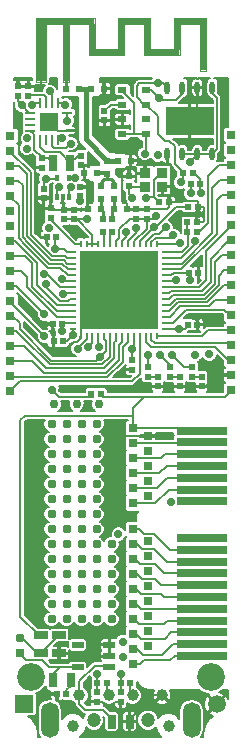
<source format=gtl>
G04 (created by PCBNEW (2013-mar-13)-testing) date Fri 20 Dec 2013 02:45:34 PM CET*
%MOIN*%
G04 Gerber Fmt 3.4, Leading zero omitted, Abs format*
%FSLAX34Y34*%
G01*
G70*
G90*
G04 APERTURE LIST*
%ADD10C,0.003937*%
%ADD11C,0.001000*%
%ADD12R,0.021300X0.021700*%
%ADD13R,0.025000X0.045000*%
%ADD14R,0.021700X0.021300*%
%ADD15R,0.045000X0.025000*%
%ADD16R,0.019700X0.023600*%
%ADD17R,0.023600X0.019700*%
%ADD18C,0.039370*%
%ADD19R,0.031500X0.019700*%
%ADD20R,0.011800X0.019700*%
%ADD21R,0.037402X0.033465*%
%ADD22R,0.027559X0.055118*%
%ADD23R,0.259843X0.259843*%
%ADD24O,0.009449X0.023622*%
%ADD25O,0.023622X0.009449*%
%ADD26R,0.039370X0.021654*%
%ADD27C,0.092000*%
%ADD28R,0.059100X0.059100*%
%ADD29C,0.059100*%
%ADD30R,0.165354X0.027559*%
%ADD31O,0.017717X0.043307*%
%ADD32R,0.161417X0.094488*%
%ADD33R,0.059055X0.059055*%
%ADD34R,0.009449X0.035433*%
%ADD35R,0.035433X0.009449*%
%ADD36R,0.019700X0.051200*%
%ADD37R,0.035500X0.051200*%
%ADD38R,0.196900X0.019700*%
%ADD39R,0.035500X0.160000*%
%ADD40R,0.019700X0.160000*%
%ADD41R,0.019700X0.084200*%
%ADD42R,0.118100X0.019700*%
%ADD43R,0.106300X0.019700*%
%ADD44R,0.019700X0.155100*%
%ADD45C,0.030000*%
%ADD46O,0.059055X0.118110*%
%ADD47C,0.047244*%
%ADD48R,0.031000X0.031000*%
%ADD49C,0.031000*%
%ADD50C,0.028000*%
%ADD51C,0.006000*%
%ADD52C,0.008000*%
%ADD53C,0.017000*%
%ADD54C,0.010000*%
%ADD55C,0.012000*%
G04 APERTURE END LIST*
G54D10*
G54D11*
X26467Y-18375D02*
X26112Y-18375D01*
X27215Y-18375D02*
X27018Y-18375D01*
X31585Y-18001D02*
X31782Y-18001D01*
X31782Y-18001D02*
X31782Y-16253D01*
X31585Y-18001D02*
X31585Y-16253D01*
X30719Y-16253D02*
X31782Y-16253D01*
X30719Y-16450D02*
X31782Y-16450D01*
X29734Y-17292D02*
X30915Y-17292D01*
X30915Y-16253D02*
X30915Y-17489D01*
X30719Y-16253D02*
X30719Y-17489D01*
X28868Y-16450D02*
X29931Y-16450D01*
X29734Y-17489D02*
X30915Y-17489D01*
X28868Y-16253D02*
X29931Y-16253D01*
X29734Y-17489D02*
X29734Y-16253D01*
X29931Y-17489D02*
X29931Y-16253D01*
X29065Y-17489D02*
X29065Y-16253D01*
X28868Y-17489D02*
X28868Y-16253D01*
X27884Y-17292D02*
X29065Y-17292D01*
X27884Y-17489D02*
X29065Y-17489D01*
X27884Y-16253D02*
X27884Y-17489D01*
X28081Y-16253D02*
X28081Y-17489D01*
X26112Y-16450D02*
X28081Y-16450D01*
X26112Y-16253D02*
X28081Y-16253D01*
X26112Y-18375D02*
X26112Y-16253D01*
X26467Y-18375D02*
X26467Y-16253D01*
X27018Y-18375D02*
X27018Y-16253D01*
X27215Y-18375D02*
X27215Y-16253D01*
G54D12*
X25521Y-18843D03*
X25521Y-18528D03*
X27633Y-21160D03*
X27633Y-20845D03*
X26314Y-21237D03*
X26314Y-20922D03*
X28161Y-38725D03*
X28161Y-39040D03*
X28947Y-38728D03*
X28947Y-39043D03*
G54D13*
X28640Y-39700D03*
X29240Y-39700D03*
G54D12*
X29225Y-21836D03*
X29225Y-21521D03*
G54D14*
X31486Y-23064D03*
X31171Y-23064D03*
X30238Y-22397D03*
X30553Y-22397D03*
G54D13*
X26687Y-38331D03*
X27287Y-38331D03*
G54D15*
X26887Y-37421D03*
X26887Y-36821D03*
G54D12*
X29319Y-27652D03*
X29319Y-27967D03*
G54D14*
X31185Y-26478D03*
X31500Y-26478D03*
G54D16*
X28666Y-23398D03*
X28666Y-22965D03*
G54D17*
X29163Y-22621D03*
X28730Y-22621D03*
X27739Y-21431D03*
X28172Y-21431D03*
X29283Y-21011D03*
X28850Y-21011D03*
G54D16*
X28356Y-22964D03*
X28356Y-23397D03*
G54D14*
X31212Y-24746D03*
X31527Y-24746D03*
G54D16*
X28286Y-21849D03*
X28286Y-22282D03*
G54D12*
X29807Y-22945D03*
X29807Y-22630D03*
G54D14*
X26792Y-23560D03*
X26477Y-23560D03*
G54D12*
X29466Y-22945D03*
X29466Y-22630D03*
X27401Y-22952D03*
X27401Y-22637D03*
X27047Y-22952D03*
X27047Y-22637D03*
G54D15*
X26295Y-37422D03*
X26295Y-36822D03*
G54D16*
X28725Y-22278D03*
X28725Y-21845D03*
X28506Y-21437D03*
X28506Y-21004D03*
G54D17*
X27850Y-22621D03*
X28283Y-22621D03*
G54D18*
X27350Y-39850D03*
X30540Y-39850D03*
G54D14*
X28480Y-38427D03*
X28165Y-38427D03*
X29266Y-38427D03*
X28951Y-38427D03*
G54D12*
X25865Y-18843D03*
X25865Y-18528D03*
G54D14*
X31171Y-23373D03*
X31486Y-23373D03*
G54D12*
X26615Y-22903D03*
X26615Y-22588D03*
G54D17*
X27542Y-18611D03*
X27109Y-18611D03*
X27959Y-18611D03*
X28392Y-18611D03*
G54D14*
X27138Y-38783D03*
X26823Y-38783D03*
G54D12*
X26380Y-21937D03*
X26380Y-22252D03*
X31645Y-28207D03*
X31645Y-28522D03*
X30910Y-28207D03*
X30910Y-28522D03*
X30180Y-28207D03*
X30180Y-28522D03*
G54D14*
X31594Y-21783D03*
X31279Y-21783D03*
X31342Y-21414D03*
X31027Y-21414D03*
G54D19*
X29794Y-18645D03*
X29794Y-19137D03*
X29794Y-20121D03*
X29794Y-19629D03*
X29006Y-19629D03*
X29006Y-20121D03*
X29006Y-19137D03*
X29006Y-18645D03*
G54D20*
X26815Y-21580D03*
X27209Y-21580D03*
X27209Y-22210D03*
X27012Y-22210D03*
X26815Y-22210D03*
G54D21*
X29756Y-21875D03*
X30327Y-21875D03*
X30327Y-21422D03*
X29756Y-21422D03*
G54D22*
X27269Y-21090D03*
X26678Y-21090D03*
G54D23*
X28890Y-25321D03*
G54D24*
X28791Y-26856D03*
X28595Y-26856D03*
X28398Y-26856D03*
X28201Y-26856D03*
X28004Y-26856D03*
X27807Y-26856D03*
X27610Y-26856D03*
X28988Y-26856D03*
X29185Y-26856D03*
X29382Y-26856D03*
X29579Y-26856D03*
X29776Y-26856D03*
X29972Y-26856D03*
X30169Y-26856D03*
X30169Y-23785D03*
X29972Y-23785D03*
X29776Y-23785D03*
X29579Y-23785D03*
X29382Y-23785D03*
X29185Y-23785D03*
X28988Y-23785D03*
X28791Y-23785D03*
X28595Y-23785D03*
X28398Y-23785D03*
X28201Y-23785D03*
X28004Y-23785D03*
X27807Y-23785D03*
X27610Y-23785D03*
G54D25*
X30425Y-26600D03*
X30425Y-26403D03*
X30425Y-26206D03*
X30425Y-26009D03*
X30425Y-25813D03*
X30425Y-25616D03*
X30425Y-25419D03*
X30425Y-25222D03*
X30425Y-25025D03*
X30425Y-24828D03*
X30425Y-24632D03*
X30425Y-24435D03*
X30425Y-24238D03*
X30425Y-24041D03*
X27354Y-24041D03*
X27354Y-24238D03*
X27354Y-24435D03*
X27354Y-24632D03*
X27354Y-24828D03*
X27354Y-25025D03*
X27354Y-25222D03*
X27354Y-25419D03*
X27354Y-25616D03*
X27354Y-25813D03*
X27354Y-26009D03*
X27354Y-26206D03*
X27354Y-26403D03*
X27354Y-26600D03*
G54D26*
X28571Y-37894D03*
X28571Y-37145D03*
X27508Y-37894D03*
X28571Y-37520D03*
X27508Y-37145D03*
G54D12*
X28404Y-19348D03*
X28404Y-19663D03*
G54D14*
X31198Y-22536D03*
X31513Y-22536D03*
X26998Y-26448D03*
X26683Y-26448D03*
X27023Y-27024D03*
X26708Y-27024D03*
G54D27*
X31947Y-38216D03*
X25947Y-38216D03*
G54D28*
X25734Y-39108D03*
G54D29*
X32140Y-39124D03*
G54D30*
X31640Y-33583D03*
X31640Y-33976D03*
X31640Y-34370D03*
X31640Y-34764D03*
X31640Y-35158D03*
X31640Y-35551D03*
X31640Y-35945D03*
X31640Y-36339D03*
X31640Y-36732D03*
X31640Y-37126D03*
X31640Y-37520D03*
X31640Y-32362D03*
X31640Y-31969D03*
X31640Y-31575D03*
X31640Y-31181D03*
X31640Y-30787D03*
X31640Y-30394D03*
X31640Y-30000D03*
G54D31*
X30500Y-18577D03*
X31000Y-18577D03*
X31500Y-18577D03*
X32000Y-18577D03*
G54D32*
X31250Y-19680D03*
G54D31*
X32000Y-20782D03*
X31500Y-20782D03*
X31000Y-20782D03*
X30500Y-20782D03*
G54D33*
X26550Y-19705D03*
G54D34*
X26254Y-20315D03*
X26451Y-20315D03*
X26648Y-20315D03*
X26845Y-20315D03*
X26845Y-19094D03*
X26648Y-19094D03*
X26451Y-19094D03*
X26254Y-19094D03*
G54D35*
X27160Y-20000D03*
X27160Y-19409D03*
X25939Y-19409D03*
X25939Y-19606D03*
X25939Y-19803D03*
X25939Y-20000D03*
G54D36*
X27115Y-18119D03*
G54D37*
X26288Y-18119D03*
G54D38*
X27097Y-16351D03*
G54D39*
X26288Y-17111D03*
G54D40*
X27115Y-17111D03*
G54D41*
X27983Y-16873D03*
X28967Y-16871D03*
X29833Y-16871D03*
X30817Y-16871D03*
G54D42*
X28475Y-17389D03*
X30325Y-17389D03*
G54D43*
X29401Y-16351D03*
X31250Y-16350D03*
G54D44*
X31683Y-17222D03*
G54D12*
X27600Y-22197D03*
X27600Y-21882D03*
G54D14*
X27972Y-28773D03*
X28287Y-28773D03*
G54D45*
X27475Y-29125D03*
X28225Y-29125D03*
X26725Y-29125D03*
G54D12*
X29860Y-27892D03*
X29860Y-28207D03*
X30590Y-27892D03*
X30590Y-28207D03*
X31325Y-27892D03*
X31325Y-28207D03*
G54D46*
X31309Y-39659D03*
X26584Y-39659D03*
G54D47*
X28041Y-39659D03*
X29852Y-39659D03*
G54D18*
X27569Y-38832D03*
X28553Y-38832D03*
X29340Y-38832D03*
X30324Y-38832D03*
G54D48*
X29350Y-33290D03*
X29350Y-37790D03*
X29350Y-37290D03*
X29350Y-36790D03*
X29350Y-36290D03*
X29350Y-35790D03*
X29350Y-35290D03*
X29350Y-34790D03*
X29350Y-34290D03*
X29350Y-33790D03*
X29850Y-37198D03*
X29850Y-36698D03*
X29850Y-36198D03*
X29850Y-35698D03*
X29850Y-35198D03*
X29850Y-34698D03*
X29850Y-34198D03*
X29850Y-33698D03*
G54D49*
X26642Y-34787D03*
X27142Y-34787D03*
X27642Y-34787D03*
X28142Y-34787D03*
X28642Y-34787D03*
X27642Y-35287D03*
X28142Y-35287D03*
X28642Y-35287D03*
X27142Y-35287D03*
X26642Y-35287D03*
X26642Y-34287D03*
X27142Y-34287D03*
X27642Y-34287D03*
X28142Y-34287D03*
X28642Y-34287D03*
X26642Y-33787D03*
X27142Y-33787D03*
X27642Y-33787D03*
X28142Y-33787D03*
X28642Y-33787D03*
X26642Y-35787D03*
X26642Y-36287D03*
X27142Y-36287D03*
X27142Y-35787D03*
X27642Y-35787D03*
X27642Y-36287D03*
X28142Y-35787D03*
X28142Y-36287D03*
X28642Y-35787D03*
X28642Y-36287D03*
X26642Y-33287D03*
X27142Y-33287D03*
X27642Y-33287D03*
X28142Y-33287D03*
X28142Y-32787D03*
X27642Y-32787D03*
X27142Y-32787D03*
X26642Y-32787D03*
X26642Y-32287D03*
X27142Y-32287D03*
X27642Y-32287D03*
X28142Y-32287D03*
X28142Y-31787D03*
X27642Y-31787D03*
X27142Y-31787D03*
X26642Y-31787D03*
X26642Y-31287D03*
X27142Y-31287D03*
X27642Y-31287D03*
X28142Y-31287D03*
X28142Y-30787D03*
X27642Y-30787D03*
X27142Y-30787D03*
X26642Y-30787D03*
X26642Y-30287D03*
X27142Y-30287D03*
X27642Y-30287D03*
X27642Y-29787D03*
X27142Y-29787D03*
X26642Y-29787D03*
X28142Y-29787D03*
X28142Y-30287D03*
X25578Y-36925D03*
G54D48*
X25578Y-37425D03*
X25270Y-24180D03*
X25270Y-23680D03*
X25270Y-23180D03*
X25270Y-22680D03*
X25270Y-22180D03*
X25270Y-21680D03*
X25270Y-21180D03*
X25270Y-20680D03*
X25270Y-20180D03*
X25270Y-28680D03*
X25270Y-28180D03*
X25270Y-27680D03*
X25270Y-27180D03*
X25270Y-26680D03*
X25270Y-26180D03*
X25270Y-25680D03*
X25270Y-25180D03*
X25270Y-24680D03*
X32631Y-24152D03*
X32631Y-23652D03*
X32631Y-23152D03*
X32631Y-22652D03*
X32631Y-22152D03*
X32631Y-21652D03*
X32631Y-21152D03*
X32631Y-20652D03*
X32631Y-20152D03*
X32631Y-28652D03*
X32631Y-28152D03*
X32631Y-27652D03*
X32631Y-27152D03*
X32631Y-26652D03*
X32631Y-26152D03*
X32631Y-25652D03*
X32631Y-25152D03*
X32631Y-24652D03*
X29350Y-29930D03*
X29350Y-30430D03*
X29350Y-30930D03*
X29350Y-31430D03*
X29350Y-31930D03*
X29350Y-32430D03*
X29850Y-30180D03*
X29850Y-30680D03*
X29850Y-31180D03*
X29850Y-31680D03*
X29850Y-32180D03*
G54D50*
X31895Y-27465D03*
X30612Y-32398D03*
X30803Y-24990D03*
X27579Y-22341D03*
X26440Y-21600D03*
X29753Y-20768D03*
X30453Y-23220D03*
X26005Y-19160D03*
X31251Y-21060D03*
X30702Y-23492D03*
X32338Y-18434D03*
X26178Y-18585D03*
X26710Y-18363D03*
X28541Y-33212D03*
X27850Y-29125D03*
X26414Y-38722D03*
X27090Y-39370D03*
X27705Y-36773D03*
X27471Y-28617D03*
X31513Y-22799D03*
X27100Y-29125D03*
X26403Y-26478D03*
X26550Y-19705D03*
X30800Y-19500D03*
X31250Y-19680D03*
X31700Y-19900D03*
X27411Y-23373D03*
X32147Y-28574D03*
X31501Y-26208D03*
X28979Y-28105D03*
X25486Y-19576D03*
X28427Y-18912D03*
X31521Y-24413D03*
X28900Y-25800D03*
X28000Y-24800D03*
X29800Y-24800D03*
X28890Y-26300D03*
X29800Y-25800D03*
X28000Y-25800D03*
X27998Y-24334D03*
X29796Y-24332D03*
X28000Y-26300D03*
X29800Y-26300D03*
X29800Y-25300D03*
X28000Y-25300D03*
X28900Y-24800D03*
X28900Y-24332D03*
X28890Y-25321D03*
X29015Y-37540D03*
X29017Y-37040D03*
X30640Y-27475D03*
X30240Y-27475D03*
X29855Y-27475D03*
X26905Y-21880D03*
X26402Y-24784D03*
X26554Y-23252D03*
X25818Y-20610D03*
X27285Y-21895D03*
X26985Y-24960D03*
X25832Y-20264D03*
X27413Y-21575D03*
X27161Y-19682D03*
X30188Y-20820D03*
X27095Y-19143D03*
X27354Y-26813D03*
X30051Y-23213D03*
X26995Y-20255D03*
X27030Y-25455D03*
X27288Y-20444D03*
X26472Y-25128D03*
X26578Y-18694D03*
X31425Y-27475D03*
X31273Y-22094D03*
X30234Y-18914D03*
X31407Y-23685D03*
X28868Y-33451D03*
X30182Y-18432D03*
X30940Y-21730D03*
X30929Y-23758D03*
X28242Y-27564D03*
X28166Y-38112D03*
X27860Y-27230D03*
X26397Y-26121D03*
X27512Y-27272D03*
X26398Y-26865D03*
X28950Y-38114D03*
X26652Y-28635D03*
X26754Y-23940D03*
X31614Y-22093D03*
X30884Y-26601D03*
X26999Y-26697D03*
X31271Y-24991D03*
X25656Y-19161D03*
X29334Y-27288D03*
X30120Y-22857D03*
X27819Y-22953D03*
X28221Y-27205D03*
X29777Y-22254D03*
X29456Y-23261D03*
X29338Y-22244D03*
X29128Y-23390D03*
G54D51*
X30425Y-25222D02*
X31566Y-25222D01*
X32631Y-23189D02*
X32631Y-23152D01*
X31806Y-24014D02*
X32631Y-23189D01*
X31806Y-24983D02*
X31806Y-24014D01*
X31566Y-25222D02*
X31806Y-24983D01*
X32631Y-23152D02*
X32631Y-23154D01*
X32622Y-23152D02*
X32631Y-23152D01*
X30425Y-25025D02*
X30767Y-25025D01*
X30767Y-25025D02*
X30803Y-24990D01*
X29350Y-33290D02*
X29556Y-33290D01*
X29558Y-33292D02*
X29714Y-33448D01*
X29714Y-33448D02*
X30052Y-33448D01*
X30052Y-33448D02*
X30580Y-33976D01*
X30580Y-33976D02*
X31640Y-33976D01*
X29556Y-33290D02*
X29558Y-33292D01*
X29350Y-33290D02*
X29452Y-33290D01*
X32631Y-24652D02*
X32395Y-24652D01*
X30793Y-25601D02*
X30740Y-25654D01*
X31761Y-25601D02*
X30793Y-25601D01*
X32212Y-25150D02*
X31761Y-25601D01*
X32212Y-24835D02*
X32212Y-25150D01*
X32395Y-24652D02*
X32212Y-24835D01*
X30425Y-25813D02*
X30580Y-25813D01*
X30580Y-25813D02*
X30740Y-25654D01*
X27579Y-22341D02*
X27579Y-22218D01*
X27579Y-22218D02*
X27600Y-22197D01*
X29350Y-31930D02*
X30142Y-31930D01*
X30496Y-31575D02*
X31640Y-31575D01*
X30142Y-31930D02*
X30496Y-31575D01*
X26440Y-21600D02*
X26795Y-21600D01*
X26795Y-21600D02*
X26815Y-21580D01*
X26380Y-21660D02*
X26440Y-21600D01*
X26380Y-21660D02*
X26380Y-21937D01*
X29794Y-20121D02*
X29794Y-20727D01*
X29794Y-20727D02*
X29753Y-20768D01*
X29006Y-18645D02*
X29006Y-18697D01*
X29385Y-19076D02*
X29385Y-20121D01*
X29006Y-18697D02*
X29385Y-19076D01*
X29794Y-20121D02*
X29385Y-20121D01*
X29385Y-20121D02*
X29006Y-20121D01*
X29776Y-23785D02*
X29776Y-23713D01*
X29776Y-23713D02*
X30040Y-23450D01*
X30223Y-23450D02*
X30453Y-23220D01*
X30040Y-23450D02*
X30223Y-23450D01*
X26070Y-19094D02*
X26005Y-19160D01*
X26070Y-19094D02*
X26254Y-19094D01*
X32631Y-24152D02*
X32328Y-24152D01*
X30695Y-25475D02*
X30554Y-25616D01*
X31711Y-25475D02*
X30695Y-25475D01*
X32084Y-25102D02*
X31711Y-25475D01*
X32084Y-24396D02*
X32084Y-25102D01*
X32328Y-24152D02*
X32084Y-24396D01*
X30425Y-25616D02*
X30554Y-25616D01*
X32631Y-23652D02*
X32568Y-23652D01*
X30621Y-25349D02*
X30551Y-25419D01*
X31653Y-25349D02*
X30621Y-25349D01*
X31944Y-25058D02*
X31653Y-25349D01*
X31944Y-24276D02*
X31944Y-25058D01*
X32568Y-23652D02*
X31944Y-24276D01*
X30551Y-25419D02*
X30425Y-25419D01*
X29350Y-32430D02*
X30088Y-32430D01*
X30548Y-31969D02*
X31640Y-31969D01*
X30088Y-32430D02*
X30548Y-31969D01*
X29972Y-23785D02*
X29972Y-23714D01*
X31500Y-20811D02*
X31500Y-20782D01*
X31251Y-21060D02*
X31500Y-20811D01*
X30617Y-23577D02*
X30702Y-23492D01*
X30110Y-23577D02*
X30617Y-23577D01*
X29972Y-23714D02*
X30110Y-23577D01*
X32000Y-18577D02*
X32000Y-18763D01*
X32160Y-20622D02*
X32000Y-20782D01*
X32160Y-18923D02*
X32160Y-20622D01*
X32000Y-18763D02*
X32160Y-18923D01*
X31500Y-20782D02*
X32000Y-20782D01*
X31000Y-20782D02*
X31500Y-20782D01*
X25865Y-18528D02*
X26121Y-18528D01*
X26121Y-18528D02*
X26178Y-18585D01*
X29850Y-30180D02*
X28952Y-30180D01*
X28746Y-33007D02*
X28541Y-33212D01*
X28746Y-30386D02*
X28746Y-33007D01*
X28952Y-30180D02*
X28746Y-30386D01*
X26414Y-38722D02*
X26450Y-38722D01*
X26511Y-38783D02*
X26823Y-38783D01*
X26450Y-38722D02*
X26511Y-38783D01*
X26823Y-38783D02*
X26823Y-38963D01*
X27090Y-39230D02*
X27090Y-39370D01*
X26823Y-38963D02*
X27090Y-39230D01*
X28702Y-28614D02*
X28675Y-28614D01*
X28999Y-28522D02*
X28793Y-28522D01*
X30180Y-28522D02*
X28999Y-28522D01*
X28793Y-28522D02*
X28702Y-28614D01*
X28675Y-28614D02*
X28588Y-28527D01*
X28588Y-28527D02*
X27561Y-28527D01*
X27561Y-28527D02*
X27471Y-28617D01*
X29225Y-21521D02*
X29029Y-21521D01*
X29163Y-22446D02*
X29163Y-22621D01*
X29097Y-22380D02*
X29163Y-22446D01*
X29097Y-22355D02*
X29097Y-22380D01*
X28999Y-22257D02*
X29097Y-22355D01*
X28999Y-21552D02*
X28999Y-22257D01*
X29029Y-21521D02*
X28999Y-21552D01*
X28161Y-39040D02*
X28334Y-39040D01*
X28768Y-39043D02*
X28947Y-39043D01*
X28638Y-39174D02*
X28768Y-39043D01*
X28468Y-39174D02*
X28638Y-39174D01*
X28334Y-39040D02*
X28468Y-39174D01*
X30553Y-22397D02*
X30769Y-22397D01*
X31513Y-22353D02*
X31513Y-22536D01*
X31494Y-22334D02*
X31513Y-22353D01*
X30833Y-22334D02*
X31494Y-22334D01*
X30769Y-22397D02*
X30833Y-22334D01*
X26380Y-22252D02*
X26148Y-22252D01*
X26132Y-21260D02*
X26132Y-21237D01*
X26105Y-21287D02*
X26132Y-21260D01*
X26105Y-21356D02*
X26105Y-21287D01*
X26105Y-21435D02*
X26105Y-21356D01*
X26138Y-21468D02*
X26105Y-21435D01*
X26138Y-22242D02*
X26138Y-21468D01*
X26148Y-22252D02*
X26138Y-22242D01*
X26314Y-21237D02*
X26132Y-21237D01*
X26132Y-21237D02*
X26069Y-21237D01*
X25568Y-20736D02*
X25568Y-20718D01*
X26069Y-21237D02*
X25568Y-20736D01*
X31513Y-22536D02*
X31702Y-22536D01*
X31702Y-22536D02*
X31728Y-22562D01*
X31664Y-23064D02*
X31711Y-23017D01*
X31628Y-22799D02*
X31513Y-22799D01*
X31728Y-22699D02*
X31628Y-22799D01*
X31728Y-22562D02*
X31728Y-22699D01*
X31486Y-23064D02*
X31664Y-23064D01*
X31661Y-22799D02*
X31513Y-22799D01*
X31711Y-22849D02*
X31661Y-22799D01*
X31711Y-23017D02*
X31711Y-22849D01*
X30553Y-22397D02*
X30553Y-22560D01*
X29819Y-22618D02*
X29807Y-22630D01*
X30496Y-22618D02*
X29819Y-22618D01*
X30553Y-22560D02*
X30496Y-22618D01*
X27850Y-21874D02*
X27608Y-21874D01*
X27608Y-21874D02*
X27600Y-21882D01*
X27739Y-21431D02*
X27739Y-21612D01*
X27850Y-21866D02*
X27850Y-21874D01*
X27850Y-21874D02*
X27850Y-22621D01*
X27850Y-21723D02*
X27850Y-21866D01*
X27739Y-21612D02*
X27850Y-21723D01*
X26615Y-22588D02*
X26694Y-22588D01*
X26694Y-22588D02*
X26743Y-22637D01*
X26743Y-22637D02*
X27047Y-22637D01*
X30324Y-38832D02*
X30022Y-38832D01*
X30022Y-38832D02*
X29240Y-39615D01*
X29240Y-39615D02*
X29240Y-39700D01*
X27600Y-21882D02*
X27611Y-21882D01*
X26683Y-26448D02*
X26433Y-26448D01*
X26433Y-26448D02*
X26403Y-26478D01*
X30980Y-19680D02*
X31250Y-19680D01*
X30800Y-19500D02*
X30980Y-19680D01*
X31480Y-19680D02*
X31250Y-19680D01*
X31700Y-19900D02*
X31480Y-19680D01*
X27411Y-23373D02*
X27411Y-23367D01*
X30910Y-28522D02*
X30180Y-28522D01*
X31500Y-26478D02*
X31500Y-26208D01*
X31500Y-26208D02*
X31501Y-26208D01*
X26708Y-27024D02*
X26708Y-27222D01*
X27476Y-27044D02*
X27391Y-27044D01*
X27610Y-26909D02*
X27476Y-27044D01*
X27610Y-26909D02*
X27610Y-26856D01*
X27106Y-27329D02*
X27391Y-27044D01*
X26815Y-27329D02*
X27106Y-27329D01*
X26708Y-27222D02*
X26815Y-27329D01*
X26683Y-26448D02*
X26683Y-26572D01*
X26722Y-27010D02*
X26708Y-27024D01*
X26722Y-26611D02*
X26722Y-27010D01*
X26683Y-26572D02*
X26722Y-26611D01*
X29319Y-27967D02*
X29116Y-27967D01*
X29116Y-27967D02*
X28979Y-28105D01*
X30910Y-28522D02*
X31645Y-28522D01*
X31645Y-28522D02*
X31647Y-28520D01*
X32173Y-28152D02*
X32631Y-28152D01*
X31805Y-28520D02*
X32173Y-28152D01*
X31647Y-28520D02*
X31805Y-28520D01*
X25568Y-20718D02*
X25568Y-19658D01*
X25568Y-19658D02*
X25486Y-19576D01*
X28427Y-18912D02*
X28392Y-18877D01*
X28392Y-18877D02*
X28392Y-18611D01*
X31527Y-24746D02*
X31527Y-24419D01*
X31527Y-24419D02*
X31521Y-24413D01*
G54D52*
X25865Y-18528D02*
X26282Y-18528D01*
X26282Y-18528D02*
X26288Y-18522D01*
X26288Y-18522D02*
X26288Y-18119D01*
G54D51*
X27739Y-21431D02*
X27739Y-21245D01*
X27739Y-21245D02*
X27654Y-21160D01*
X31500Y-18577D02*
X31500Y-19430D01*
X31500Y-19430D02*
X31250Y-19680D01*
X26550Y-19705D02*
X26565Y-19705D01*
X26860Y-20000D02*
X27160Y-20000D01*
X26565Y-19705D02*
X26860Y-20000D01*
X28404Y-19663D02*
X28971Y-19663D01*
X28971Y-19663D02*
X29006Y-19629D01*
X28571Y-37520D02*
X28571Y-37145D01*
X28890Y-25790D02*
X28900Y-25800D01*
X28890Y-25321D02*
X28890Y-25790D01*
X28890Y-25321D02*
X28521Y-25321D01*
X28521Y-25321D02*
X28000Y-24800D01*
X28890Y-25321D02*
X29279Y-25321D01*
X29279Y-25321D02*
X29800Y-24800D01*
X28890Y-26300D02*
X28890Y-25321D01*
X29321Y-25321D02*
X29800Y-25800D01*
X28890Y-25321D02*
X29321Y-25321D01*
X28479Y-25321D02*
X28000Y-25800D01*
X28890Y-25321D02*
X28479Y-25321D01*
X28890Y-25321D02*
X28890Y-25190D01*
X28890Y-25190D02*
X27998Y-24334D01*
X28890Y-25321D02*
X28890Y-25209D01*
X28890Y-25209D02*
X29796Y-24332D01*
X28879Y-25321D02*
X28000Y-26300D01*
X28890Y-25321D02*
X28879Y-25321D01*
X28921Y-25321D02*
X28890Y-25321D01*
X29800Y-26300D02*
X28921Y-25321D01*
X29779Y-25321D02*
X28890Y-25321D01*
X29800Y-25300D02*
X29779Y-25321D01*
X28021Y-25321D02*
X28890Y-25321D01*
X28000Y-25300D02*
X28021Y-25321D01*
X28890Y-24809D02*
X28890Y-25321D01*
X28900Y-24800D02*
X28890Y-24809D01*
X28890Y-24341D02*
X28890Y-25321D01*
X28900Y-24332D02*
X28890Y-24341D01*
X27610Y-26856D02*
X27610Y-26600D01*
X27610Y-26600D02*
X28890Y-25321D01*
X28498Y-28215D02*
X25279Y-28215D01*
X29185Y-26856D02*
X29185Y-27055D01*
X29012Y-27700D02*
X28498Y-28215D01*
X29012Y-27228D02*
X29012Y-27700D01*
X29185Y-27055D02*
X29012Y-27228D01*
X28988Y-26856D02*
X28988Y-27051D01*
X28457Y-28071D02*
X28860Y-27668D01*
X26000Y-27680D02*
X26391Y-28071D01*
X26000Y-27680D02*
X25270Y-27680D01*
X26391Y-28071D02*
X28457Y-28071D01*
X28888Y-27640D02*
X28860Y-27668D01*
X28888Y-27152D02*
X28888Y-27640D01*
X28988Y-27051D02*
X28888Y-27152D01*
X29684Y-37498D02*
X30327Y-37498D01*
X29350Y-37290D02*
X29476Y-37290D01*
X30699Y-37126D02*
X31640Y-37126D01*
X30331Y-37495D02*
X30699Y-37126D01*
X29476Y-37290D02*
X29684Y-37498D01*
X25270Y-27180D02*
X25713Y-27180D01*
X28405Y-27927D02*
X28739Y-27592D01*
X26460Y-27927D02*
X28405Y-27927D01*
X25713Y-27180D02*
X26460Y-27927D01*
X28791Y-26856D02*
X28791Y-27013D01*
X28739Y-27065D02*
X28739Y-27592D01*
X28791Y-27013D02*
X28739Y-27065D01*
X32157Y-23441D02*
X32157Y-22311D01*
X30965Y-24632D02*
X32157Y-23441D01*
X30425Y-24632D02*
X30965Y-24632D01*
X32157Y-22311D02*
X32316Y-22152D01*
X32316Y-22152D02*
X32631Y-22152D01*
X32316Y-22152D02*
X32631Y-22152D01*
X30425Y-24435D02*
X30987Y-24435D01*
X32258Y-21652D02*
X32631Y-21652D01*
X31995Y-21915D02*
X32258Y-21652D01*
X31995Y-23428D02*
X31995Y-21915D01*
X30987Y-24435D02*
X31995Y-23428D01*
X29350Y-30930D02*
X30290Y-30930D01*
X30432Y-30787D02*
X31640Y-30787D01*
X30290Y-30930D02*
X30432Y-30787D01*
X30169Y-26856D02*
X31652Y-26856D01*
X31857Y-26652D02*
X32631Y-26652D01*
X31652Y-26856D02*
X31857Y-26652D01*
X32569Y-27090D02*
X32631Y-27152D01*
X30084Y-27090D02*
X32569Y-27090D01*
X29972Y-26978D02*
X30084Y-27090D01*
X29972Y-26856D02*
X29972Y-26978D01*
X29350Y-30430D02*
X31604Y-30430D01*
X31604Y-30430D02*
X31640Y-30394D01*
X32631Y-27652D02*
X32524Y-27652D01*
X29776Y-27061D02*
X29776Y-26856D01*
X29946Y-27231D02*
X29776Y-27061D01*
X32103Y-27231D02*
X29946Y-27231D01*
X32524Y-27652D02*
X32103Y-27231D01*
X29350Y-37790D02*
X29602Y-37790D01*
X30745Y-37520D02*
X31640Y-37520D01*
X30606Y-37660D02*
X30745Y-37520D01*
X29732Y-37660D02*
X30606Y-37660D01*
X29602Y-37790D02*
X29732Y-37660D01*
X29579Y-26856D02*
X29579Y-28116D01*
X29579Y-28116D02*
X29332Y-28364D01*
X29332Y-28364D02*
X25586Y-28364D01*
X25586Y-28364D02*
X25270Y-28680D01*
X25270Y-22180D02*
X25270Y-22204D01*
X25548Y-23597D02*
X25767Y-23816D01*
X25548Y-22482D02*
X25548Y-23597D01*
X25270Y-22204D02*
X25548Y-22482D01*
X26925Y-24570D02*
X26521Y-24570D01*
X26521Y-24570D02*
X25767Y-23816D01*
X27354Y-24828D02*
X27183Y-24828D01*
X26925Y-24570D02*
X27183Y-24828D01*
X25270Y-21680D02*
X25535Y-21680D01*
X25686Y-23561D02*
X25860Y-23735D01*
X25686Y-21831D02*
X25686Y-23561D01*
X25535Y-21680D02*
X25686Y-21831D01*
X27354Y-24632D02*
X27183Y-24632D01*
X26560Y-24435D02*
X25860Y-23735D01*
X26986Y-24435D02*
X26560Y-24435D01*
X27183Y-24632D02*
X26986Y-24435D01*
X29350Y-34790D02*
X29500Y-34790D01*
X30290Y-35158D02*
X31640Y-35158D01*
X30080Y-34948D02*
X30290Y-35158D01*
X29658Y-34948D02*
X30080Y-34948D01*
X29500Y-34790D02*
X29658Y-34948D01*
X32631Y-26152D02*
X32582Y-26152D01*
X30701Y-26403D02*
X30953Y-26152D01*
X30701Y-26403D02*
X30425Y-26403D01*
X31128Y-25977D02*
X30953Y-26152D01*
X31132Y-25973D02*
X31128Y-25977D01*
X32403Y-25973D02*
X31132Y-25973D01*
X32582Y-26152D02*
X32403Y-25973D01*
X32631Y-26152D02*
X32594Y-26152D01*
X31057Y-27892D02*
X31325Y-27892D01*
X30640Y-27475D02*
X31057Y-27892D01*
X32631Y-25652D02*
X32074Y-25652D01*
X30947Y-25848D02*
X30935Y-25859D01*
X31878Y-25848D02*
X30947Y-25848D01*
X32074Y-25652D02*
X31878Y-25848D01*
X29350Y-31430D02*
X30230Y-31430D01*
X30230Y-31430D02*
X30478Y-31181D01*
X30478Y-31181D02*
X31640Y-31181D01*
X30590Y-27892D02*
X30552Y-27892D01*
X30590Y-27892D02*
X30590Y-27825D01*
X30590Y-27825D02*
X30240Y-27475D01*
X30588Y-26206D02*
X30425Y-26206D01*
X30935Y-25859D02*
X30588Y-26206D01*
X32631Y-25152D02*
X32388Y-25152D01*
X30855Y-25724D02*
X30819Y-25760D01*
X31816Y-25724D02*
X30855Y-25724D01*
X32388Y-25152D02*
X31816Y-25724D01*
X30569Y-26009D02*
X30819Y-25760D01*
X30569Y-26009D02*
X30425Y-26009D01*
X29860Y-27892D02*
X29860Y-27480D01*
X29860Y-27480D02*
X29855Y-27475D01*
X28595Y-26856D02*
X28595Y-27539D01*
X25457Y-26680D02*
X25730Y-26953D01*
X26574Y-27797D02*
X25730Y-26953D01*
X28337Y-27797D02*
X26574Y-27797D01*
X28595Y-27539D02*
X28337Y-27797D01*
X25457Y-26680D02*
X25270Y-26680D01*
X26815Y-22210D02*
X26815Y-21970D01*
X26815Y-21970D02*
X26905Y-21880D01*
X26402Y-24784D02*
X26474Y-24784D01*
X26474Y-24784D02*
X26912Y-25222D01*
X27354Y-25222D02*
X26912Y-25222D01*
X27209Y-21971D02*
X27209Y-22210D01*
X27285Y-21895D02*
X27209Y-21971D01*
X27354Y-25025D02*
X27050Y-25025D01*
X27050Y-25025D02*
X26985Y-24960D01*
X29350Y-35290D02*
X29470Y-35290D01*
X30379Y-35551D02*
X31640Y-35551D01*
X30276Y-35448D02*
X30379Y-35551D01*
X29628Y-35448D02*
X30276Y-35448D01*
X29470Y-35290D02*
X29628Y-35448D01*
X27209Y-21580D02*
X27408Y-21580D01*
X27408Y-21580D02*
X27413Y-21575D01*
X29350Y-36290D02*
X29414Y-36290D01*
X30484Y-36339D02*
X31640Y-36339D01*
X30376Y-36448D02*
X30484Y-36339D01*
X29572Y-36448D02*
X30376Y-36448D01*
X29414Y-36290D02*
X29572Y-36448D01*
X27160Y-19409D02*
X27160Y-19681D01*
X27160Y-19681D02*
X27161Y-19682D01*
X25270Y-24680D02*
X25635Y-24680D01*
X26811Y-26206D02*
X27354Y-26206D01*
X25835Y-25230D02*
X26811Y-26206D01*
X25835Y-24880D02*
X25835Y-25230D01*
X25635Y-24680D02*
X25835Y-24880D01*
X26845Y-19094D02*
X27046Y-19094D01*
X27046Y-19094D02*
X27095Y-19143D01*
X25270Y-24180D02*
X25755Y-24180D01*
X26809Y-26009D02*
X27354Y-26009D01*
X26002Y-25202D02*
X26809Y-26009D01*
X26002Y-24427D02*
X26002Y-25202D01*
X25755Y-24180D02*
X26002Y-24427D01*
X26065Y-20650D02*
X26066Y-20650D01*
X26065Y-20650D02*
X26065Y-20125D01*
X25939Y-20000D02*
X26065Y-20125D01*
X26314Y-20898D02*
X26314Y-20922D01*
X26066Y-20650D02*
X26314Y-20898D01*
X26340Y-20907D02*
X26322Y-20907D01*
X26340Y-20907D02*
X26537Y-20907D01*
X26537Y-20907D02*
X26699Y-21070D01*
X26615Y-22903D02*
X26615Y-22985D01*
X27415Y-23785D02*
X27610Y-23785D01*
X26615Y-22985D02*
X27415Y-23785D01*
X31171Y-23064D02*
X31171Y-23373D01*
X31171Y-23373D02*
X31173Y-23374D01*
X31173Y-23374D02*
X31173Y-23844D01*
X31173Y-23844D02*
X30975Y-24041D01*
X30975Y-24041D02*
X30425Y-24041D01*
X26451Y-19094D02*
X26451Y-18893D01*
X25882Y-18826D02*
X25865Y-18843D01*
X26384Y-18826D02*
X25882Y-18826D01*
X26451Y-18893D02*
X26384Y-18826D01*
X29006Y-19137D02*
X28615Y-19137D01*
X28615Y-19137D02*
X28404Y-19348D01*
X30180Y-28207D02*
X29860Y-28207D01*
X30910Y-28207D02*
X30590Y-28207D01*
X31325Y-28207D02*
X31645Y-28207D01*
G54D53*
X28506Y-21004D02*
X28506Y-21003D01*
X28506Y-21003D02*
X27775Y-20272D01*
X28506Y-21004D02*
X28843Y-21004D01*
X28843Y-21004D02*
X28850Y-21011D01*
X27775Y-20272D02*
X27775Y-18611D01*
X27775Y-18611D02*
X27959Y-18611D01*
X27542Y-18611D02*
X27775Y-18611D01*
G54D54*
X27109Y-18611D02*
X27109Y-18125D01*
X27109Y-18125D02*
X27115Y-18119D01*
G54D55*
X28172Y-21431D02*
X28500Y-21431D01*
X28500Y-21431D02*
X28506Y-21437D01*
G54D54*
X28506Y-21437D02*
X28506Y-21611D01*
X28506Y-21611D02*
X28506Y-21612D01*
X28506Y-21612D02*
X28506Y-21611D01*
X28286Y-21849D02*
X28286Y-21700D01*
X28725Y-21711D02*
X28725Y-21845D01*
X28625Y-21611D02*
X28725Y-21711D01*
X28375Y-21611D02*
X28506Y-21611D01*
X28506Y-21611D02*
X28625Y-21611D01*
X28286Y-21700D02*
X28375Y-21611D01*
X28666Y-22965D02*
X28666Y-22685D01*
X28666Y-22685D02*
X28730Y-22621D01*
X28725Y-22278D02*
X28725Y-22616D01*
X28725Y-22616D02*
X28730Y-22621D01*
G54D51*
X28480Y-38427D02*
X28480Y-38760D01*
X28480Y-38760D02*
X28553Y-38832D01*
X28533Y-38480D02*
X28480Y-38427D01*
X29266Y-38758D02*
X29340Y-38832D01*
X29266Y-38427D02*
X29266Y-38758D01*
X27287Y-38331D02*
X27287Y-38500D01*
X27138Y-38648D02*
X27138Y-38783D01*
X27287Y-38500D02*
X27138Y-38648D01*
X27023Y-27024D02*
X27143Y-27024D01*
X27143Y-27024D02*
X27354Y-26813D01*
X27354Y-26600D02*
X27354Y-26812D01*
X27354Y-26812D02*
X27354Y-26813D01*
X27355Y-26600D02*
X27354Y-26600D01*
X30051Y-23213D02*
X30108Y-23213D01*
X30929Y-22536D02*
X31198Y-22536D01*
X30786Y-22536D02*
X30929Y-22536D01*
X30108Y-23213D02*
X30786Y-22536D01*
X29579Y-23785D02*
X29579Y-23685D01*
X29994Y-23271D02*
X30051Y-23213D01*
X29579Y-23685D02*
X29994Y-23271D01*
G54D52*
X28398Y-23785D02*
X28398Y-23439D01*
X28398Y-23439D02*
X28356Y-23397D01*
X28595Y-23785D02*
X28595Y-23468D01*
X28595Y-23468D02*
X28666Y-23398D01*
G54D54*
X28356Y-22964D02*
X28356Y-22694D01*
X28356Y-22694D02*
X28283Y-22621D01*
X28286Y-22282D02*
X28286Y-22618D01*
X28286Y-22618D02*
X28283Y-22621D01*
G54D51*
X26920Y-20720D02*
X26920Y-20720D01*
X26254Y-20564D02*
X26410Y-20720D01*
X26410Y-20720D02*
X26920Y-20720D01*
X26254Y-20315D02*
X26254Y-20564D01*
X27269Y-21069D02*
X27269Y-21090D01*
X26920Y-20720D02*
X27269Y-21069D01*
X27633Y-20845D02*
X27513Y-20845D01*
X27513Y-20845D02*
X27269Y-21090D01*
X32631Y-21152D02*
X32237Y-21152D01*
X31563Y-23373D02*
X31486Y-23373D01*
X31857Y-23079D02*
X31563Y-23373D01*
X31857Y-21532D02*
X31857Y-23079D01*
X32237Y-21152D02*
X31857Y-21532D01*
X26995Y-20255D02*
X26980Y-20240D01*
X26980Y-20240D02*
X26920Y-20240D01*
X26845Y-20315D02*
X26920Y-20240D01*
X27065Y-25419D02*
X27030Y-25455D01*
X27354Y-25419D02*
X27065Y-25419D01*
X26917Y-25689D02*
X26454Y-25226D01*
X27248Y-25616D02*
X27176Y-25689D01*
X27176Y-25689D02*
X26917Y-25689D01*
X27288Y-20444D02*
X27137Y-20595D01*
X26648Y-20315D02*
X26648Y-20508D01*
X26735Y-20595D02*
X27137Y-20595D01*
X26648Y-20508D02*
X26735Y-20595D01*
X27248Y-25616D02*
X27354Y-25616D01*
X26454Y-25146D02*
X26472Y-25128D01*
X26454Y-25226D02*
X26454Y-25146D01*
X29350Y-35790D02*
X29460Y-35790D01*
X29460Y-35790D02*
X29618Y-35948D01*
X29618Y-35948D02*
X31638Y-35948D01*
X31638Y-35948D02*
X31640Y-35945D01*
X26648Y-19094D02*
X26648Y-18764D01*
X26648Y-18764D02*
X26578Y-18694D01*
X25270Y-23680D02*
X25425Y-23680D01*
X26818Y-25813D02*
X27354Y-25813D01*
X26155Y-25150D02*
X26818Y-25813D01*
X26155Y-24410D02*
X26155Y-25150D01*
X25425Y-23680D02*
X26155Y-24410D01*
X29350Y-33790D02*
X29488Y-33790D01*
X30478Y-34370D02*
X31640Y-34370D01*
X30058Y-33950D02*
X30478Y-34370D01*
X29648Y-33950D02*
X30058Y-33950D01*
X29488Y-33790D02*
X29648Y-33950D01*
X31279Y-21783D02*
X31279Y-22087D01*
X31279Y-22087D02*
X31273Y-22094D01*
X30234Y-18914D02*
X30233Y-18915D01*
X30233Y-18915D02*
X30234Y-18914D01*
X30234Y-18914D02*
X30234Y-18916D01*
X30425Y-24238D02*
X30958Y-24238D01*
X31407Y-23790D02*
X31407Y-23685D01*
X30958Y-24238D02*
X31407Y-23790D01*
X29794Y-18645D02*
X29963Y-18645D01*
X30800Y-18990D02*
X31000Y-18790D01*
X30308Y-18990D02*
X30800Y-18990D01*
X29963Y-18645D02*
X30234Y-18916D01*
X30234Y-18916D02*
X30308Y-18990D01*
X31000Y-18790D02*
X31000Y-18577D01*
X31000Y-18790D02*
X31000Y-18577D01*
X30169Y-23785D02*
X30901Y-23785D01*
X31027Y-21642D02*
X31027Y-21414D01*
X30940Y-21730D02*
X31027Y-21642D01*
X30901Y-23785D02*
X30929Y-23758D01*
X31027Y-21414D02*
X31027Y-21395D01*
X30190Y-19533D02*
X29794Y-19137D01*
X30190Y-20110D02*
X30190Y-19533D01*
X30420Y-20340D02*
X30190Y-20110D01*
X30567Y-20340D02*
X30420Y-20340D01*
X30751Y-20524D02*
X30567Y-20340D01*
X30751Y-21119D02*
X30751Y-20524D01*
X31027Y-21395D02*
X30751Y-21119D01*
X30182Y-18432D02*
X29571Y-18432D01*
X30182Y-18432D02*
X30184Y-18430D01*
X30184Y-18430D02*
X30352Y-18430D01*
X30352Y-18430D02*
X30500Y-18577D01*
X29571Y-18432D02*
X29499Y-18504D01*
X29499Y-18504D02*
X29499Y-18897D01*
X29499Y-18897D02*
X29739Y-19137D01*
X29739Y-19137D02*
X29794Y-19137D01*
X26691Y-27668D02*
X28137Y-27668D01*
X28137Y-27668D02*
X28242Y-27564D01*
X28398Y-26960D02*
X28471Y-27033D01*
X28398Y-26960D02*
X28398Y-26856D01*
X28471Y-27335D02*
X28242Y-27564D01*
X28471Y-27033D02*
X28471Y-27335D01*
X26691Y-27668D02*
X26627Y-27668D01*
X25582Y-26623D02*
X25582Y-26559D01*
X26627Y-27668D02*
X25582Y-26623D01*
X25330Y-26180D02*
X25582Y-26432D01*
X25270Y-26180D02*
X25330Y-26180D01*
X25582Y-26559D02*
X25582Y-26432D01*
X28165Y-38427D02*
X28165Y-38112D01*
X28165Y-38112D02*
X28166Y-38112D01*
X28004Y-27085D02*
X27860Y-27230D01*
X28004Y-26856D02*
X28004Y-27085D01*
X25456Y-25180D02*
X25270Y-25180D01*
X26397Y-26121D02*
X25456Y-25180D01*
X25270Y-25180D02*
X25444Y-25180D01*
X28165Y-38427D02*
X28165Y-38721D01*
X28165Y-38721D02*
X28161Y-38725D01*
X27807Y-26856D02*
X27807Y-26950D01*
X27807Y-26950D02*
X27512Y-27246D01*
X27512Y-27246D02*
X27512Y-27272D01*
X26398Y-26851D02*
X26398Y-26865D01*
X25270Y-25723D02*
X26398Y-26851D01*
X25270Y-25723D02*
X25270Y-25680D01*
X28951Y-38115D02*
X28951Y-38427D01*
X28950Y-38114D02*
X28951Y-38115D01*
X28951Y-38427D02*
X28951Y-38724D01*
X28951Y-38724D02*
X28947Y-38728D01*
X25270Y-25680D02*
X25270Y-25726D01*
X29350Y-36790D02*
X29454Y-36790D01*
X29454Y-36790D02*
X29612Y-36948D01*
X29612Y-36948D02*
X30408Y-36948D01*
X30408Y-36948D02*
X30623Y-36732D01*
X30623Y-36732D02*
X31640Y-36732D01*
X28344Y-39308D02*
X28640Y-39604D01*
X27768Y-39308D02*
X28344Y-39308D01*
X27569Y-38832D02*
X27569Y-39109D01*
X28640Y-39604D02*
X28640Y-39700D01*
X27569Y-39109D02*
X27768Y-39308D01*
X27569Y-38832D02*
X27569Y-38348D01*
X28074Y-37843D02*
X28583Y-37843D01*
X27569Y-38348D02*
X28074Y-37843D01*
X28571Y-37894D02*
X28571Y-37894D01*
X26295Y-37422D02*
X26158Y-37422D01*
X26295Y-37422D02*
X26295Y-37413D01*
X26158Y-37422D02*
X25661Y-36925D01*
X25661Y-36925D02*
X25578Y-36925D01*
X26295Y-37413D02*
X26887Y-36821D01*
X28020Y-28872D02*
X26889Y-28872D01*
X26889Y-28872D02*
X26652Y-28635D01*
X31594Y-21783D02*
X31594Y-22073D01*
X31614Y-22093D02*
X31594Y-22073D01*
X26998Y-26696D02*
X26999Y-26697D01*
X26998Y-26448D02*
X26998Y-26696D01*
X31212Y-24746D02*
X31212Y-24932D01*
X31212Y-24932D02*
X31271Y-24991D01*
X29319Y-27303D02*
X29334Y-27288D01*
X29319Y-27652D02*
X29319Y-27303D01*
X25939Y-19409D02*
X25904Y-19409D01*
X25904Y-19409D02*
X25656Y-19161D01*
X25521Y-19026D02*
X25521Y-18843D01*
X25656Y-19161D02*
X25521Y-19026D01*
X29382Y-27263D02*
X29359Y-27263D01*
X29359Y-27263D02*
X29334Y-27288D01*
X29382Y-26856D02*
X29382Y-27263D01*
X27354Y-26403D02*
X27042Y-26403D01*
X27042Y-26403D02*
X26998Y-26448D01*
X27480Y-22952D02*
X28004Y-23476D01*
X28791Y-23785D02*
X28791Y-23690D01*
X29244Y-22945D02*
X29466Y-22945D01*
X28896Y-23294D02*
X29244Y-22945D01*
X28896Y-23586D02*
X28896Y-23294D01*
X28791Y-23690D02*
X28896Y-23586D01*
X27151Y-24041D02*
X27141Y-24041D01*
X27141Y-24041D02*
X27040Y-23940D01*
X27040Y-23940D02*
X26754Y-23940D01*
X27354Y-24041D02*
X27151Y-24041D01*
X26754Y-23940D02*
X26754Y-23598D01*
X26754Y-23598D02*
X26792Y-23560D01*
X31185Y-26478D02*
X31185Y-26510D01*
X31095Y-26601D02*
X30884Y-26601D01*
X31185Y-26510D02*
X31095Y-26601D01*
X30425Y-26600D02*
X30883Y-26600D01*
X30883Y-26600D02*
X30884Y-26601D01*
X30425Y-24828D02*
X30635Y-24828D01*
X31202Y-24756D02*
X31212Y-24746D01*
X30708Y-24756D02*
X31202Y-24756D01*
X30635Y-24828D02*
X30708Y-24756D01*
X30426Y-24828D02*
X30425Y-24828D01*
X29807Y-22945D02*
X30031Y-22945D01*
X30031Y-22945D02*
X30120Y-22857D01*
X31342Y-21414D02*
X31376Y-21414D01*
X31376Y-21414D02*
X31594Y-21632D01*
X31594Y-21632D02*
X31594Y-21783D01*
X27818Y-22952D02*
X27819Y-22953D01*
X27401Y-22952D02*
X27818Y-22952D01*
X26754Y-23940D02*
X26753Y-23939D01*
X29466Y-22945D02*
X29807Y-22945D01*
X27401Y-22952D02*
X27480Y-22952D01*
X28004Y-23476D02*
X28004Y-23785D01*
X27047Y-22952D02*
X27401Y-22952D01*
X28004Y-23785D02*
X27807Y-23785D01*
X28201Y-23785D02*
X28004Y-23785D01*
X29807Y-22945D02*
X29807Y-23268D01*
X29807Y-23268D02*
X29382Y-23692D01*
X29382Y-23692D02*
X29382Y-23785D01*
X29350Y-29500D02*
X25750Y-29500D01*
X26295Y-36822D02*
X26222Y-36822D01*
X26222Y-36822D02*
X25600Y-36200D01*
X25750Y-29500D02*
X25600Y-29650D01*
X25600Y-29650D02*
X25600Y-36200D01*
X28287Y-28773D02*
X28287Y-28794D01*
X28363Y-28870D02*
X29730Y-28870D01*
X28287Y-28794D02*
X28363Y-28870D01*
X28314Y-28755D02*
X28327Y-28755D01*
X29350Y-29930D02*
X31570Y-29930D01*
X31570Y-29930D02*
X31640Y-30000D01*
X29350Y-29930D02*
X29350Y-29500D01*
X29350Y-29500D02*
X29350Y-29450D01*
X29350Y-29450D02*
X29350Y-29250D01*
X29350Y-29250D02*
X29360Y-29240D01*
X32631Y-28652D02*
X32647Y-28652D01*
X29730Y-28870D02*
X29728Y-28872D01*
X29728Y-28872D02*
X29360Y-29240D01*
X32429Y-28870D02*
X29730Y-28870D01*
X32647Y-28652D02*
X32429Y-28870D01*
X28201Y-27185D02*
X28221Y-27205D01*
X28201Y-26856D02*
X28201Y-27185D01*
X25578Y-37425D02*
X25578Y-37435D01*
X26569Y-37894D02*
X26924Y-37894D01*
X26327Y-37652D02*
X26569Y-37894D01*
X25795Y-37652D02*
X26327Y-37652D01*
X25578Y-37435D02*
X25795Y-37652D01*
X27508Y-37894D02*
X26924Y-37894D01*
X26924Y-37894D02*
X26923Y-37894D01*
X26687Y-38131D02*
X26687Y-38331D01*
X26923Y-37894D02*
X26687Y-38131D01*
X25270Y-20680D02*
X25270Y-20706D01*
X25960Y-23480D02*
X26115Y-23635D01*
X25960Y-21396D02*
X25960Y-23480D01*
X25270Y-20706D02*
X25960Y-21396D01*
X27354Y-24238D02*
X27164Y-24238D01*
X26658Y-24178D02*
X26115Y-23635D01*
X27104Y-24178D02*
X26658Y-24178D01*
X27164Y-24238D02*
X27104Y-24178D01*
X29350Y-34290D02*
X29430Y-34290D01*
X30394Y-34764D02*
X31640Y-34764D01*
X30080Y-34450D02*
X30394Y-34764D01*
X29590Y-34450D02*
X30080Y-34450D01*
X29430Y-34290D02*
X29590Y-34450D01*
X25270Y-21180D02*
X25554Y-21180D01*
X25822Y-23519D02*
X25990Y-23687D01*
X25822Y-21448D02*
X25822Y-23519D01*
X25554Y-21180D02*
X25822Y-21448D01*
X27040Y-24310D02*
X26613Y-24310D01*
X27040Y-24310D02*
X27165Y-24435D01*
X27354Y-24435D02*
X27165Y-24435D01*
X26613Y-24310D02*
X25990Y-23687D01*
X29185Y-23785D02*
X29185Y-23691D01*
X29830Y-22200D02*
X29777Y-22254D01*
X29830Y-22200D02*
X30041Y-22200D01*
X29456Y-23421D02*
X29456Y-23261D01*
X29185Y-23691D02*
X29456Y-23421D01*
X30238Y-22397D02*
X30041Y-22200D01*
X30327Y-21422D02*
X30268Y-21422D01*
X30041Y-21649D02*
X30041Y-22200D01*
X30268Y-21422D02*
X30041Y-21649D01*
X29225Y-21836D02*
X29225Y-22131D01*
X29225Y-22131D02*
X29338Y-22244D01*
X28988Y-23785D02*
X28988Y-23691D01*
X28988Y-23691D02*
X29128Y-23552D01*
X29128Y-23552D02*
X29128Y-23390D01*
X29756Y-21875D02*
X29264Y-21875D01*
X29264Y-21875D02*
X29225Y-21836D01*
G54D10*
G36*
X26341Y-21257D02*
X26334Y-21257D01*
X26334Y-21265D01*
X26294Y-21265D01*
X26294Y-21257D01*
X26121Y-21257D01*
X26092Y-21286D01*
X26092Y-21338D01*
X26062Y-21293D01*
X25540Y-20770D01*
X25540Y-20502D01*
X25522Y-20459D01*
X25492Y-20430D01*
X25522Y-20400D01*
X25540Y-20357D01*
X25540Y-20312D01*
X25540Y-20002D01*
X25522Y-19959D01*
X25490Y-19927D01*
X25447Y-19910D01*
X25402Y-19910D01*
X25380Y-19910D01*
X25380Y-19062D01*
X25383Y-19063D01*
X25385Y-19072D01*
X25387Y-19081D01*
X25402Y-19105D01*
X25401Y-19110D01*
X25400Y-19211D01*
X25439Y-19305D01*
X25511Y-19377D01*
X25605Y-19415D01*
X25647Y-19415D01*
X25647Y-19479D01*
X25659Y-19508D01*
X25647Y-19536D01*
X25647Y-19582D01*
X25647Y-19676D01*
X25659Y-19705D01*
X25647Y-19733D01*
X25647Y-19779D01*
X25647Y-19873D01*
X25659Y-19901D01*
X25647Y-19930D01*
X25647Y-19975D01*
X25647Y-20070D01*
X25652Y-20082D01*
X25615Y-20119D01*
X25577Y-20213D01*
X25576Y-20314D01*
X25615Y-20408D01*
X25637Y-20429D01*
X25601Y-20465D01*
X25563Y-20559D01*
X25562Y-20660D01*
X25601Y-20754D01*
X25673Y-20826D01*
X25767Y-20864D01*
X25868Y-20865D01*
X25962Y-20826D01*
X25999Y-20788D01*
X26092Y-20881D01*
X26092Y-21053D01*
X26103Y-21080D01*
X26092Y-21106D01*
X26092Y-21188D01*
X26121Y-21217D01*
X26294Y-21217D01*
X26294Y-21209D01*
X26334Y-21209D01*
X26334Y-21217D01*
X26341Y-21217D01*
X26341Y-21257D01*
X26341Y-21257D01*
G37*
G54D51*
X26341Y-21257D02*
X26334Y-21257D01*
X26334Y-21265D01*
X26294Y-21265D01*
X26294Y-21257D01*
X26121Y-21257D01*
X26092Y-21286D01*
X26092Y-21338D01*
X26062Y-21293D01*
X25540Y-20770D01*
X25540Y-20502D01*
X25522Y-20459D01*
X25492Y-20430D01*
X25522Y-20400D01*
X25540Y-20357D01*
X25540Y-20312D01*
X25540Y-20002D01*
X25522Y-19959D01*
X25490Y-19927D01*
X25447Y-19910D01*
X25402Y-19910D01*
X25380Y-19910D01*
X25380Y-19062D01*
X25383Y-19063D01*
X25385Y-19072D01*
X25387Y-19081D01*
X25402Y-19105D01*
X25401Y-19110D01*
X25400Y-19211D01*
X25439Y-19305D01*
X25511Y-19377D01*
X25605Y-19415D01*
X25647Y-19415D01*
X25647Y-19479D01*
X25659Y-19508D01*
X25647Y-19536D01*
X25647Y-19582D01*
X25647Y-19676D01*
X25659Y-19705D01*
X25647Y-19733D01*
X25647Y-19779D01*
X25647Y-19873D01*
X25659Y-19901D01*
X25647Y-19930D01*
X25647Y-19975D01*
X25647Y-20070D01*
X25652Y-20082D01*
X25615Y-20119D01*
X25577Y-20213D01*
X25576Y-20314D01*
X25615Y-20408D01*
X25637Y-20429D01*
X25601Y-20465D01*
X25563Y-20559D01*
X25562Y-20660D01*
X25601Y-20754D01*
X25673Y-20826D01*
X25767Y-20864D01*
X25868Y-20865D01*
X25962Y-20826D01*
X25999Y-20788D01*
X26092Y-20881D01*
X26092Y-21053D01*
X26103Y-21080D01*
X26092Y-21106D01*
X26092Y-21188D01*
X26121Y-21217D01*
X26294Y-21217D01*
X26294Y-21209D01*
X26334Y-21209D01*
X26334Y-21217D01*
X26341Y-21217D01*
X26341Y-21257D01*
G54D10*
G36*
X26416Y-18495D02*
X26361Y-18549D01*
X26323Y-18643D01*
X26323Y-18681D01*
X26077Y-18681D01*
X26086Y-18659D01*
X26086Y-18577D01*
X26057Y-18548D01*
X25885Y-18548D01*
X25885Y-18556D01*
X25845Y-18556D01*
X25845Y-18548D01*
X25845Y-18508D01*
X25845Y-18333D01*
X25816Y-18305D01*
X25781Y-18305D01*
X25735Y-18305D01*
X25693Y-18322D01*
X25693Y-18322D01*
X25692Y-18322D01*
X25650Y-18305D01*
X25604Y-18305D01*
X25569Y-18305D01*
X25541Y-18333D01*
X25541Y-18508D01*
X25672Y-18508D01*
X25713Y-18508D01*
X25845Y-18508D01*
X25845Y-18548D01*
X25713Y-18548D01*
X25672Y-18548D01*
X25541Y-18548D01*
X25541Y-18556D01*
X25501Y-18556D01*
X25501Y-18548D01*
X25493Y-18548D01*
X25493Y-18508D01*
X25501Y-18508D01*
X25501Y-18333D01*
X25472Y-18305D01*
X25437Y-18305D01*
X25391Y-18305D01*
X25380Y-18309D01*
X25380Y-18252D01*
X25992Y-18252D01*
X25992Y-18305D01*
X25948Y-18305D01*
X25913Y-18305D01*
X25885Y-18333D01*
X25885Y-18508D01*
X26057Y-18508D01*
X26078Y-18488D01*
X26112Y-18495D01*
X26416Y-18495D01*
X26416Y-18495D01*
G37*
G54D51*
X26416Y-18495D02*
X26361Y-18549D01*
X26323Y-18643D01*
X26323Y-18681D01*
X26077Y-18681D01*
X26086Y-18659D01*
X26086Y-18577D01*
X26057Y-18548D01*
X25885Y-18548D01*
X25885Y-18556D01*
X25845Y-18556D01*
X25845Y-18548D01*
X25845Y-18508D01*
X25845Y-18333D01*
X25816Y-18305D01*
X25781Y-18305D01*
X25735Y-18305D01*
X25693Y-18322D01*
X25693Y-18322D01*
X25692Y-18322D01*
X25650Y-18305D01*
X25604Y-18305D01*
X25569Y-18305D01*
X25541Y-18333D01*
X25541Y-18508D01*
X25672Y-18508D01*
X25713Y-18508D01*
X25845Y-18508D01*
X25845Y-18548D01*
X25713Y-18548D01*
X25672Y-18548D01*
X25541Y-18548D01*
X25541Y-18556D01*
X25501Y-18556D01*
X25501Y-18548D01*
X25493Y-18548D01*
X25493Y-18508D01*
X25501Y-18508D01*
X25501Y-18333D01*
X25472Y-18305D01*
X25437Y-18305D01*
X25391Y-18305D01*
X25380Y-18309D01*
X25380Y-18252D01*
X25992Y-18252D01*
X25992Y-18305D01*
X25948Y-18305D01*
X25913Y-18305D01*
X25885Y-18333D01*
X25885Y-18508D01*
X26057Y-18508D01*
X26078Y-18488D01*
X26112Y-18495D01*
X26416Y-18495D01*
G54D10*
G36*
X26577Y-19725D02*
X26570Y-19725D01*
X26570Y-19732D01*
X26530Y-19732D01*
X26530Y-19725D01*
X26522Y-19725D01*
X26522Y-19685D01*
X26530Y-19685D01*
X26530Y-19677D01*
X26570Y-19677D01*
X26570Y-19685D01*
X26577Y-19685D01*
X26577Y-19725D01*
X26577Y-19725D01*
G37*
G54D51*
X26577Y-19725D02*
X26570Y-19725D01*
X26570Y-19732D01*
X26530Y-19732D01*
X26530Y-19725D01*
X26522Y-19725D01*
X26522Y-19685D01*
X26530Y-19685D01*
X26530Y-19677D01*
X26570Y-19677D01*
X26570Y-19685D01*
X26577Y-19685D01*
X26577Y-19725D01*
G54D10*
G36*
X26677Y-21762D02*
X26650Y-21829D01*
X26649Y-21930D01*
X26670Y-21979D01*
X26670Y-22034D01*
X26658Y-22046D01*
X26641Y-22088D01*
X26641Y-22134D01*
X26641Y-22331D01*
X26657Y-22371D01*
X26635Y-22393D01*
X26635Y-22568D01*
X26642Y-22568D01*
X26642Y-22608D01*
X26635Y-22608D01*
X26635Y-22616D01*
X26601Y-22616D01*
X26601Y-22383D01*
X26601Y-22301D01*
X26572Y-22272D01*
X26400Y-22272D01*
X26400Y-22441D01*
X26393Y-22457D01*
X26393Y-22539D01*
X26422Y-22568D01*
X26595Y-22568D01*
X26595Y-22399D01*
X26601Y-22383D01*
X26601Y-22616D01*
X26595Y-22616D01*
X26595Y-22608D01*
X26422Y-22608D01*
X26393Y-22637D01*
X26393Y-22719D01*
X26404Y-22746D01*
X26393Y-22772D01*
X26393Y-22817D01*
X26393Y-23034D01*
X26398Y-23046D01*
X26360Y-23085D01*
X26360Y-22447D01*
X26360Y-22272D01*
X26187Y-22272D01*
X26158Y-22301D01*
X26158Y-22383D01*
X26176Y-22426D01*
X26208Y-22458D01*
X26250Y-22476D01*
X26296Y-22476D01*
X26331Y-22476D01*
X26360Y-22447D01*
X26360Y-23085D01*
X26337Y-23107D01*
X26299Y-23201D01*
X26298Y-23302D01*
X26318Y-23349D01*
X26303Y-23356D01*
X26271Y-23388D01*
X26254Y-23430D01*
X26254Y-23476D01*
X26254Y-23511D01*
X26282Y-23540D01*
X26457Y-23540D01*
X26457Y-23532D01*
X26497Y-23532D01*
X26497Y-23540D01*
X26505Y-23540D01*
X26505Y-23580D01*
X26497Y-23580D01*
X26497Y-23752D01*
X26526Y-23781D01*
X26551Y-23781D01*
X26537Y-23795D01*
X26521Y-23836D01*
X26447Y-23762D01*
X26457Y-23752D01*
X26457Y-23580D01*
X26282Y-23580D01*
X26273Y-23588D01*
X26217Y-23532D01*
X26217Y-23532D01*
X26105Y-23419D01*
X26105Y-21399D01*
X26110Y-21411D01*
X26142Y-21443D01*
X26184Y-21461D01*
X26221Y-21461D01*
X26185Y-21549D01*
X26184Y-21650D01*
X26216Y-21727D01*
X26208Y-21731D01*
X26176Y-21763D01*
X26158Y-21806D01*
X26158Y-21851D01*
X26158Y-22068D01*
X26169Y-22095D01*
X26158Y-22121D01*
X26158Y-22203D01*
X26187Y-22232D01*
X26360Y-22232D01*
X26360Y-22224D01*
X26400Y-22224D01*
X26400Y-22232D01*
X26572Y-22232D01*
X26601Y-22203D01*
X26601Y-22121D01*
X26590Y-22094D01*
X26601Y-22068D01*
X26601Y-22023D01*
X26601Y-21806D01*
X26599Y-21801D01*
X26655Y-21745D01*
X26659Y-21745D01*
X26677Y-21762D01*
X26677Y-21762D01*
G37*
G54D51*
X26677Y-21762D02*
X26650Y-21829D01*
X26649Y-21930D01*
X26670Y-21979D01*
X26670Y-22034D01*
X26658Y-22046D01*
X26641Y-22088D01*
X26641Y-22134D01*
X26641Y-22331D01*
X26657Y-22371D01*
X26635Y-22393D01*
X26635Y-22568D01*
X26642Y-22568D01*
X26642Y-22608D01*
X26635Y-22608D01*
X26635Y-22616D01*
X26601Y-22616D01*
X26601Y-22383D01*
X26601Y-22301D01*
X26572Y-22272D01*
X26400Y-22272D01*
X26400Y-22441D01*
X26393Y-22457D01*
X26393Y-22539D01*
X26422Y-22568D01*
X26595Y-22568D01*
X26595Y-22399D01*
X26601Y-22383D01*
X26601Y-22616D01*
X26595Y-22616D01*
X26595Y-22608D01*
X26422Y-22608D01*
X26393Y-22637D01*
X26393Y-22719D01*
X26404Y-22746D01*
X26393Y-22772D01*
X26393Y-22817D01*
X26393Y-23034D01*
X26398Y-23046D01*
X26360Y-23085D01*
X26360Y-22447D01*
X26360Y-22272D01*
X26187Y-22272D01*
X26158Y-22301D01*
X26158Y-22383D01*
X26176Y-22426D01*
X26208Y-22458D01*
X26250Y-22476D01*
X26296Y-22476D01*
X26331Y-22476D01*
X26360Y-22447D01*
X26360Y-23085D01*
X26337Y-23107D01*
X26299Y-23201D01*
X26298Y-23302D01*
X26318Y-23349D01*
X26303Y-23356D01*
X26271Y-23388D01*
X26254Y-23430D01*
X26254Y-23476D01*
X26254Y-23511D01*
X26282Y-23540D01*
X26457Y-23540D01*
X26457Y-23532D01*
X26497Y-23532D01*
X26497Y-23540D01*
X26505Y-23540D01*
X26505Y-23580D01*
X26497Y-23580D01*
X26497Y-23752D01*
X26526Y-23781D01*
X26551Y-23781D01*
X26537Y-23795D01*
X26521Y-23836D01*
X26447Y-23762D01*
X26457Y-23752D01*
X26457Y-23580D01*
X26282Y-23580D01*
X26273Y-23588D01*
X26217Y-23532D01*
X26217Y-23532D01*
X26105Y-23419D01*
X26105Y-21399D01*
X26110Y-21411D01*
X26142Y-21443D01*
X26184Y-21461D01*
X26221Y-21461D01*
X26185Y-21549D01*
X26184Y-21650D01*
X26216Y-21727D01*
X26208Y-21731D01*
X26176Y-21763D01*
X26158Y-21806D01*
X26158Y-21851D01*
X26158Y-22068D01*
X26169Y-22095D01*
X26158Y-22121D01*
X26158Y-22203D01*
X26187Y-22232D01*
X26360Y-22232D01*
X26360Y-22224D01*
X26400Y-22224D01*
X26400Y-22232D01*
X26572Y-22232D01*
X26601Y-22203D01*
X26601Y-22121D01*
X26590Y-22094D01*
X26601Y-22068D01*
X26601Y-22023D01*
X26601Y-21806D01*
X26599Y-21801D01*
X26655Y-21745D01*
X26659Y-21745D01*
X26677Y-21762D01*
G54D10*
G36*
X26821Y-18614D02*
X26794Y-18549D01*
X26722Y-18477D01*
X26628Y-18439D01*
X26565Y-18438D01*
X26577Y-18420D01*
X26587Y-18375D01*
X26587Y-18252D01*
X26821Y-18252D01*
X26821Y-18478D01*
X26821Y-18546D01*
X26821Y-18614D01*
X26821Y-18614D01*
G37*
G54D51*
X26821Y-18614D02*
X26794Y-18549D01*
X26722Y-18477D01*
X26628Y-18439D01*
X26565Y-18438D01*
X26577Y-18420D01*
X26587Y-18375D01*
X26587Y-18252D01*
X26821Y-18252D01*
X26821Y-18478D01*
X26821Y-18546D01*
X26821Y-18614D01*
G54D10*
G36*
X27337Y-29355D02*
X26862Y-29355D01*
X26874Y-29349D01*
X26949Y-29275D01*
X26989Y-29177D01*
X26990Y-29072D01*
X26967Y-29017D01*
X27232Y-29017D01*
X27210Y-29072D01*
X27209Y-29177D01*
X27250Y-29274D01*
X27324Y-29349D01*
X27337Y-29355D01*
X27337Y-29355D01*
G37*
G54D51*
X27337Y-29355D02*
X26862Y-29355D01*
X26874Y-29349D01*
X26949Y-29275D01*
X26989Y-29177D01*
X26990Y-29072D01*
X26967Y-29017D01*
X27232Y-29017D01*
X27210Y-29072D01*
X27209Y-29177D01*
X27250Y-29274D01*
X27324Y-29349D01*
X27337Y-29355D01*
G54D10*
G36*
X27452Y-27523D02*
X26691Y-27523D01*
X26687Y-27523D01*
X25727Y-26562D01*
X25727Y-26559D01*
X25727Y-26432D01*
X25715Y-26376D01*
X25715Y-26376D01*
X25710Y-26369D01*
X26146Y-26804D01*
X26143Y-26814D01*
X26142Y-26915D01*
X26181Y-27009D01*
X26253Y-27081D01*
X26347Y-27119D01*
X26448Y-27120D01*
X26485Y-27104D01*
X26485Y-27107D01*
X26485Y-27153D01*
X26502Y-27195D01*
X26534Y-27227D01*
X26577Y-27245D01*
X26659Y-27245D01*
X26688Y-27216D01*
X26688Y-27044D01*
X26680Y-27044D01*
X26680Y-27004D01*
X26688Y-27004D01*
X26688Y-26831D01*
X26659Y-26802D01*
X26648Y-26802D01*
X26614Y-26720D01*
X26563Y-26669D01*
X26634Y-26669D01*
X26663Y-26640D01*
X26663Y-26468D01*
X26488Y-26468D01*
X26460Y-26496D01*
X26460Y-26531D01*
X26460Y-26577D01*
X26477Y-26619D01*
X26481Y-26623D01*
X26448Y-26610D01*
X26362Y-26609D01*
X25540Y-25787D01*
X25540Y-25502D01*
X25522Y-25459D01*
X25492Y-25430D01*
X25496Y-25425D01*
X26142Y-26071D01*
X26141Y-26171D01*
X26180Y-26265D01*
X26252Y-26337D01*
X26346Y-26375D01*
X26447Y-26376D01*
X26460Y-26370D01*
X26460Y-26399D01*
X26488Y-26428D01*
X26663Y-26428D01*
X26663Y-26420D01*
X26703Y-26420D01*
X26703Y-26428D01*
X26711Y-26428D01*
X26711Y-26468D01*
X26703Y-26468D01*
X26703Y-26640D01*
X26732Y-26669D01*
X26744Y-26669D01*
X26743Y-26747D01*
X26766Y-26802D01*
X26757Y-26802D01*
X26728Y-26831D01*
X26728Y-27004D01*
X26736Y-27004D01*
X26736Y-27044D01*
X26728Y-27044D01*
X26728Y-27216D01*
X26757Y-27245D01*
X26839Y-27245D01*
X26866Y-27234D01*
X26892Y-27245D01*
X26937Y-27245D01*
X27154Y-27245D01*
X27197Y-27227D01*
X27229Y-27195D01*
X27247Y-27153D01*
X27247Y-27125D01*
X27304Y-27067D01*
X27355Y-27068D01*
X27295Y-27127D01*
X27257Y-27221D01*
X27256Y-27322D01*
X27295Y-27416D01*
X27367Y-27488D01*
X27452Y-27523D01*
X27452Y-27523D01*
G37*
G54D51*
X27452Y-27523D02*
X26691Y-27523D01*
X26687Y-27523D01*
X25727Y-26562D01*
X25727Y-26559D01*
X25727Y-26432D01*
X25715Y-26376D01*
X25715Y-26376D01*
X25710Y-26369D01*
X26146Y-26804D01*
X26143Y-26814D01*
X26142Y-26915D01*
X26181Y-27009D01*
X26253Y-27081D01*
X26347Y-27119D01*
X26448Y-27120D01*
X26485Y-27104D01*
X26485Y-27107D01*
X26485Y-27153D01*
X26502Y-27195D01*
X26534Y-27227D01*
X26577Y-27245D01*
X26659Y-27245D01*
X26688Y-27216D01*
X26688Y-27044D01*
X26680Y-27044D01*
X26680Y-27004D01*
X26688Y-27004D01*
X26688Y-26831D01*
X26659Y-26802D01*
X26648Y-26802D01*
X26614Y-26720D01*
X26563Y-26669D01*
X26634Y-26669D01*
X26663Y-26640D01*
X26663Y-26468D01*
X26488Y-26468D01*
X26460Y-26496D01*
X26460Y-26531D01*
X26460Y-26577D01*
X26477Y-26619D01*
X26481Y-26623D01*
X26448Y-26610D01*
X26362Y-26609D01*
X25540Y-25787D01*
X25540Y-25502D01*
X25522Y-25459D01*
X25492Y-25430D01*
X25496Y-25425D01*
X26142Y-26071D01*
X26141Y-26171D01*
X26180Y-26265D01*
X26252Y-26337D01*
X26346Y-26375D01*
X26447Y-26376D01*
X26460Y-26370D01*
X26460Y-26399D01*
X26488Y-26428D01*
X26663Y-26428D01*
X26663Y-26420D01*
X26703Y-26420D01*
X26703Y-26428D01*
X26711Y-26428D01*
X26711Y-26468D01*
X26703Y-26468D01*
X26703Y-26640D01*
X26732Y-26669D01*
X26744Y-26669D01*
X26743Y-26747D01*
X26766Y-26802D01*
X26757Y-26802D01*
X26728Y-26831D01*
X26728Y-27004D01*
X26736Y-27004D01*
X26736Y-27044D01*
X26728Y-27044D01*
X26728Y-27216D01*
X26757Y-27245D01*
X26839Y-27245D01*
X26866Y-27234D01*
X26892Y-27245D01*
X26937Y-27245D01*
X27154Y-27245D01*
X27197Y-27227D01*
X27229Y-27195D01*
X27247Y-27153D01*
X27247Y-27125D01*
X27304Y-27067D01*
X27355Y-27068D01*
X27295Y-27127D01*
X27257Y-27221D01*
X27256Y-27322D01*
X27295Y-27416D01*
X27367Y-27488D01*
X27452Y-27523D01*
G54D10*
G36*
X27638Y-26876D02*
X27630Y-26876D01*
X27630Y-26884D01*
X27600Y-26884D01*
X27608Y-26863D01*
X27608Y-26828D01*
X27630Y-26828D01*
X27630Y-26836D01*
X27638Y-26836D01*
X27638Y-26876D01*
X27638Y-26876D01*
G37*
G54D51*
X27638Y-26876D02*
X27630Y-26876D01*
X27630Y-26884D01*
X27600Y-26884D01*
X27608Y-26863D01*
X27608Y-26828D01*
X27630Y-26828D01*
X27630Y-26836D01*
X27638Y-26836D01*
X27638Y-26876D01*
G54D10*
G36*
X27754Y-39450D02*
X27743Y-39460D01*
X27690Y-39589D01*
X27690Y-39591D01*
X27590Y-39491D01*
X27434Y-39426D01*
X27266Y-39426D01*
X27110Y-39490D01*
X26995Y-39605D01*
X26995Y-39350D01*
X26963Y-39193D01*
X26874Y-39060D01*
X26781Y-38997D01*
X26803Y-38975D01*
X26803Y-38803D01*
X26628Y-38803D01*
X26600Y-38831D01*
X26600Y-38866D01*
X26600Y-38912D01*
X26613Y-38946D01*
X26584Y-38940D01*
X26427Y-38971D01*
X26294Y-39060D01*
X26205Y-39193D01*
X26174Y-39350D01*
X26174Y-39968D01*
X26205Y-40125D01*
X26255Y-40200D01*
X26190Y-40200D01*
X26190Y-40115D01*
X26187Y-40100D01*
X26187Y-40086D01*
X26141Y-39857D01*
X26119Y-39804D01*
X25989Y-39610D01*
X25989Y-39610D01*
X25989Y-39610D01*
X25969Y-39590D01*
X25949Y-39570D01*
X25949Y-39570D01*
X25872Y-39518D01*
X26052Y-39518D01*
X26094Y-39500D01*
X26126Y-39468D01*
X26144Y-39426D01*
X26144Y-39380D01*
X26144Y-38789D01*
X26132Y-38761D01*
X26272Y-38703D01*
X26434Y-38542D01*
X26447Y-38511D01*
X26447Y-38578D01*
X26464Y-38621D01*
X26496Y-38653D01*
X26539Y-38671D01*
X26584Y-38671D01*
X26600Y-38671D01*
X26600Y-38699D01*
X26600Y-38734D01*
X26628Y-38763D01*
X26803Y-38763D01*
X26803Y-38755D01*
X26843Y-38755D01*
X26843Y-38763D01*
X26851Y-38763D01*
X26851Y-38803D01*
X26843Y-38803D01*
X26843Y-38975D01*
X26872Y-39004D01*
X26954Y-39004D01*
X26981Y-38993D01*
X27007Y-39004D01*
X27052Y-39004D01*
X27269Y-39004D01*
X27297Y-38992D01*
X27304Y-39009D01*
X27392Y-39097D01*
X27424Y-39110D01*
X27433Y-39155D01*
X27435Y-39164D01*
X27466Y-39211D01*
X27665Y-39410D01*
X27712Y-39441D01*
X27754Y-39450D01*
X27754Y-39450D01*
G37*
G54D51*
X27754Y-39450D02*
X27743Y-39460D01*
X27690Y-39589D01*
X27690Y-39591D01*
X27590Y-39491D01*
X27434Y-39426D01*
X27266Y-39426D01*
X27110Y-39490D01*
X26995Y-39605D01*
X26995Y-39350D01*
X26963Y-39193D01*
X26874Y-39060D01*
X26781Y-38997D01*
X26803Y-38975D01*
X26803Y-38803D01*
X26628Y-38803D01*
X26600Y-38831D01*
X26600Y-38866D01*
X26600Y-38912D01*
X26613Y-38946D01*
X26584Y-38940D01*
X26427Y-38971D01*
X26294Y-39060D01*
X26205Y-39193D01*
X26174Y-39350D01*
X26174Y-39968D01*
X26205Y-40125D01*
X26255Y-40200D01*
X26190Y-40200D01*
X26190Y-40115D01*
X26187Y-40100D01*
X26187Y-40086D01*
X26141Y-39857D01*
X26119Y-39804D01*
X25989Y-39610D01*
X25989Y-39610D01*
X25989Y-39610D01*
X25969Y-39590D01*
X25949Y-39570D01*
X25949Y-39570D01*
X25872Y-39518D01*
X26052Y-39518D01*
X26094Y-39500D01*
X26126Y-39468D01*
X26144Y-39426D01*
X26144Y-39380D01*
X26144Y-38789D01*
X26132Y-38761D01*
X26272Y-38703D01*
X26434Y-38542D01*
X26447Y-38511D01*
X26447Y-38578D01*
X26464Y-38621D01*
X26496Y-38653D01*
X26539Y-38671D01*
X26584Y-38671D01*
X26600Y-38671D01*
X26600Y-38699D01*
X26600Y-38734D01*
X26628Y-38763D01*
X26803Y-38763D01*
X26803Y-38755D01*
X26843Y-38755D01*
X26843Y-38763D01*
X26851Y-38763D01*
X26851Y-38803D01*
X26843Y-38803D01*
X26843Y-38975D01*
X26872Y-39004D01*
X26954Y-39004D01*
X26981Y-38993D01*
X27007Y-39004D01*
X27052Y-39004D01*
X27269Y-39004D01*
X27297Y-38992D01*
X27304Y-39009D01*
X27392Y-39097D01*
X27424Y-39110D01*
X27433Y-39155D01*
X27435Y-39164D01*
X27466Y-39211D01*
X27665Y-39410D01*
X27712Y-39441D01*
X27754Y-39450D01*
G54D10*
G36*
X27765Y-20623D02*
X27762Y-20622D01*
X27716Y-20622D01*
X27503Y-20622D01*
X27461Y-20639D01*
X27429Y-20671D01*
X27417Y-20699D01*
X27384Y-20699D01*
X27236Y-20699D01*
X27237Y-20698D01*
X27338Y-20699D01*
X27432Y-20660D01*
X27504Y-20588D01*
X27542Y-20494D01*
X27543Y-20393D01*
X27504Y-20299D01*
X27432Y-20227D01*
X27338Y-20189D01*
X27243Y-20188D01*
X27232Y-20162D01*
X27360Y-20162D01*
X27402Y-20145D01*
X27434Y-20112D01*
X27452Y-20070D01*
X27452Y-20049D01*
X27423Y-20020D01*
X27180Y-20020D01*
X27180Y-20028D01*
X27140Y-20028D01*
X27140Y-20020D01*
X27132Y-20020D01*
X27132Y-19980D01*
X27140Y-19980D01*
X27140Y-19972D01*
X27180Y-19972D01*
X27180Y-19980D01*
X27423Y-19980D01*
X27452Y-19951D01*
X27452Y-19930D01*
X27434Y-19887D01*
X27402Y-19855D01*
X27364Y-19839D01*
X27377Y-19826D01*
X27415Y-19732D01*
X27416Y-19631D01*
X27386Y-19560D01*
X27402Y-19554D01*
X27434Y-19522D01*
X27452Y-19479D01*
X27452Y-19434D01*
X27452Y-19339D01*
X27434Y-19297D01*
X27402Y-19264D01*
X27360Y-19247D01*
X27327Y-19247D01*
X27349Y-19193D01*
X27350Y-19092D01*
X27311Y-18998D01*
X27239Y-18926D01*
X27145Y-18888D01*
X27044Y-18887D01*
X27007Y-18903D01*
X27007Y-18894D01*
X27001Y-18880D01*
X27520Y-18880D01*
X27520Y-20272D01*
X27539Y-20369D01*
X27594Y-20452D01*
X27765Y-20623D01*
X27765Y-20623D01*
G37*
G54D51*
X27765Y-20623D02*
X27762Y-20622D01*
X27716Y-20622D01*
X27503Y-20622D01*
X27461Y-20639D01*
X27429Y-20671D01*
X27417Y-20699D01*
X27384Y-20699D01*
X27236Y-20699D01*
X27237Y-20698D01*
X27338Y-20699D01*
X27432Y-20660D01*
X27504Y-20588D01*
X27542Y-20494D01*
X27543Y-20393D01*
X27504Y-20299D01*
X27432Y-20227D01*
X27338Y-20189D01*
X27243Y-20188D01*
X27232Y-20162D01*
X27360Y-20162D01*
X27402Y-20145D01*
X27434Y-20112D01*
X27452Y-20070D01*
X27452Y-20049D01*
X27423Y-20020D01*
X27180Y-20020D01*
X27180Y-20028D01*
X27140Y-20028D01*
X27140Y-20020D01*
X27132Y-20020D01*
X27132Y-19980D01*
X27140Y-19980D01*
X27140Y-19972D01*
X27180Y-19972D01*
X27180Y-19980D01*
X27423Y-19980D01*
X27452Y-19951D01*
X27452Y-19930D01*
X27434Y-19887D01*
X27402Y-19855D01*
X27364Y-19839D01*
X27377Y-19826D01*
X27415Y-19732D01*
X27416Y-19631D01*
X27386Y-19560D01*
X27402Y-19554D01*
X27434Y-19522D01*
X27452Y-19479D01*
X27452Y-19434D01*
X27452Y-19339D01*
X27434Y-19297D01*
X27402Y-19264D01*
X27360Y-19247D01*
X27327Y-19247D01*
X27349Y-19193D01*
X27350Y-19092D01*
X27311Y-18998D01*
X27239Y-18926D01*
X27145Y-18888D01*
X27044Y-18887D01*
X27007Y-18903D01*
X27007Y-18894D01*
X27001Y-18880D01*
X27520Y-18880D01*
X27520Y-20272D01*
X27539Y-20369D01*
X27594Y-20452D01*
X27765Y-20623D01*
G54D10*
G36*
X27859Y-23558D02*
X27807Y-23547D01*
X27745Y-23560D01*
X27709Y-23584D01*
X27672Y-23560D01*
X27610Y-23547D01*
X27548Y-23560D01*
X27496Y-23595D01*
X27469Y-23634D01*
X27011Y-23176D01*
X27176Y-23176D01*
X27218Y-23158D01*
X27224Y-23153D01*
X27229Y-23158D01*
X27272Y-23176D01*
X27317Y-23176D01*
X27498Y-23176D01*
X27859Y-23536D01*
X27859Y-23558D01*
X27859Y-23558D01*
G37*
G54D51*
X27859Y-23558D02*
X27807Y-23547D01*
X27745Y-23560D01*
X27709Y-23584D01*
X27672Y-23560D01*
X27610Y-23547D01*
X27548Y-23560D01*
X27496Y-23595D01*
X27469Y-23634D01*
X27011Y-23176D01*
X27176Y-23176D01*
X27218Y-23158D01*
X27224Y-23153D01*
X27229Y-23158D01*
X27272Y-23176D01*
X27317Y-23176D01*
X27498Y-23176D01*
X27859Y-23536D01*
X27859Y-23558D01*
G54D10*
G36*
X28017Y-22352D02*
X27995Y-22352D01*
X27995Y-22409D01*
X27990Y-22407D01*
X27898Y-22407D01*
X27870Y-22436D01*
X27870Y-22601D01*
X27877Y-22601D01*
X27877Y-22641D01*
X27870Y-22641D01*
X27870Y-22648D01*
X27830Y-22648D01*
X27830Y-22641D01*
X27645Y-22641D01*
X27617Y-22669D01*
X27617Y-22680D01*
X27594Y-22657D01*
X27421Y-22657D01*
X27421Y-22665D01*
X27381Y-22665D01*
X27381Y-22657D01*
X27239Y-22657D01*
X27208Y-22657D01*
X27067Y-22657D01*
X27067Y-22665D01*
X27027Y-22665D01*
X27027Y-22657D01*
X27019Y-22657D01*
X27019Y-22617D01*
X27027Y-22617D01*
X27027Y-22443D01*
X26998Y-22414D01*
X26972Y-22414D01*
X26992Y-22394D01*
X26992Y-22230D01*
X26989Y-22230D01*
X26989Y-22190D01*
X26992Y-22190D01*
X26992Y-22182D01*
X27032Y-22182D01*
X27032Y-22190D01*
X27035Y-22190D01*
X27035Y-22230D01*
X27032Y-22230D01*
X27032Y-22394D01*
X27060Y-22423D01*
X27086Y-22423D01*
X27067Y-22443D01*
X27067Y-22617D01*
X27208Y-22617D01*
X27239Y-22617D01*
X27381Y-22617D01*
X27381Y-22609D01*
X27421Y-22609D01*
X27421Y-22617D01*
X27594Y-22617D01*
X27616Y-22596D01*
X27629Y-22596D01*
X27637Y-22592D01*
X27645Y-22601D01*
X27830Y-22601D01*
X27830Y-22436D01*
X27819Y-22426D01*
X27833Y-22391D01*
X27834Y-22290D01*
X27821Y-22260D01*
X27821Y-22066D01*
X27810Y-22040D01*
X27821Y-22013D01*
X27821Y-21931D01*
X27792Y-21902D01*
X27620Y-21902D01*
X27620Y-21910D01*
X27580Y-21910D01*
X27580Y-21902D01*
X27572Y-21902D01*
X27572Y-21862D01*
X27580Y-21862D01*
X27580Y-21854D01*
X27620Y-21854D01*
X27620Y-21862D01*
X27792Y-21862D01*
X27821Y-21833D01*
X27821Y-21751D01*
X27803Y-21708D01*
X27771Y-21676D01*
X27729Y-21659D01*
X27683Y-21659D01*
X27654Y-21659D01*
X27660Y-21644D01*
X27690Y-21644D01*
X27719Y-21615D01*
X27719Y-21451D01*
X27711Y-21451D01*
X27711Y-21411D01*
X27719Y-21411D01*
X27719Y-21403D01*
X27759Y-21403D01*
X27759Y-21411D01*
X27766Y-21411D01*
X27766Y-21451D01*
X27759Y-21451D01*
X27759Y-21615D01*
X27787Y-21644D01*
X27879Y-21644D01*
X27884Y-21642D01*
X27884Y-21700D01*
X28017Y-21700D01*
X28017Y-22352D01*
X28017Y-22352D01*
G37*
G54D51*
X28017Y-22352D02*
X27995Y-22352D01*
X27995Y-22409D01*
X27990Y-22407D01*
X27898Y-22407D01*
X27870Y-22436D01*
X27870Y-22601D01*
X27877Y-22601D01*
X27877Y-22641D01*
X27870Y-22641D01*
X27870Y-22648D01*
X27830Y-22648D01*
X27830Y-22641D01*
X27645Y-22641D01*
X27617Y-22669D01*
X27617Y-22680D01*
X27594Y-22657D01*
X27421Y-22657D01*
X27421Y-22665D01*
X27381Y-22665D01*
X27381Y-22657D01*
X27239Y-22657D01*
X27208Y-22657D01*
X27067Y-22657D01*
X27067Y-22665D01*
X27027Y-22665D01*
X27027Y-22657D01*
X27019Y-22657D01*
X27019Y-22617D01*
X27027Y-22617D01*
X27027Y-22443D01*
X26998Y-22414D01*
X26972Y-22414D01*
X26992Y-22394D01*
X26992Y-22230D01*
X26989Y-22230D01*
X26989Y-22190D01*
X26992Y-22190D01*
X26992Y-22182D01*
X27032Y-22182D01*
X27032Y-22190D01*
X27035Y-22190D01*
X27035Y-22230D01*
X27032Y-22230D01*
X27032Y-22394D01*
X27060Y-22423D01*
X27086Y-22423D01*
X27067Y-22443D01*
X27067Y-22617D01*
X27208Y-22617D01*
X27239Y-22617D01*
X27381Y-22617D01*
X27381Y-22609D01*
X27421Y-22609D01*
X27421Y-22617D01*
X27594Y-22617D01*
X27616Y-22596D01*
X27629Y-22596D01*
X27637Y-22592D01*
X27645Y-22601D01*
X27830Y-22601D01*
X27830Y-22436D01*
X27819Y-22426D01*
X27833Y-22391D01*
X27834Y-22290D01*
X27821Y-22260D01*
X27821Y-22066D01*
X27810Y-22040D01*
X27821Y-22013D01*
X27821Y-21931D01*
X27792Y-21902D01*
X27620Y-21902D01*
X27620Y-21910D01*
X27580Y-21910D01*
X27580Y-21902D01*
X27572Y-21902D01*
X27572Y-21862D01*
X27580Y-21862D01*
X27580Y-21854D01*
X27620Y-21854D01*
X27620Y-21862D01*
X27792Y-21862D01*
X27821Y-21833D01*
X27821Y-21751D01*
X27803Y-21708D01*
X27771Y-21676D01*
X27729Y-21659D01*
X27683Y-21659D01*
X27654Y-21659D01*
X27660Y-21644D01*
X27690Y-21644D01*
X27719Y-21615D01*
X27719Y-21451D01*
X27711Y-21451D01*
X27711Y-21411D01*
X27719Y-21411D01*
X27719Y-21403D01*
X27759Y-21403D01*
X27759Y-21411D01*
X27766Y-21411D01*
X27766Y-21451D01*
X27759Y-21451D01*
X27759Y-21615D01*
X27787Y-21644D01*
X27879Y-21644D01*
X27884Y-21642D01*
X27884Y-21700D01*
X28017Y-21700D01*
X28017Y-22352D01*
G54D10*
G36*
X28087Y-29355D02*
X27612Y-29355D01*
X27624Y-29349D01*
X27699Y-29275D01*
X27739Y-29177D01*
X27740Y-29072D01*
X27717Y-29017D01*
X27982Y-29017D01*
X27960Y-29072D01*
X27959Y-29177D01*
X28000Y-29274D01*
X28074Y-29349D01*
X28087Y-29355D01*
X28087Y-29355D01*
G37*
G54D51*
X28087Y-29355D02*
X27612Y-29355D01*
X27624Y-29349D01*
X27699Y-29275D01*
X27739Y-29177D01*
X27740Y-29072D01*
X27717Y-29017D01*
X27982Y-29017D01*
X27960Y-29072D01*
X27959Y-29177D01*
X28000Y-29274D01*
X28074Y-29349D01*
X28087Y-29355D01*
G54D10*
G36*
X28188Y-39060D02*
X28181Y-39060D01*
X28181Y-39068D01*
X28141Y-39068D01*
X28141Y-39060D01*
X27968Y-39060D01*
X27939Y-39089D01*
X27939Y-39163D01*
X27828Y-39163D01*
X27753Y-39088D01*
X27833Y-39009D01*
X27880Y-38895D01*
X27880Y-38771D01*
X27833Y-38656D01*
X27745Y-38568D01*
X27714Y-38555D01*
X27714Y-38409D01*
X27925Y-38197D01*
X27949Y-38256D01*
X27956Y-38262D01*
X27942Y-38297D01*
X27942Y-38343D01*
X27942Y-38556D01*
X27948Y-38572D01*
X27939Y-38594D01*
X27939Y-38639D01*
X27939Y-38856D01*
X27950Y-38883D01*
X27939Y-38909D01*
X27939Y-38991D01*
X27968Y-39020D01*
X28141Y-39020D01*
X28141Y-39012D01*
X28181Y-39012D01*
X28181Y-39020D01*
X28188Y-39020D01*
X28188Y-39060D01*
X28188Y-39060D01*
G37*
G54D51*
X28188Y-39060D02*
X28181Y-39060D01*
X28181Y-39068D01*
X28141Y-39068D01*
X28141Y-39060D01*
X27968Y-39060D01*
X27939Y-39089D01*
X27939Y-39163D01*
X27828Y-39163D01*
X27753Y-39088D01*
X27833Y-39009D01*
X27880Y-38895D01*
X27880Y-38771D01*
X27833Y-38656D01*
X27745Y-38568D01*
X27714Y-38555D01*
X27714Y-38409D01*
X27925Y-38197D01*
X27949Y-38256D01*
X27956Y-38262D01*
X27942Y-38297D01*
X27942Y-38343D01*
X27942Y-38556D01*
X27948Y-38572D01*
X27939Y-38594D01*
X27939Y-38639D01*
X27939Y-38856D01*
X27950Y-38883D01*
X27939Y-38909D01*
X27939Y-38991D01*
X27968Y-39020D01*
X28141Y-39020D01*
X28141Y-39012D01*
X28181Y-39012D01*
X28181Y-39020D01*
X28188Y-39020D01*
X28188Y-39060D01*
G54D10*
G36*
X28237Y-21162D02*
X27884Y-21162D01*
X27884Y-21219D01*
X27879Y-21217D01*
X27854Y-21217D01*
X27854Y-21209D01*
X27825Y-21180D01*
X27653Y-21180D01*
X27653Y-21188D01*
X27613Y-21188D01*
X27613Y-21180D01*
X27605Y-21180D01*
X27605Y-21140D01*
X27613Y-21140D01*
X27613Y-21132D01*
X27653Y-21132D01*
X27653Y-21140D01*
X27825Y-21140D01*
X27854Y-21111D01*
X27854Y-21029D01*
X27843Y-21002D01*
X27854Y-20976D01*
X27854Y-20931D01*
X27854Y-20714D01*
X27853Y-20710D01*
X28237Y-21094D01*
X28237Y-21162D01*
X28237Y-21162D01*
G37*
G54D51*
X28237Y-21162D02*
X27884Y-21162D01*
X27884Y-21219D01*
X27879Y-21217D01*
X27854Y-21217D01*
X27854Y-21209D01*
X27825Y-21180D01*
X27653Y-21180D01*
X27653Y-21188D01*
X27613Y-21188D01*
X27613Y-21180D01*
X27605Y-21180D01*
X27605Y-21140D01*
X27613Y-21140D01*
X27613Y-21132D01*
X27653Y-21132D01*
X27653Y-21140D01*
X27825Y-21140D01*
X27854Y-21111D01*
X27854Y-21029D01*
X27843Y-21002D01*
X27854Y-20976D01*
X27854Y-20931D01*
X27854Y-20714D01*
X27853Y-20710D01*
X28237Y-21094D01*
X28237Y-21162D01*
G54D10*
G36*
X28918Y-25341D02*
X28910Y-25341D01*
X28910Y-25348D01*
X28870Y-25348D01*
X28870Y-25341D01*
X28862Y-25341D01*
X28862Y-25301D01*
X28870Y-25301D01*
X28870Y-25293D01*
X28910Y-25293D01*
X28910Y-25301D01*
X28918Y-25301D01*
X28918Y-25341D01*
X28918Y-25341D01*
G37*
G54D51*
X28918Y-25341D02*
X28910Y-25341D01*
X28910Y-25348D01*
X28870Y-25348D01*
X28870Y-25341D01*
X28862Y-25341D01*
X28862Y-25301D01*
X28870Y-25301D01*
X28870Y-25293D01*
X28910Y-25293D01*
X28910Y-25301D01*
X28918Y-25301D01*
X28918Y-25341D01*
G54D10*
G36*
X29127Y-36540D02*
X29097Y-36569D01*
X29080Y-36612D01*
X29080Y-36657D01*
X29080Y-36790D01*
X29067Y-36785D01*
X28966Y-36784D01*
X28872Y-36823D01*
X28800Y-36895D01*
X28789Y-36922D01*
X28745Y-36922D01*
X28620Y-36922D01*
X28591Y-36951D01*
X28591Y-37125D01*
X28599Y-37125D01*
X28599Y-37165D01*
X28591Y-37165D01*
X28591Y-37325D01*
X28591Y-37340D01*
X28591Y-37500D01*
X28599Y-37500D01*
X28599Y-37540D01*
X28591Y-37540D01*
X28591Y-37547D01*
X28551Y-37547D01*
X28551Y-37540D01*
X28551Y-37500D01*
X28551Y-37340D01*
X28551Y-37325D01*
X28551Y-37165D01*
X28551Y-37125D01*
X28551Y-36951D01*
X28522Y-36922D01*
X28397Y-36922D01*
X28351Y-36922D01*
X28309Y-36940D01*
X28277Y-36972D01*
X28259Y-37014D01*
X28259Y-37097D01*
X28288Y-37125D01*
X28551Y-37125D01*
X28551Y-37165D01*
X28288Y-37165D01*
X28259Y-37194D01*
X28259Y-37277D01*
X28277Y-37319D01*
X28290Y-37332D01*
X28277Y-37346D01*
X28259Y-37388D01*
X28259Y-37471D01*
X28288Y-37500D01*
X28551Y-37500D01*
X28551Y-37540D01*
X28288Y-37540D01*
X28259Y-37568D01*
X28259Y-37651D01*
X28277Y-37693D01*
X28281Y-37698D01*
X28074Y-37698D01*
X28019Y-37709D01*
X27972Y-37740D01*
X27820Y-37892D01*
X27820Y-37762D01*
X27802Y-37720D01*
X27770Y-37688D01*
X27728Y-37670D01*
X27682Y-37670D01*
X27288Y-37670D01*
X27246Y-37688D01*
X27227Y-37707D01*
X27227Y-37568D01*
X27227Y-37469D01*
X27198Y-37441D01*
X26907Y-37441D01*
X26907Y-37632D01*
X26935Y-37661D01*
X27089Y-37661D01*
X27134Y-37661D01*
X27177Y-37643D01*
X27209Y-37611D01*
X27227Y-37568D01*
X27227Y-37707D01*
X27214Y-37720D01*
X27202Y-37749D01*
X26924Y-37749D01*
X26923Y-37749D01*
X26629Y-37749D01*
X26542Y-37662D01*
X26542Y-37662D01*
X26585Y-37644D01*
X26591Y-37638D01*
X26596Y-37643D01*
X26639Y-37661D01*
X26684Y-37661D01*
X26838Y-37661D01*
X26867Y-37632D01*
X26867Y-37441D01*
X26859Y-37441D01*
X26859Y-37401D01*
X26867Y-37401D01*
X26867Y-37209D01*
X26838Y-37181D01*
X26732Y-37181D01*
X26852Y-37061D01*
X27134Y-37061D01*
X27177Y-37043D01*
X27196Y-37023D01*
X27196Y-37060D01*
X27196Y-37218D01*
X27177Y-37198D01*
X27134Y-37181D01*
X27089Y-37181D01*
X26935Y-37181D01*
X26907Y-37209D01*
X26907Y-37401D01*
X27198Y-37401D01*
X27227Y-37372D01*
X27227Y-37332D01*
X27246Y-37351D01*
X27288Y-37369D01*
X27334Y-37369D01*
X27728Y-37369D01*
X27770Y-37351D01*
X27802Y-37319D01*
X27820Y-37277D01*
X27820Y-37231D01*
X27820Y-37014D01*
X27802Y-36972D01*
X27770Y-36940D01*
X27728Y-36922D01*
X27682Y-36922D01*
X27288Y-36922D01*
X27246Y-36940D01*
X27227Y-36959D01*
X27227Y-36923D01*
X27227Y-36673D01*
X27209Y-36630D01*
X27177Y-36598D01*
X27134Y-36581D01*
X27089Y-36581D01*
X26639Y-36581D01*
X26596Y-36598D01*
X26590Y-36604D01*
X26585Y-36599D01*
X26542Y-36582D01*
X26497Y-36582D01*
X26187Y-36582D01*
X25745Y-36139D01*
X25745Y-29710D01*
X25810Y-29645D01*
X26408Y-29645D01*
X26372Y-29733D01*
X26371Y-29840D01*
X26412Y-29939D01*
X26488Y-30015D01*
X26540Y-30037D01*
X26489Y-30057D01*
X26413Y-30133D01*
X26372Y-30233D01*
X26371Y-30340D01*
X26412Y-30439D01*
X26488Y-30515D01*
X26540Y-30537D01*
X26489Y-30557D01*
X26413Y-30633D01*
X26372Y-30733D01*
X26371Y-30840D01*
X26412Y-30939D01*
X26488Y-31015D01*
X26540Y-31037D01*
X26489Y-31057D01*
X26413Y-31133D01*
X26372Y-31233D01*
X26371Y-31340D01*
X26412Y-31439D01*
X26488Y-31515D01*
X26540Y-31537D01*
X26489Y-31557D01*
X26413Y-31633D01*
X26372Y-31733D01*
X26371Y-31840D01*
X26412Y-31939D01*
X26488Y-32015D01*
X26540Y-32037D01*
X26489Y-32057D01*
X26413Y-32133D01*
X26372Y-32233D01*
X26371Y-32340D01*
X26412Y-32439D01*
X26488Y-32515D01*
X26540Y-32537D01*
X26489Y-32557D01*
X26413Y-32633D01*
X26372Y-32733D01*
X26371Y-32840D01*
X26412Y-32939D01*
X26488Y-33015D01*
X26540Y-33037D01*
X26489Y-33057D01*
X26413Y-33133D01*
X26372Y-33233D01*
X26371Y-33340D01*
X26412Y-33439D01*
X26488Y-33515D01*
X26540Y-33537D01*
X26489Y-33557D01*
X26413Y-33633D01*
X26372Y-33733D01*
X26371Y-33840D01*
X26412Y-33939D01*
X26488Y-34015D01*
X26540Y-34037D01*
X26489Y-34057D01*
X26413Y-34133D01*
X26372Y-34233D01*
X26371Y-34340D01*
X26412Y-34439D01*
X26488Y-34515D01*
X26540Y-34537D01*
X26489Y-34557D01*
X26413Y-34633D01*
X26372Y-34733D01*
X26371Y-34840D01*
X26412Y-34939D01*
X26488Y-35015D01*
X26540Y-35037D01*
X26489Y-35057D01*
X26413Y-35133D01*
X26372Y-35233D01*
X26371Y-35340D01*
X26412Y-35439D01*
X26488Y-35515D01*
X26540Y-35537D01*
X26489Y-35557D01*
X26413Y-35633D01*
X26372Y-35733D01*
X26371Y-35840D01*
X26412Y-35939D01*
X26488Y-36015D01*
X26540Y-36037D01*
X26489Y-36057D01*
X26413Y-36133D01*
X26372Y-36233D01*
X26371Y-36340D01*
X26412Y-36439D01*
X26488Y-36515D01*
X26588Y-36556D01*
X26695Y-36557D01*
X26794Y-36516D01*
X26870Y-36440D01*
X26892Y-36388D01*
X26912Y-36439D01*
X26988Y-36515D01*
X27088Y-36556D01*
X27195Y-36557D01*
X27294Y-36516D01*
X27370Y-36440D01*
X27392Y-36388D01*
X27412Y-36439D01*
X27488Y-36515D01*
X27588Y-36556D01*
X27695Y-36557D01*
X27794Y-36516D01*
X27870Y-36440D01*
X27892Y-36388D01*
X27912Y-36439D01*
X27988Y-36515D01*
X28088Y-36556D01*
X28195Y-36557D01*
X28294Y-36516D01*
X28370Y-36440D01*
X28392Y-36388D01*
X28412Y-36439D01*
X28488Y-36515D01*
X28588Y-36556D01*
X28695Y-36557D01*
X28794Y-36516D01*
X28870Y-36440D01*
X28911Y-36340D01*
X28912Y-36233D01*
X28871Y-36134D01*
X28795Y-36058D01*
X28743Y-36036D01*
X28794Y-36016D01*
X28870Y-35940D01*
X28911Y-35840D01*
X28912Y-35733D01*
X28871Y-35634D01*
X28795Y-35558D01*
X28743Y-35536D01*
X28794Y-35516D01*
X28870Y-35440D01*
X28911Y-35340D01*
X28912Y-35233D01*
X28871Y-35134D01*
X28795Y-35058D01*
X28743Y-35036D01*
X28794Y-35016D01*
X28870Y-34940D01*
X28911Y-34840D01*
X28912Y-34733D01*
X28871Y-34634D01*
X28795Y-34558D01*
X28743Y-34536D01*
X28794Y-34516D01*
X28870Y-34440D01*
X28911Y-34340D01*
X28912Y-34233D01*
X28871Y-34134D01*
X28795Y-34058D01*
X28743Y-34036D01*
X28794Y-34016D01*
X28870Y-33940D01*
X28911Y-33840D01*
X28912Y-33733D01*
X28900Y-33706D01*
X28918Y-33706D01*
X29012Y-33667D01*
X29084Y-33595D01*
X29113Y-33525D01*
X29127Y-33540D01*
X29097Y-33569D01*
X29080Y-33612D01*
X29080Y-33657D01*
X29080Y-33967D01*
X29097Y-34010D01*
X29127Y-34040D01*
X29097Y-34069D01*
X29080Y-34112D01*
X29080Y-34157D01*
X29080Y-34467D01*
X29097Y-34510D01*
X29127Y-34540D01*
X29097Y-34569D01*
X29080Y-34612D01*
X29080Y-34657D01*
X29080Y-34967D01*
X29097Y-35010D01*
X29127Y-35040D01*
X29097Y-35069D01*
X29080Y-35112D01*
X29080Y-35157D01*
X29080Y-35467D01*
X29097Y-35510D01*
X29127Y-35540D01*
X29097Y-35569D01*
X29080Y-35612D01*
X29080Y-35657D01*
X29080Y-35967D01*
X29097Y-36010D01*
X29127Y-36040D01*
X29097Y-36069D01*
X29080Y-36112D01*
X29080Y-36157D01*
X29080Y-36467D01*
X29097Y-36510D01*
X29127Y-36540D01*
X29127Y-36540D01*
G37*
G54D51*
X29127Y-36540D02*
X29097Y-36569D01*
X29080Y-36612D01*
X29080Y-36657D01*
X29080Y-36790D01*
X29067Y-36785D01*
X28966Y-36784D01*
X28872Y-36823D01*
X28800Y-36895D01*
X28789Y-36922D01*
X28745Y-36922D01*
X28620Y-36922D01*
X28591Y-36951D01*
X28591Y-37125D01*
X28599Y-37125D01*
X28599Y-37165D01*
X28591Y-37165D01*
X28591Y-37325D01*
X28591Y-37340D01*
X28591Y-37500D01*
X28599Y-37500D01*
X28599Y-37540D01*
X28591Y-37540D01*
X28591Y-37547D01*
X28551Y-37547D01*
X28551Y-37540D01*
X28551Y-37500D01*
X28551Y-37340D01*
X28551Y-37325D01*
X28551Y-37165D01*
X28551Y-37125D01*
X28551Y-36951D01*
X28522Y-36922D01*
X28397Y-36922D01*
X28351Y-36922D01*
X28309Y-36940D01*
X28277Y-36972D01*
X28259Y-37014D01*
X28259Y-37097D01*
X28288Y-37125D01*
X28551Y-37125D01*
X28551Y-37165D01*
X28288Y-37165D01*
X28259Y-37194D01*
X28259Y-37277D01*
X28277Y-37319D01*
X28290Y-37332D01*
X28277Y-37346D01*
X28259Y-37388D01*
X28259Y-37471D01*
X28288Y-37500D01*
X28551Y-37500D01*
X28551Y-37540D01*
X28288Y-37540D01*
X28259Y-37568D01*
X28259Y-37651D01*
X28277Y-37693D01*
X28281Y-37698D01*
X28074Y-37698D01*
X28019Y-37709D01*
X27972Y-37740D01*
X27820Y-37892D01*
X27820Y-37762D01*
X27802Y-37720D01*
X27770Y-37688D01*
X27728Y-37670D01*
X27682Y-37670D01*
X27288Y-37670D01*
X27246Y-37688D01*
X27227Y-37707D01*
X27227Y-37568D01*
X27227Y-37469D01*
X27198Y-37441D01*
X26907Y-37441D01*
X26907Y-37632D01*
X26935Y-37661D01*
X27089Y-37661D01*
X27134Y-37661D01*
X27177Y-37643D01*
X27209Y-37611D01*
X27227Y-37568D01*
X27227Y-37707D01*
X27214Y-37720D01*
X27202Y-37749D01*
X26924Y-37749D01*
X26923Y-37749D01*
X26629Y-37749D01*
X26542Y-37662D01*
X26542Y-37662D01*
X26585Y-37644D01*
X26591Y-37638D01*
X26596Y-37643D01*
X26639Y-37661D01*
X26684Y-37661D01*
X26838Y-37661D01*
X26867Y-37632D01*
X26867Y-37441D01*
X26859Y-37441D01*
X26859Y-37401D01*
X26867Y-37401D01*
X26867Y-37209D01*
X26838Y-37181D01*
X26732Y-37181D01*
X26852Y-37061D01*
X27134Y-37061D01*
X27177Y-37043D01*
X27196Y-37023D01*
X27196Y-37060D01*
X27196Y-37218D01*
X27177Y-37198D01*
X27134Y-37181D01*
X27089Y-37181D01*
X26935Y-37181D01*
X26907Y-37209D01*
X26907Y-37401D01*
X27198Y-37401D01*
X27227Y-37372D01*
X27227Y-37332D01*
X27246Y-37351D01*
X27288Y-37369D01*
X27334Y-37369D01*
X27728Y-37369D01*
X27770Y-37351D01*
X27802Y-37319D01*
X27820Y-37277D01*
X27820Y-37231D01*
X27820Y-37014D01*
X27802Y-36972D01*
X27770Y-36940D01*
X27728Y-36922D01*
X27682Y-36922D01*
X27288Y-36922D01*
X27246Y-36940D01*
X27227Y-36959D01*
X27227Y-36923D01*
X27227Y-36673D01*
X27209Y-36630D01*
X27177Y-36598D01*
X27134Y-36581D01*
X27089Y-36581D01*
X26639Y-36581D01*
X26596Y-36598D01*
X26590Y-36604D01*
X26585Y-36599D01*
X26542Y-36582D01*
X26497Y-36582D01*
X26187Y-36582D01*
X25745Y-36139D01*
X25745Y-29710D01*
X25810Y-29645D01*
X26408Y-29645D01*
X26372Y-29733D01*
X26371Y-29840D01*
X26412Y-29939D01*
X26488Y-30015D01*
X26540Y-30037D01*
X26489Y-30057D01*
X26413Y-30133D01*
X26372Y-30233D01*
X26371Y-30340D01*
X26412Y-30439D01*
X26488Y-30515D01*
X26540Y-30537D01*
X26489Y-30557D01*
X26413Y-30633D01*
X26372Y-30733D01*
X26371Y-30840D01*
X26412Y-30939D01*
X26488Y-31015D01*
X26540Y-31037D01*
X26489Y-31057D01*
X26413Y-31133D01*
X26372Y-31233D01*
X26371Y-31340D01*
X26412Y-31439D01*
X26488Y-31515D01*
X26540Y-31537D01*
X26489Y-31557D01*
X26413Y-31633D01*
X26372Y-31733D01*
X26371Y-31840D01*
X26412Y-31939D01*
X26488Y-32015D01*
X26540Y-32037D01*
X26489Y-32057D01*
X26413Y-32133D01*
X26372Y-32233D01*
X26371Y-32340D01*
X26412Y-32439D01*
X26488Y-32515D01*
X26540Y-32537D01*
X26489Y-32557D01*
X26413Y-32633D01*
X26372Y-32733D01*
X26371Y-32840D01*
X26412Y-32939D01*
X26488Y-33015D01*
X26540Y-33037D01*
X26489Y-33057D01*
X26413Y-33133D01*
X26372Y-33233D01*
X26371Y-33340D01*
X26412Y-33439D01*
X26488Y-33515D01*
X26540Y-33537D01*
X26489Y-33557D01*
X26413Y-33633D01*
X26372Y-33733D01*
X26371Y-33840D01*
X26412Y-33939D01*
X26488Y-34015D01*
X26540Y-34037D01*
X26489Y-34057D01*
X26413Y-34133D01*
X26372Y-34233D01*
X26371Y-34340D01*
X26412Y-34439D01*
X26488Y-34515D01*
X26540Y-34537D01*
X26489Y-34557D01*
X26413Y-34633D01*
X26372Y-34733D01*
X26371Y-34840D01*
X26412Y-34939D01*
X26488Y-35015D01*
X26540Y-35037D01*
X26489Y-35057D01*
X26413Y-35133D01*
X26372Y-35233D01*
X26371Y-35340D01*
X26412Y-35439D01*
X26488Y-35515D01*
X26540Y-35537D01*
X26489Y-35557D01*
X26413Y-35633D01*
X26372Y-35733D01*
X26371Y-35840D01*
X26412Y-35939D01*
X26488Y-36015D01*
X26540Y-36037D01*
X26489Y-36057D01*
X26413Y-36133D01*
X26372Y-36233D01*
X26371Y-36340D01*
X26412Y-36439D01*
X26488Y-36515D01*
X26588Y-36556D01*
X26695Y-36557D01*
X26794Y-36516D01*
X26870Y-36440D01*
X26892Y-36388D01*
X26912Y-36439D01*
X26988Y-36515D01*
X27088Y-36556D01*
X27195Y-36557D01*
X27294Y-36516D01*
X27370Y-36440D01*
X27392Y-36388D01*
X27412Y-36439D01*
X27488Y-36515D01*
X27588Y-36556D01*
X27695Y-36557D01*
X27794Y-36516D01*
X27870Y-36440D01*
X27892Y-36388D01*
X27912Y-36439D01*
X27988Y-36515D01*
X28088Y-36556D01*
X28195Y-36557D01*
X28294Y-36516D01*
X28370Y-36440D01*
X28392Y-36388D01*
X28412Y-36439D01*
X28488Y-36515D01*
X28588Y-36556D01*
X28695Y-36557D01*
X28794Y-36516D01*
X28870Y-36440D01*
X28911Y-36340D01*
X28912Y-36233D01*
X28871Y-36134D01*
X28795Y-36058D01*
X28743Y-36036D01*
X28794Y-36016D01*
X28870Y-35940D01*
X28911Y-35840D01*
X28912Y-35733D01*
X28871Y-35634D01*
X28795Y-35558D01*
X28743Y-35536D01*
X28794Y-35516D01*
X28870Y-35440D01*
X28911Y-35340D01*
X28912Y-35233D01*
X28871Y-35134D01*
X28795Y-35058D01*
X28743Y-35036D01*
X28794Y-35016D01*
X28870Y-34940D01*
X28911Y-34840D01*
X28912Y-34733D01*
X28871Y-34634D01*
X28795Y-34558D01*
X28743Y-34536D01*
X28794Y-34516D01*
X28870Y-34440D01*
X28911Y-34340D01*
X28912Y-34233D01*
X28871Y-34134D01*
X28795Y-34058D01*
X28743Y-34036D01*
X28794Y-34016D01*
X28870Y-33940D01*
X28911Y-33840D01*
X28912Y-33733D01*
X28900Y-33706D01*
X28918Y-33706D01*
X29012Y-33667D01*
X29084Y-33595D01*
X29113Y-33525D01*
X29127Y-33540D01*
X29097Y-33569D01*
X29080Y-33612D01*
X29080Y-33657D01*
X29080Y-33967D01*
X29097Y-34010D01*
X29127Y-34040D01*
X29097Y-34069D01*
X29080Y-34112D01*
X29080Y-34157D01*
X29080Y-34467D01*
X29097Y-34510D01*
X29127Y-34540D01*
X29097Y-34569D01*
X29080Y-34612D01*
X29080Y-34657D01*
X29080Y-34967D01*
X29097Y-35010D01*
X29127Y-35040D01*
X29097Y-35069D01*
X29080Y-35112D01*
X29080Y-35157D01*
X29080Y-35467D01*
X29097Y-35510D01*
X29127Y-35540D01*
X29097Y-35569D01*
X29080Y-35612D01*
X29080Y-35657D01*
X29080Y-35967D01*
X29097Y-36010D01*
X29127Y-36040D01*
X29097Y-36069D01*
X29080Y-36112D01*
X29080Y-36157D01*
X29080Y-36467D01*
X29097Y-36510D01*
X29127Y-36540D01*
G54D10*
G36*
X29346Y-27987D02*
X29339Y-27987D01*
X29339Y-27995D01*
X29299Y-27995D01*
X29299Y-27987D01*
X29138Y-27987D01*
X29126Y-27987D01*
X29097Y-28016D01*
X29097Y-28098D01*
X29115Y-28141D01*
X29138Y-28164D01*
X29147Y-28173D01*
X29189Y-28191D01*
X29235Y-28191D01*
X29270Y-28191D01*
X29298Y-28162D01*
X29298Y-28191D01*
X29299Y-28191D01*
X29299Y-28191D01*
X29299Y-28191D01*
X29271Y-28219D01*
X29138Y-28219D01*
X28699Y-28219D01*
X29108Y-27809D01*
X29108Y-27810D01*
X29097Y-27836D01*
X29097Y-27918D01*
X29126Y-27947D01*
X29138Y-27947D01*
X29299Y-27947D01*
X29299Y-27939D01*
X29339Y-27939D01*
X29339Y-27947D01*
X29346Y-27947D01*
X29346Y-27987D01*
X29346Y-27987D01*
G37*
G54D51*
X29346Y-27987D02*
X29339Y-27987D01*
X29339Y-27995D01*
X29299Y-27995D01*
X29299Y-27987D01*
X29138Y-27987D01*
X29126Y-27987D01*
X29097Y-28016D01*
X29097Y-28098D01*
X29115Y-28141D01*
X29138Y-28164D01*
X29147Y-28173D01*
X29189Y-28191D01*
X29235Y-28191D01*
X29270Y-28191D01*
X29298Y-28162D01*
X29298Y-28191D01*
X29299Y-28191D01*
X29299Y-28191D01*
X29299Y-28191D01*
X29271Y-28219D01*
X29138Y-28219D01*
X28699Y-28219D01*
X29108Y-27809D01*
X29108Y-27810D01*
X29097Y-27836D01*
X29097Y-27918D01*
X29126Y-27947D01*
X29138Y-27947D01*
X29299Y-27947D01*
X29299Y-27939D01*
X29339Y-27939D01*
X29339Y-27947D01*
X29346Y-27947D01*
X29346Y-27987D01*
G54D10*
G36*
X29534Y-32697D02*
X29490Y-32762D01*
X29469Y-32814D01*
X29442Y-32946D01*
X29442Y-32946D01*
X29442Y-32946D01*
X29442Y-33003D01*
X29442Y-33003D01*
X29446Y-33020D01*
X29172Y-33020D01*
X29138Y-33034D01*
X29129Y-33037D01*
X29097Y-33069D01*
X29080Y-33112D01*
X29080Y-33157D01*
X29080Y-33302D01*
X29012Y-33234D01*
X28918Y-33196D01*
X28817Y-33195D01*
X28723Y-33234D01*
X28651Y-33306D01*
X28613Y-33400D01*
X28612Y-33501D01*
X28619Y-33516D01*
X28588Y-33516D01*
X28489Y-33557D01*
X28413Y-33633D01*
X28391Y-33685D01*
X28371Y-33634D01*
X28295Y-33558D01*
X28243Y-33536D01*
X28294Y-33516D01*
X28370Y-33440D01*
X28411Y-33340D01*
X28412Y-33233D01*
X28371Y-33134D01*
X28295Y-33058D01*
X28243Y-33036D01*
X28294Y-33016D01*
X28370Y-32940D01*
X28411Y-32840D01*
X28412Y-32733D01*
X28371Y-32634D01*
X28295Y-32558D01*
X28243Y-32536D01*
X28294Y-32516D01*
X28370Y-32440D01*
X28411Y-32340D01*
X28412Y-32233D01*
X28371Y-32134D01*
X28295Y-32058D01*
X28243Y-32036D01*
X28294Y-32016D01*
X28370Y-31940D01*
X28411Y-31840D01*
X28412Y-31733D01*
X28371Y-31634D01*
X28295Y-31558D01*
X28243Y-31536D01*
X28294Y-31516D01*
X28370Y-31440D01*
X28411Y-31340D01*
X28412Y-31233D01*
X28371Y-31134D01*
X28295Y-31058D01*
X28243Y-31036D01*
X28294Y-31016D01*
X28370Y-30940D01*
X28411Y-30840D01*
X28412Y-30733D01*
X28371Y-30634D01*
X28295Y-30558D01*
X28243Y-30536D01*
X28294Y-30516D01*
X28370Y-30440D01*
X28411Y-30340D01*
X28412Y-30233D01*
X28371Y-30134D01*
X28295Y-30058D01*
X28243Y-30036D01*
X28294Y-30016D01*
X28370Y-29940D01*
X28411Y-29840D01*
X28412Y-29733D01*
X28375Y-29645D01*
X29138Y-29645D01*
X29205Y-29645D01*
X29205Y-29660D01*
X29172Y-29660D01*
X29138Y-29674D01*
X29129Y-29677D01*
X29097Y-29709D01*
X29080Y-29752D01*
X29080Y-29797D01*
X29080Y-30107D01*
X29097Y-30150D01*
X29127Y-30180D01*
X29097Y-30209D01*
X29080Y-30252D01*
X29080Y-30297D01*
X29080Y-30607D01*
X29097Y-30650D01*
X29127Y-30680D01*
X29097Y-30709D01*
X29080Y-30752D01*
X29080Y-30797D01*
X29080Y-31107D01*
X29097Y-31150D01*
X29127Y-31180D01*
X29097Y-31209D01*
X29080Y-31252D01*
X29080Y-31297D01*
X29080Y-31607D01*
X29097Y-31650D01*
X29127Y-31680D01*
X29097Y-31709D01*
X29080Y-31752D01*
X29080Y-31797D01*
X29080Y-32107D01*
X29097Y-32150D01*
X29127Y-32180D01*
X29097Y-32209D01*
X29080Y-32252D01*
X29080Y-32297D01*
X29080Y-32607D01*
X29097Y-32650D01*
X29129Y-32682D01*
X29138Y-32685D01*
X29172Y-32700D01*
X29217Y-32700D01*
X29527Y-32700D01*
X29534Y-32697D01*
X29534Y-32697D01*
G37*
G54D51*
X29534Y-32697D02*
X29490Y-32762D01*
X29469Y-32814D01*
X29442Y-32946D01*
X29442Y-32946D01*
X29442Y-32946D01*
X29442Y-33003D01*
X29442Y-33003D01*
X29446Y-33020D01*
X29172Y-33020D01*
X29138Y-33034D01*
X29129Y-33037D01*
X29097Y-33069D01*
X29080Y-33112D01*
X29080Y-33157D01*
X29080Y-33302D01*
X29012Y-33234D01*
X28918Y-33196D01*
X28817Y-33195D01*
X28723Y-33234D01*
X28651Y-33306D01*
X28613Y-33400D01*
X28612Y-33501D01*
X28619Y-33516D01*
X28588Y-33516D01*
X28489Y-33557D01*
X28413Y-33633D01*
X28391Y-33685D01*
X28371Y-33634D01*
X28295Y-33558D01*
X28243Y-33536D01*
X28294Y-33516D01*
X28370Y-33440D01*
X28411Y-33340D01*
X28412Y-33233D01*
X28371Y-33134D01*
X28295Y-33058D01*
X28243Y-33036D01*
X28294Y-33016D01*
X28370Y-32940D01*
X28411Y-32840D01*
X28412Y-32733D01*
X28371Y-32634D01*
X28295Y-32558D01*
X28243Y-32536D01*
X28294Y-32516D01*
X28370Y-32440D01*
X28411Y-32340D01*
X28412Y-32233D01*
X28371Y-32134D01*
X28295Y-32058D01*
X28243Y-32036D01*
X28294Y-32016D01*
X28370Y-31940D01*
X28411Y-31840D01*
X28412Y-31733D01*
X28371Y-31634D01*
X28295Y-31558D01*
X28243Y-31536D01*
X28294Y-31516D01*
X28370Y-31440D01*
X28411Y-31340D01*
X28412Y-31233D01*
X28371Y-31134D01*
X28295Y-31058D01*
X28243Y-31036D01*
X28294Y-31016D01*
X28370Y-30940D01*
X28411Y-30840D01*
X28412Y-30733D01*
X28371Y-30634D01*
X28295Y-30558D01*
X28243Y-30536D01*
X28294Y-30516D01*
X28370Y-30440D01*
X28411Y-30340D01*
X28412Y-30233D01*
X28371Y-30134D01*
X28295Y-30058D01*
X28243Y-30036D01*
X28294Y-30016D01*
X28370Y-29940D01*
X28411Y-29840D01*
X28412Y-29733D01*
X28375Y-29645D01*
X29138Y-29645D01*
X29205Y-29645D01*
X29205Y-29660D01*
X29172Y-29660D01*
X29138Y-29674D01*
X29129Y-29677D01*
X29097Y-29709D01*
X29080Y-29752D01*
X29080Y-29797D01*
X29080Y-30107D01*
X29097Y-30150D01*
X29127Y-30180D01*
X29097Y-30209D01*
X29080Y-30252D01*
X29080Y-30297D01*
X29080Y-30607D01*
X29097Y-30650D01*
X29127Y-30680D01*
X29097Y-30709D01*
X29080Y-30752D01*
X29080Y-30797D01*
X29080Y-31107D01*
X29097Y-31150D01*
X29127Y-31180D01*
X29097Y-31209D01*
X29080Y-31252D01*
X29080Y-31297D01*
X29080Y-31607D01*
X29097Y-31650D01*
X29127Y-31680D01*
X29097Y-31709D01*
X29080Y-31752D01*
X29080Y-31797D01*
X29080Y-32107D01*
X29097Y-32150D01*
X29127Y-32180D01*
X29097Y-32209D01*
X29080Y-32252D01*
X29080Y-32297D01*
X29080Y-32607D01*
X29097Y-32650D01*
X29129Y-32682D01*
X29138Y-32685D01*
X29172Y-32700D01*
X29217Y-32700D01*
X29527Y-32700D01*
X29534Y-32697D01*
G54D10*
G36*
X29834Y-22650D02*
X29827Y-22650D01*
X29827Y-22658D01*
X29787Y-22658D01*
X29787Y-22650D01*
X29658Y-22650D01*
X29614Y-22650D01*
X29486Y-22650D01*
X29486Y-22658D01*
X29446Y-22658D01*
X29446Y-22650D01*
X29376Y-22650D01*
X29367Y-22641D01*
X29183Y-22641D01*
X29183Y-22648D01*
X29143Y-22648D01*
X29143Y-22641D01*
X29138Y-22641D01*
X29135Y-22641D01*
X29135Y-22601D01*
X29138Y-22601D01*
X29143Y-22601D01*
X29143Y-22593D01*
X29183Y-22593D01*
X29183Y-22601D01*
X29263Y-22601D01*
X29273Y-22610D01*
X29446Y-22610D01*
X29446Y-22602D01*
X29486Y-22602D01*
X29486Y-22610D01*
X29614Y-22610D01*
X29658Y-22610D01*
X29787Y-22610D01*
X29787Y-22602D01*
X29827Y-22602D01*
X29827Y-22610D01*
X29834Y-22610D01*
X29834Y-22650D01*
X29834Y-22650D01*
G37*
G54D51*
X29834Y-22650D02*
X29827Y-22650D01*
X29827Y-22658D01*
X29787Y-22658D01*
X29787Y-22650D01*
X29658Y-22650D01*
X29614Y-22650D01*
X29486Y-22650D01*
X29486Y-22658D01*
X29446Y-22658D01*
X29446Y-22650D01*
X29376Y-22650D01*
X29367Y-22641D01*
X29183Y-22641D01*
X29183Y-22648D01*
X29143Y-22648D01*
X29143Y-22641D01*
X29138Y-22641D01*
X29135Y-22641D01*
X29135Y-22601D01*
X29138Y-22601D01*
X29143Y-22601D01*
X29143Y-22593D01*
X29183Y-22593D01*
X29183Y-22601D01*
X29263Y-22601D01*
X29273Y-22610D01*
X29446Y-22610D01*
X29446Y-22602D01*
X29486Y-22602D01*
X29486Y-22610D01*
X29614Y-22610D01*
X29658Y-22610D01*
X29787Y-22610D01*
X29787Y-22602D01*
X29827Y-22602D01*
X29827Y-22610D01*
X29834Y-22610D01*
X29834Y-22650D01*
G54D10*
G36*
X30713Y-30197D02*
X30698Y-30233D01*
X30698Y-30279D01*
X30698Y-30285D01*
X30120Y-30285D01*
X30120Y-30228D01*
X30091Y-30200D01*
X29870Y-30200D01*
X29870Y-30207D01*
X29830Y-30207D01*
X29830Y-30200D01*
X29608Y-30200D01*
X29600Y-30208D01*
X29572Y-30180D01*
X29600Y-30151D01*
X29608Y-30160D01*
X29830Y-30160D01*
X29830Y-30152D01*
X29870Y-30152D01*
X29870Y-30160D01*
X30091Y-30160D01*
X30120Y-30131D01*
X30120Y-30075D01*
X30698Y-30075D01*
X30698Y-30161D01*
X30713Y-30197D01*
X30713Y-30197D01*
G37*
G54D51*
X30713Y-30197D02*
X30698Y-30233D01*
X30698Y-30279D01*
X30698Y-30285D01*
X30120Y-30285D01*
X30120Y-30228D01*
X30091Y-30200D01*
X29870Y-30200D01*
X29870Y-30207D01*
X29830Y-30207D01*
X29830Y-30200D01*
X29608Y-30200D01*
X29600Y-30208D01*
X29572Y-30180D01*
X29600Y-30151D01*
X29608Y-30160D01*
X29830Y-30160D01*
X29830Y-30152D01*
X29870Y-30152D01*
X29870Y-30160D01*
X30091Y-30160D01*
X30120Y-30131D01*
X30120Y-30075D01*
X30698Y-30075D01*
X30698Y-30161D01*
X30713Y-30197D01*
G54D10*
G36*
X31139Y-22314D02*
X31067Y-22314D01*
X31024Y-22332D01*
X30992Y-22364D01*
X30981Y-22391D01*
X30929Y-22391D01*
X30786Y-22391D01*
X30777Y-22392D01*
X30777Y-22377D01*
X30748Y-22377D01*
X30777Y-22348D01*
X30777Y-22313D01*
X30777Y-22267D01*
X30759Y-22225D01*
X30727Y-22193D01*
X30684Y-22175D01*
X30629Y-22175D01*
X30629Y-22065D01*
X30629Y-22020D01*
X30629Y-21924D01*
X30600Y-21895D01*
X30347Y-21895D01*
X30347Y-22129D01*
X30375Y-22157D01*
X30537Y-22157D01*
X30579Y-22140D01*
X30611Y-22108D01*
X30629Y-22065D01*
X30629Y-22175D01*
X30602Y-22175D01*
X30573Y-22204D01*
X30573Y-22377D01*
X30581Y-22377D01*
X30581Y-22417D01*
X30573Y-22417D01*
X30573Y-22425D01*
X30533Y-22425D01*
X30533Y-22417D01*
X30525Y-22417D01*
X30525Y-22377D01*
X30533Y-22377D01*
X30533Y-22204D01*
X30504Y-22175D01*
X30422Y-22175D01*
X30396Y-22186D01*
X30369Y-22175D01*
X30324Y-22175D01*
X30222Y-22175D01*
X30204Y-22157D01*
X30278Y-22157D01*
X30307Y-22129D01*
X30307Y-21895D01*
X30299Y-21895D01*
X30299Y-21855D01*
X30307Y-21855D01*
X30307Y-21847D01*
X30347Y-21847D01*
X30347Y-21855D01*
X30600Y-21855D01*
X30629Y-21826D01*
X30629Y-21731D01*
X30629Y-21685D01*
X30614Y-21649D01*
X30629Y-21613D01*
X30629Y-21567D01*
X30629Y-21232D01*
X30611Y-21190D01*
X30579Y-21158D01*
X30537Y-21140D01*
X30491Y-21140D01*
X30117Y-21140D01*
X30075Y-21158D01*
X30042Y-21190D01*
X30041Y-21192D01*
X30040Y-21190D01*
X30008Y-21158D01*
X29966Y-21140D01*
X29805Y-21140D01*
X29776Y-21169D01*
X29776Y-21402D01*
X29784Y-21402D01*
X29784Y-21442D01*
X29776Y-21442D01*
X29776Y-21450D01*
X29736Y-21450D01*
X29736Y-21442D01*
X29736Y-21402D01*
X29736Y-21169D01*
X29707Y-21140D01*
X29546Y-21140D01*
X29505Y-21157D01*
X29516Y-21132D01*
X29516Y-21086D01*
X29516Y-21059D01*
X29516Y-20962D01*
X29516Y-20935D01*
X29516Y-20889D01*
X29498Y-20847D01*
X29466Y-20815D01*
X29423Y-20797D01*
X29331Y-20797D01*
X29303Y-20826D01*
X29303Y-20991D01*
X29487Y-20991D01*
X29516Y-20962D01*
X29516Y-21059D01*
X29487Y-21031D01*
X29303Y-21031D01*
X29303Y-21195D01*
X29331Y-21224D01*
X29423Y-21224D01*
X29464Y-21207D01*
X29454Y-21232D01*
X29454Y-21278D01*
X29454Y-21374D01*
X29483Y-21402D01*
X29736Y-21402D01*
X29736Y-21442D01*
X29483Y-21442D01*
X29454Y-21471D01*
X29454Y-21567D01*
X29454Y-21613D01*
X29469Y-21649D01*
X29454Y-21685D01*
X29454Y-21730D01*
X29446Y-21730D01*
X29446Y-21705D01*
X29435Y-21679D01*
X29446Y-21652D01*
X29446Y-21570D01*
X29446Y-21472D01*
X29446Y-21390D01*
X29428Y-21347D01*
X29396Y-21315D01*
X29354Y-21298D01*
X29308Y-21298D01*
X29273Y-21298D01*
X29245Y-21326D01*
X29245Y-21501D01*
X29417Y-21501D01*
X29446Y-21472D01*
X29446Y-21570D01*
X29417Y-21541D01*
X29245Y-21541D01*
X29245Y-21549D01*
X29205Y-21549D01*
X29205Y-21541D01*
X29205Y-21501D01*
X29205Y-21326D01*
X29176Y-21298D01*
X29141Y-21298D01*
X29138Y-21298D01*
X29095Y-21298D01*
X29053Y-21315D01*
X29021Y-21347D01*
X29003Y-21390D01*
X29003Y-21472D01*
X29032Y-21501D01*
X29138Y-21501D01*
X29205Y-21501D01*
X29205Y-21541D01*
X29138Y-21541D01*
X29032Y-21541D01*
X29003Y-21570D01*
X29003Y-21652D01*
X29014Y-21679D01*
X29003Y-21705D01*
X29003Y-21750D01*
X29003Y-21967D01*
X29021Y-22010D01*
X29053Y-22042D01*
X29080Y-22053D01*
X29080Y-22131D01*
X29089Y-22177D01*
X29089Y-22177D01*
X29083Y-22193D01*
X29082Y-22294D01*
X29121Y-22388D01*
X29138Y-22404D01*
X29142Y-22409D01*
X29142Y-22436D01*
X29138Y-22431D01*
X29114Y-22407D01*
X29022Y-22407D01*
X29018Y-22409D01*
X29018Y-22352D01*
X28994Y-22352D01*
X28994Y-21557D01*
X28881Y-21557D01*
X28880Y-21555D01*
X28780Y-21455D01*
X28775Y-21451D01*
X28775Y-21280D01*
X29138Y-21280D01*
X29138Y-21222D01*
X29142Y-21224D01*
X29234Y-21224D01*
X29263Y-21195D01*
X29263Y-21031D01*
X29255Y-21031D01*
X29255Y-20991D01*
X29263Y-20991D01*
X29263Y-20826D01*
X29234Y-20797D01*
X29142Y-20797D01*
X29138Y-20799D01*
X29138Y-20742D01*
X28775Y-20742D01*
X28775Y-20716D01*
X28638Y-20716D01*
X28625Y-20716D01*
X28625Y-19794D01*
X28625Y-19712D01*
X28596Y-19683D01*
X28424Y-19683D01*
X28424Y-19858D01*
X28452Y-19887D01*
X28487Y-19887D01*
X28533Y-19887D01*
X28575Y-19869D01*
X28607Y-19837D01*
X28625Y-19794D01*
X28625Y-20716D01*
X28579Y-20716D01*
X28384Y-20520D01*
X28384Y-19858D01*
X28384Y-19683D01*
X28211Y-19683D01*
X28182Y-19712D01*
X28182Y-19794D01*
X28200Y-19837D01*
X28232Y-19869D01*
X28274Y-19887D01*
X28320Y-19887D01*
X28355Y-19887D01*
X28384Y-19858D01*
X28384Y-20520D01*
X28030Y-20166D01*
X28030Y-18880D01*
X28247Y-18880D01*
X28247Y-18822D01*
X28251Y-18824D01*
X28343Y-18824D01*
X28372Y-18795D01*
X28372Y-18631D01*
X28364Y-18631D01*
X28364Y-18591D01*
X28372Y-18591D01*
X28372Y-18426D01*
X28343Y-18397D01*
X28251Y-18397D01*
X28247Y-18399D01*
X28247Y-18252D01*
X30001Y-18252D01*
X29966Y-18287D01*
X29571Y-18287D01*
X29515Y-18298D01*
X29499Y-18308D01*
X29468Y-18329D01*
X29396Y-18401D01*
X29365Y-18448D01*
X29363Y-18457D01*
X29354Y-18504D01*
X29354Y-18839D01*
X29278Y-18764D01*
X29278Y-18720D01*
X29278Y-18523D01*
X29260Y-18481D01*
X29228Y-18449D01*
X29186Y-18431D01*
X29140Y-18431D01*
X28825Y-18431D01*
X28783Y-18449D01*
X28751Y-18481D01*
X28733Y-18523D01*
X28733Y-18569D01*
X28733Y-18766D01*
X28751Y-18808D01*
X28783Y-18840D01*
X28825Y-18858D01*
X28871Y-18858D01*
X28962Y-18858D01*
X29027Y-18923D01*
X28825Y-18923D01*
X28783Y-18941D01*
X28751Y-18973D01*
X28743Y-18992D01*
X28625Y-18992D01*
X28625Y-18732D01*
X28625Y-18686D01*
X28625Y-18659D01*
X28625Y-18562D01*
X28625Y-18535D01*
X28625Y-18489D01*
X28607Y-18447D01*
X28575Y-18415D01*
X28532Y-18397D01*
X28440Y-18397D01*
X28412Y-18426D01*
X28412Y-18591D01*
X28596Y-18591D01*
X28625Y-18562D01*
X28625Y-18659D01*
X28596Y-18631D01*
X28412Y-18631D01*
X28412Y-18795D01*
X28440Y-18824D01*
X28532Y-18824D01*
X28575Y-18806D01*
X28607Y-18774D01*
X28625Y-18732D01*
X28625Y-18992D01*
X28615Y-18992D01*
X28560Y-19003D01*
X28512Y-19034D01*
X28422Y-19125D01*
X28274Y-19125D01*
X28232Y-19142D01*
X28200Y-19174D01*
X28182Y-19217D01*
X28182Y-19262D01*
X28182Y-19479D01*
X28193Y-19506D01*
X28182Y-19532D01*
X28182Y-19614D01*
X28211Y-19643D01*
X28384Y-19643D01*
X28384Y-19635D01*
X28424Y-19635D01*
X28424Y-19643D01*
X28596Y-19643D01*
X28625Y-19614D01*
X28625Y-19532D01*
X28614Y-19505D01*
X28625Y-19479D01*
X28625Y-19434D01*
X28625Y-19332D01*
X28675Y-19282D01*
X28743Y-19282D01*
X28751Y-19300D01*
X28783Y-19332D01*
X28825Y-19350D01*
X28871Y-19350D01*
X29186Y-19350D01*
X29228Y-19332D01*
X29240Y-19321D01*
X29240Y-19444D01*
X29228Y-19433D01*
X29186Y-19415D01*
X29140Y-19415D01*
X29054Y-19415D01*
X29026Y-19444D01*
X29026Y-19609D01*
X29033Y-19609D01*
X29033Y-19649D01*
X29026Y-19649D01*
X29026Y-19813D01*
X29054Y-19842D01*
X29140Y-19842D01*
X29186Y-19842D01*
X29228Y-19824D01*
X29240Y-19813D01*
X29240Y-19936D01*
X29228Y-19925D01*
X29186Y-19907D01*
X29140Y-19907D01*
X28986Y-19907D01*
X28986Y-19813D01*
X28986Y-19649D01*
X28986Y-19609D01*
X28986Y-19444D01*
X28957Y-19415D01*
X28871Y-19415D01*
X28825Y-19415D01*
X28783Y-19433D01*
X28751Y-19465D01*
X28733Y-19507D01*
X28733Y-19580D01*
X28762Y-19609D01*
X28986Y-19609D01*
X28986Y-19649D01*
X28762Y-19649D01*
X28733Y-19677D01*
X28733Y-19750D01*
X28751Y-19792D01*
X28783Y-19824D01*
X28825Y-19842D01*
X28871Y-19842D01*
X28957Y-19842D01*
X28986Y-19813D01*
X28986Y-19907D01*
X28825Y-19907D01*
X28783Y-19925D01*
X28751Y-19957D01*
X28733Y-19999D01*
X28733Y-20045D01*
X28733Y-20242D01*
X28751Y-20284D01*
X28783Y-20316D01*
X28825Y-20334D01*
X28871Y-20334D01*
X29186Y-20334D01*
X29228Y-20316D01*
X29260Y-20284D01*
X29268Y-20266D01*
X29385Y-20266D01*
X29531Y-20266D01*
X29539Y-20284D01*
X29571Y-20316D01*
X29613Y-20334D01*
X29649Y-20334D01*
X29649Y-20535D01*
X29608Y-20551D01*
X29536Y-20623D01*
X29498Y-20717D01*
X29497Y-20818D01*
X29536Y-20912D01*
X29608Y-20984D01*
X29702Y-21022D01*
X29803Y-21023D01*
X29897Y-20984D01*
X29955Y-20925D01*
X29971Y-20964D01*
X30043Y-21036D01*
X30137Y-21074D01*
X30238Y-21075D01*
X30332Y-21036D01*
X30338Y-21029D01*
X30370Y-21068D01*
X30440Y-21106D01*
X30448Y-21107D01*
X30480Y-21084D01*
X30480Y-20802D01*
X30472Y-20802D01*
X30472Y-20762D01*
X30480Y-20762D01*
X30480Y-20754D01*
X30520Y-20754D01*
X30520Y-20762D01*
X30527Y-20762D01*
X30527Y-20802D01*
X30520Y-20802D01*
X30520Y-21084D01*
X30551Y-21107D01*
X30559Y-21106D01*
X30606Y-21081D01*
X30606Y-21119D01*
X30615Y-21165D01*
X30617Y-21174D01*
X30648Y-21221D01*
X30804Y-21377D01*
X30804Y-21510D01*
X30795Y-21513D01*
X30723Y-21585D01*
X30685Y-21679D01*
X30684Y-21780D01*
X30723Y-21874D01*
X30795Y-21946D01*
X30889Y-21984D01*
X30990Y-21985D01*
X31052Y-21959D01*
X31018Y-22043D01*
X31017Y-22144D01*
X31056Y-22238D01*
X31128Y-22310D01*
X31139Y-22314D01*
X31139Y-22314D01*
G37*
G54D51*
X31139Y-22314D02*
X31067Y-22314D01*
X31024Y-22332D01*
X30992Y-22364D01*
X30981Y-22391D01*
X30929Y-22391D01*
X30786Y-22391D01*
X30777Y-22392D01*
X30777Y-22377D01*
X30748Y-22377D01*
X30777Y-22348D01*
X30777Y-22313D01*
X30777Y-22267D01*
X30759Y-22225D01*
X30727Y-22193D01*
X30684Y-22175D01*
X30629Y-22175D01*
X30629Y-22065D01*
X30629Y-22020D01*
X30629Y-21924D01*
X30600Y-21895D01*
X30347Y-21895D01*
X30347Y-22129D01*
X30375Y-22157D01*
X30537Y-22157D01*
X30579Y-22140D01*
X30611Y-22108D01*
X30629Y-22065D01*
X30629Y-22175D01*
X30602Y-22175D01*
X30573Y-22204D01*
X30573Y-22377D01*
X30581Y-22377D01*
X30581Y-22417D01*
X30573Y-22417D01*
X30573Y-22425D01*
X30533Y-22425D01*
X30533Y-22417D01*
X30525Y-22417D01*
X30525Y-22377D01*
X30533Y-22377D01*
X30533Y-22204D01*
X30504Y-22175D01*
X30422Y-22175D01*
X30396Y-22186D01*
X30369Y-22175D01*
X30324Y-22175D01*
X30222Y-22175D01*
X30204Y-22157D01*
X30278Y-22157D01*
X30307Y-22129D01*
X30307Y-21895D01*
X30299Y-21895D01*
X30299Y-21855D01*
X30307Y-21855D01*
X30307Y-21847D01*
X30347Y-21847D01*
X30347Y-21855D01*
X30600Y-21855D01*
X30629Y-21826D01*
X30629Y-21731D01*
X30629Y-21685D01*
X30614Y-21649D01*
X30629Y-21613D01*
X30629Y-21567D01*
X30629Y-21232D01*
X30611Y-21190D01*
X30579Y-21158D01*
X30537Y-21140D01*
X30491Y-21140D01*
X30117Y-21140D01*
X30075Y-21158D01*
X30042Y-21190D01*
X30041Y-21192D01*
X30040Y-21190D01*
X30008Y-21158D01*
X29966Y-21140D01*
X29805Y-21140D01*
X29776Y-21169D01*
X29776Y-21402D01*
X29784Y-21402D01*
X29784Y-21442D01*
X29776Y-21442D01*
X29776Y-21450D01*
X29736Y-21450D01*
X29736Y-21442D01*
X29736Y-21402D01*
X29736Y-21169D01*
X29707Y-21140D01*
X29546Y-21140D01*
X29505Y-21157D01*
X29516Y-21132D01*
X29516Y-21086D01*
X29516Y-21059D01*
X29516Y-20962D01*
X29516Y-20935D01*
X29516Y-20889D01*
X29498Y-20847D01*
X29466Y-20815D01*
X29423Y-20797D01*
X29331Y-20797D01*
X29303Y-20826D01*
X29303Y-20991D01*
X29487Y-20991D01*
X29516Y-20962D01*
X29516Y-21059D01*
X29487Y-21031D01*
X29303Y-21031D01*
X29303Y-21195D01*
X29331Y-21224D01*
X29423Y-21224D01*
X29464Y-21207D01*
X29454Y-21232D01*
X29454Y-21278D01*
X29454Y-21374D01*
X29483Y-21402D01*
X29736Y-21402D01*
X29736Y-21442D01*
X29483Y-21442D01*
X29454Y-21471D01*
X29454Y-21567D01*
X29454Y-21613D01*
X29469Y-21649D01*
X29454Y-21685D01*
X29454Y-21730D01*
X29446Y-21730D01*
X29446Y-21705D01*
X29435Y-21679D01*
X29446Y-21652D01*
X29446Y-21570D01*
X29446Y-21472D01*
X29446Y-21390D01*
X29428Y-21347D01*
X29396Y-21315D01*
X29354Y-21298D01*
X29308Y-21298D01*
X29273Y-21298D01*
X29245Y-21326D01*
X29245Y-21501D01*
X29417Y-21501D01*
X29446Y-21472D01*
X29446Y-21570D01*
X29417Y-21541D01*
X29245Y-21541D01*
X29245Y-21549D01*
X29205Y-21549D01*
X29205Y-21541D01*
X29205Y-21501D01*
X29205Y-21326D01*
X29176Y-21298D01*
X29141Y-21298D01*
X29138Y-21298D01*
X29095Y-21298D01*
X29053Y-21315D01*
X29021Y-21347D01*
X29003Y-21390D01*
X29003Y-21472D01*
X29032Y-21501D01*
X29138Y-21501D01*
X29205Y-21501D01*
X29205Y-21541D01*
X29138Y-21541D01*
X29032Y-21541D01*
X29003Y-21570D01*
X29003Y-21652D01*
X29014Y-21679D01*
X29003Y-21705D01*
X29003Y-21750D01*
X29003Y-21967D01*
X29021Y-22010D01*
X29053Y-22042D01*
X29080Y-22053D01*
X29080Y-22131D01*
X29089Y-22177D01*
X29089Y-22177D01*
X29083Y-22193D01*
X29082Y-22294D01*
X29121Y-22388D01*
X29138Y-22404D01*
X29142Y-22409D01*
X29142Y-22436D01*
X29138Y-22431D01*
X29114Y-22407D01*
X29022Y-22407D01*
X29018Y-22409D01*
X29018Y-22352D01*
X28994Y-22352D01*
X28994Y-21557D01*
X28881Y-21557D01*
X28880Y-21555D01*
X28780Y-21455D01*
X28775Y-21451D01*
X28775Y-21280D01*
X29138Y-21280D01*
X29138Y-21222D01*
X29142Y-21224D01*
X29234Y-21224D01*
X29263Y-21195D01*
X29263Y-21031D01*
X29255Y-21031D01*
X29255Y-20991D01*
X29263Y-20991D01*
X29263Y-20826D01*
X29234Y-20797D01*
X29142Y-20797D01*
X29138Y-20799D01*
X29138Y-20742D01*
X28775Y-20742D01*
X28775Y-20716D01*
X28638Y-20716D01*
X28625Y-20716D01*
X28625Y-19794D01*
X28625Y-19712D01*
X28596Y-19683D01*
X28424Y-19683D01*
X28424Y-19858D01*
X28452Y-19887D01*
X28487Y-19887D01*
X28533Y-19887D01*
X28575Y-19869D01*
X28607Y-19837D01*
X28625Y-19794D01*
X28625Y-20716D01*
X28579Y-20716D01*
X28384Y-20520D01*
X28384Y-19858D01*
X28384Y-19683D01*
X28211Y-19683D01*
X28182Y-19712D01*
X28182Y-19794D01*
X28200Y-19837D01*
X28232Y-19869D01*
X28274Y-19887D01*
X28320Y-19887D01*
X28355Y-19887D01*
X28384Y-19858D01*
X28384Y-20520D01*
X28030Y-20166D01*
X28030Y-18880D01*
X28247Y-18880D01*
X28247Y-18822D01*
X28251Y-18824D01*
X28343Y-18824D01*
X28372Y-18795D01*
X28372Y-18631D01*
X28364Y-18631D01*
X28364Y-18591D01*
X28372Y-18591D01*
X28372Y-18426D01*
X28343Y-18397D01*
X28251Y-18397D01*
X28247Y-18399D01*
X28247Y-18252D01*
X30001Y-18252D01*
X29966Y-18287D01*
X29571Y-18287D01*
X29515Y-18298D01*
X29499Y-18308D01*
X29468Y-18329D01*
X29396Y-18401D01*
X29365Y-18448D01*
X29363Y-18457D01*
X29354Y-18504D01*
X29354Y-18839D01*
X29278Y-18764D01*
X29278Y-18720D01*
X29278Y-18523D01*
X29260Y-18481D01*
X29228Y-18449D01*
X29186Y-18431D01*
X29140Y-18431D01*
X28825Y-18431D01*
X28783Y-18449D01*
X28751Y-18481D01*
X28733Y-18523D01*
X28733Y-18569D01*
X28733Y-18766D01*
X28751Y-18808D01*
X28783Y-18840D01*
X28825Y-18858D01*
X28871Y-18858D01*
X28962Y-18858D01*
X29027Y-18923D01*
X28825Y-18923D01*
X28783Y-18941D01*
X28751Y-18973D01*
X28743Y-18992D01*
X28625Y-18992D01*
X28625Y-18732D01*
X28625Y-18686D01*
X28625Y-18659D01*
X28625Y-18562D01*
X28625Y-18535D01*
X28625Y-18489D01*
X28607Y-18447D01*
X28575Y-18415D01*
X28532Y-18397D01*
X28440Y-18397D01*
X28412Y-18426D01*
X28412Y-18591D01*
X28596Y-18591D01*
X28625Y-18562D01*
X28625Y-18659D01*
X28596Y-18631D01*
X28412Y-18631D01*
X28412Y-18795D01*
X28440Y-18824D01*
X28532Y-18824D01*
X28575Y-18806D01*
X28607Y-18774D01*
X28625Y-18732D01*
X28625Y-18992D01*
X28615Y-18992D01*
X28560Y-19003D01*
X28512Y-19034D01*
X28422Y-19125D01*
X28274Y-19125D01*
X28232Y-19142D01*
X28200Y-19174D01*
X28182Y-19217D01*
X28182Y-19262D01*
X28182Y-19479D01*
X28193Y-19506D01*
X28182Y-19532D01*
X28182Y-19614D01*
X28211Y-19643D01*
X28384Y-19643D01*
X28384Y-19635D01*
X28424Y-19635D01*
X28424Y-19643D01*
X28596Y-19643D01*
X28625Y-19614D01*
X28625Y-19532D01*
X28614Y-19505D01*
X28625Y-19479D01*
X28625Y-19434D01*
X28625Y-19332D01*
X28675Y-19282D01*
X28743Y-19282D01*
X28751Y-19300D01*
X28783Y-19332D01*
X28825Y-19350D01*
X28871Y-19350D01*
X29186Y-19350D01*
X29228Y-19332D01*
X29240Y-19321D01*
X29240Y-19444D01*
X29228Y-19433D01*
X29186Y-19415D01*
X29140Y-19415D01*
X29054Y-19415D01*
X29026Y-19444D01*
X29026Y-19609D01*
X29033Y-19609D01*
X29033Y-19649D01*
X29026Y-19649D01*
X29026Y-19813D01*
X29054Y-19842D01*
X29140Y-19842D01*
X29186Y-19842D01*
X29228Y-19824D01*
X29240Y-19813D01*
X29240Y-19936D01*
X29228Y-19925D01*
X29186Y-19907D01*
X29140Y-19907D01*
X28986Y-19907D01*
X28986Y-19813D01*
X28986Y-19649D01*
X28986Y-19609D01*
X28986Y-19444D01*
X28957Y-19415D01*
X28871Y-19415D01*
X28825Y-19415D01*
X28783Y-19433D01*
X28751Y-19465D01*
X28733Y-19507D01*
X28733Y-19580D01*
X28762Y-19609D01*
X28986Y-19609D01*
X28986Y-19649D01*
X28762Y-19649D01*
X28733Y-19677D01*
X28733Y-19750D01*
X28751Y-19792D01*
X28783Y-19824D01*
X28825Y-19842D01*
X28871Y-19842D01*
X28957Y-19842D01*
X28986Y-19813D01*
X28986Y-19907D01*
X28825Y-19907D01*
X28783Y-19925D01*
X28751Y-19957D01*
X28733Y-19999D01*
X28733Y-20045D01*
X28733Y-20242D01*
X28751Y-20284D01*
X28783Y-20316D01*
X28825Y-20334D01*
X28871Y-20334D01*
X29186Y-20334D01*
X29228Y-20316D01*
X29260Y-20284D01*
X29268Y-20266D01*
X29385Y-20266D01*
X29531Y-20266D01*
X29539Y-20284D01*
X29571Y-20316D01*
X29613Y-20334D01*
X29649Y-20334D01*
X29649Y-20535D01*
X29608Y-20551D01*
X29536Y-20623D01*
X29498Y-20717D01*
X29497Y-20818D01*
X29536Y-20912D01*
X29608Y-20984D01*
X29702Y-21022D01*
X29803Y-21023D01*
X29897Y-20984D01*
X29955Y-20925D01*
X29971Y-20964D01*
X30043Y-21036D01*
X30137Y-21074D01*
X30238Y-21075D01*
X30332Y-21036D01*
X30338Y-21029D01*
X30370Y-21068D01*
X30440Y-21106D01*
X30448Y-21107D01*
X30480Y-21084D01*
X30480Y-20802D01*
X30472Y-20802D01*
X30472Y-20762D01*
X30480Y-20762D01*
X30480Y-20754D01*
X30520Y-20754D01*
X30520Y-20762D01*
X30527Y-20762D01*
X30527Y-20802D01*
X30520Y-20802D01*
X30520Y-21084D01*
X30551Y-21107D01*
X30559Y-21106D01*
X30606Y-21081D01*
X30606Y-21119D01*
X30615Y-21165D01*
X30617Y-21174D01*
X30648Y-21221D01*
X30804Y-21377D01*
X30804Y-21510D01*
X30795Y-21513D01*
X30723Y-21585D01*
X30685Y-21679D01*
X30684Y-21780D01*
X30723Y-21874D01*
X30795Y-21946D01*
X30889Y-21984D01*
X30990Y-21985D01*
X31052Y-21959D01*
X31018Y-22043D01*
X31017Y-22144D01*
X31056Y-22238D01*
X31128Y-22310D01*
X31139Y-22314D01*
G54D10*
G36*
X31661Y-24525D02*
X31658Y-24524D01*
X31576Y-24524D01*
X31547Y-24553D01*
X31547Y-24726D01*
X31555Y-24726D01*
X31555Y-24766D01*
X31547Y-24766D01*
X31547Y-24938D01*
X31576Y-24967D01*
X31616Y-24967D01*
X31514Y-25069D01*
X31525Y-25041D01*
X31526Y-24940D01*
X31507Y-24895D01*
X31507Y-24766D01*
X31499Y-24766D01*
X31499Y-24726D01*
X31507Y-24726D01*
X31507Y-24553D01*
X31478Y-24524D01*
X31396Y-24524D01*
X31369Y-24535D01*
X31343Y-24524D01*
X31298Y-24524D01*
X31278Y-24524D01*
X31661Y-24142D01*
X31661Y-24525D01*
X31661Y-24525D01*
G37*
G54D51*
X31661Y-24525D02*
X31658Y-24524D01*
X31576Y-24524D01*
X31547Y-24553D01*
X31547Y-24726D01*
X31555Y-24726D01*
X31555Y-24766D01*
X31547Y-24766D01*
X31547Y-24938D01*
X31576Y-24967D01*
X31616Y-24967D01*
X31514Y-25069D01*
X31525Y-25041D01*
X31526Y-24940D01*
X31507Y-24895D01*
X31507Y-24766D01*
X31499Y-24766D01*
X31499Y-24726D01*
X31507Y-24726D01*
X31507Y-24553D01*
X31478Y-24524D01*
X31396Y-24524D01*
X31369Y-24535D01*
X31343Y-24524D01*
X31298Y-24524D01*
X31278Y-24524D01*
X31661Y-24142D01*
X31661Y-24525D01*
G54D10*
G36*
X31712Y-23018D02*
X31710Y-23020D01*
X31686Y-23043D01*
X31681Y-23043D01*
X31710Y-23015D01*
X31710Y-22980D01*
X31710Y-22934D01*
X31692Y-22892D01*
X31660Y-22860D01*
X31617Y-22842D01*
X31535Y-22842D01*
X31506Y-22871D01*
X31506Y-23044D01*
X31514Y-23044D01*
X31514Y-23084D01*
X31506Y-23084D01*
X31506Y-23091D01*
X31466Y-23091D01*
X31466Y-23084D01*
X31458Y-23084D01*
X31458Y-23044D01*
X31466Y-23044D01*
X31466Y-22871D01*
X31437Y-22842D01*
X31355Y-22842D01*
X31328Y-22853D01*
X31302Y-22842D01*
X31257Y-22842D01*
X31040Y-22842D01*
X30997Y-22860D01*
X30965Y-22892D01*
X30948Y-22934D01*
X30948Y-22980D01*
X30948Y-23193D01*
X30958Y-23218D01*
X30948Y-23243D01*
X30948Y-23289D01*
X30948Y-23419D01*
X30918Y-23347D01*
X30846Y-23275D01*
X30752Y-23237D01*
X30707Y-23237D01*
X30708Y-23169D01*
X30669Y-23075D01*
X30597Y-23003D01*
X30544Y-22982D01*
X30846Y-22681D01*
X30929Y-22681D01*
X30981Y-22681D01*
X30992Y-22707D01*
X31024Y-22739D01*
X31067Y-22757D01*
X31112Y-22757D01*
X31329Y-22757D01*
X31356Y-22746D01*
X31382Y-22757D01*
X31464Y-22757D01*
X31493Y-22728D01*
X31493Y-22556D01*
X31485Y-22556D01*
X31485Y-22516D01*
X31493Y-22516D01*
X31493Y-22508D01*
X31533Y-22508D01*
X31533Y-22516D01*
X31541Y-22516D01*
X31541Y-22556D01*
X31533Y-22556D01*
X31533Y-22728D01*
X31562Y-22757D01*
X31644Y-22757D01*
X31687Y-22739D01*
X31712Y-22715D01*
X31712Y-23018D01*
X31712Y-23018D01*
G37*
G54D51*
X31712Y-23018D02*
X31710Y-23020D01*
X31686Y-23043D01*
X31681Y-23043D01*
X31710Y-23015D01*
X31710Y-22980D01*
X31710Y-22934D01*
X31692Y-22892D01*
X31660Y-22860D01*
X31617Y-22842D01*
X31535Y-22842D01*
X31506Y-22871D01*
X31506Y-23044D01*
X31514Y-23044D01*
X31514Y-23084D01*
X31506Y-23084D01*
X31506Y-23091D01*
X31466Y-23091D01*
X31466Y-23084D01*
X31458Y-23084D01*
X31458Y-23044D01*
X31466Y-23044D01*
X31466Y-22871D01*
X31437Y-22842D01*
X31355Y-22842D01*
X31328Y-22853D01*
X31302Y-22842D01*
X31257Y-22842D01*
X31040Y-22842D01*
X30997Y-22860D01*
X30965Y-22892D01*
X30948Y-22934D01*
X30948Y-22980D01*
X30948Y-23193D01*
X30958Y-23218D01*
X30948Y-23243D01*
X30948Y-23289D01*
X30948Y-23419D01*
X30918Y-23347D01*
X30846Y-23275D01*
X30752Y-23237D01*
X30707Y-23237D01*
X30708Y-23169D01*
X30669Y-23075D01*
X30597Y-23003D01*
X30544Y-22982D01*
X30846Y-22681D01*
X30929Y-22681D01*
X30981Y-22681D01*
X30992Y-22707D01*
X31024Y-22739D01*
X31067Y-22757D01*
X31112Y-22757D01*
X31329Y-22757D01*
X31356Y-22746D01*
X31382Y-22757D01*
X31464Y-22757D01*
X31493Y-22728D01*
X31493Y-22556D01*
X31485Y-22556D01*
X31485Y-22516D01*
X31493Y-22516D01*
X31493Y-22508D01*
X31533Y-22508D01*
X31533Y-22516D01*
X31541Y-22516D01*
X31541Y-22556D01*
X31533Y-22556D01*
X31533Y-22728D01*
X31562Y-22757D01*
X31644Y-22757D01*
X31687Y-22739D01*
X31712Y-22715D01*
X31712Y-23018D01*
G54D10*
G36*
X32015Y-20447D02*
X32000Y-20444D01*
X31922Y-20459D01*
X31856Y-20503D01*
X31811Y-20570D01*
X31798Y-20637D01*
X31701Y-20637D01*
X31688Y-20570D01*
X31643Y-20503D01*
X31577Y-20459D01*
X31500Y-20444D01*
X31422Y-20459D01*
X31356Y-20503D01*
X31311Y-20570D01*
X31298Y-20637D01*
X31201Y-20637D01*
X31188Y-20570D01*
X31143Y-20503D01*
X31077Y-20459D01*
X31000Y-20444D01*
X30922Y-20459D01*
X30887Y-20482D01*
X30884Y-20468D01*
X30884Y-20468D01*
X30853Y-20421D01*
X30699Y-20267D01*
X31201Y-20267D01*
X31230Y-20238D01*
X31230Y-19700D01*
X31222Y-19700D01*
X31222Y-19660D01*
X31230Y-19660D01*
X31230Y-19121D01*
X31201Y-19092D01*
X30902Y-19092D01*
X30902Y-19092D01*
X31102Y-18892D01*
X31102Y-18892D01*
X31113Y-18876D01*
X31143Y-18856D01*
X31188Y-18789D01*
X31203Y-18712D01*
X31203Y-18443D01*
X31188Y-18365D01*
X31143Y-18299D01*
X31077Y-18255D01*
X31062Y-18252D01*
X31479Y-18252D01*
X31479Y-18275D01*
X31448Y-18252D01*
X31440Y-18253D01*
X31370Y-18291D01*
X31319Y-18353D01*
X31296Y-18429D01*
X31296Y-18557D01*
X31480Y-18557D01*
X31480Y-18549D01*
X31520Y-18549D01*
X31520Y-18557D01*
X31703Y-18557D01*
X31703Y-18429D01*
X31680Y-18353D01*
X31629Y-18291D01*
X31559Y-18253D01*
X31551Y-18252D01*
X31520Y-18275D01*
X31520Y-18252D01*
X31937Y-18252D01*
X31922Y-18255D01*
X31856Y-18299D01*
X31811Y-18365D01*
X31796Y-18443D01*
X31796Y-18712D01*
X31811Y-18789D01*
X31856Y-18856D01*
X31922Y-18900D01*
X31934Y-18902D01*
X32015Y-18983D01*
X32015Y-19092D01*
X31703Y-19092D01*
X31703Y-18725D01*
X31703Y-18597D01*
X31520Y-18597D01*
X31520Y-18879D01*
X31551Y-18902D01*
X31559Y-18901D01*
X31629Y-18863D01*
X31680Y-18801D01*
X31703Y-18725D01*
X31703Y-19092D01*
X31480Y-19092D01*
X31480Y-18879D01*
X31480Y-18597D01*
X31296Y-18597D01*
X31296Y-18725D01*
X31319Y-18801D01*
X31370Y-18863D01*
X31440Y-18901D01*
X31448Y-18902D01*
X31480Y-18879D01*
X31480Y-19092D01*
X31298Y-19092D01*
X31270Y-19121D01*
X31270Y-19660D01*
X31277Y-19660D01*
X31277Y-19700D01*
X31270Y-19700D01*
X31270Y-20238D01*
X31298Y-20267D01*
X32015Y-20267D01*
X32015Y-20447D01*
X32015Y-20447D01*
G37*
G54D51*
X32015Y-20447D02*
X32000Y-20444D01*
X31922Y-20459D01*
X31856Y-20503D01*
X31811Y-20570D01*
X31798Y-20637D01*
X31701Y-20637D01*
X31688Y-20570D01*
X31643Y-20503D01*
X31577Y-20459D01*
X31500Y-20444D01*
X31422Y-20459D01*
X31356Y-20503D01*
X31311Y-20570D01*
X31298Y-20637D01*
X31201Y-20637D01*
X31188Y-20570D01*
X31143Y-20503D01*
X31077Y-20459D01*
X31000Y-20444D01*
X30922Y-20459D01*
X30887Y-20482D01*
X30884Y-20468D01*
X30884Y-20468D01*
X30853Y-20421D01*
X30699Y-20267D01*
X31201Y-20267D01*
X31230Y-20238D01*
X31230Y-19700D01*
X31222Y-19700D01*
X31222Y-19660D01*
X31230Y-19660D01*
X31230Y-19121D01*
X31201Y-19092D01*
X30902Y-19092D01*
X30902Y-19092D01*
X31102Y-18892D01*
X31102Y-18892D01*
X31113Y-18876D01*
X31143Y-18856D01*
X31188Y-18789D01*
X31203Y-18712D01*
X31203Y-18443D01*
X31188Y-18365D01*
X31143Y-18299D01*
X31077Y-18255D01*
X31062Y-18252D01*
X31479Y-18252D01*
X31479Y-18275D01*
X31448Y-18252D01*
X31440Y-18253D01*
X31370Y-18291D01*
X31319Y-18353D01*
X31296Y-18429D01*
X31296Y-18557D01*
X31480Y-18557D01*
X31480Y-18549D01*
X31520Y-18549D01*
X31520Y-18557D01*
X31703Y-18557D01*
X31703Y-18429D01*
X31680Y-18353D01*
X31629Y-18291D01*
X31559Y-18253D01*
X31551Y-18252D01*
X31520Y-18275D01*
X31520Y-18252D01*
X31937Y-18252D01*
X31922Y-18255D01*
X31856Y-18299D01*
X31811Y-18365D01*
X31796Y-18443D01*
X31796Y-18712D01*
X31811Y-18789D01*
X31856Y-18856D01*
X31922Y-18900D01*
X31934Y-18902D01*
X32015Y-18983D01*
X32015Y-19092D01*
X31703Y-19092D01*
X31703Y-18725D01*
X31703Y-18597D01*
X31520Y-18597D01*
X31520Y-18879D01*
X31551Y-18902D01*
X31559Y-18901D01*
X31629Y-18863D01*
X31680Y-18801D01*
X31703Y-18725D01*
X31703Y-19092D01*
X31480Y-19092D01*
X31480Y-18879D01*
X31480Y-18597D01*
X31296Y-18597D01*
X31296Y-18725D01*
X31319Y-18801D01*
X31370Y-18863D01*
X31440Y-18901D01*
X31448Y-18902D01*
X31480Y-18879D01*
X31480Y-19092D01*
X31298Y-19092D01*
X31270Y-19121D01*
X31270Y-19660D01*
X31277Y-19660D01*
X31277Y-19700D01*
X31270Y-19700D01*
X31270Y-20238D01*
X31298Y-20267D01*
X32015Y-20267D01*
X32015Y-20447D01*
G54D10*
G36*
X32408Y-26402D02*
X32378Y-26431D01*
X32361Y-26474D01*
X32361Y-26507D01*
X31857Y-26507D01*
X31801Y-26518D01*
X31754Y-26549D01*
X31724Y-26579D01*
X31724Y-26561D01*
X31724Y-26526D01*
X31724Y-26429D01*
X31724Y-26394D01*
X31724Y-26348D01*
X31706Y-26306D01*
X31674Y-26274D01*
X31631Y-26256D01*
X31549Y-26256D01*
X31520Y-26285D01*
X31520Y-26458D01*
X31695Y-26458D01*
X31724Y-26429D01*
X31724Y-26526D01*
X31695Y-26498D01*
X31520Y-26498D01*
X31520Y-26670D01*
X31549Y-26699D01*
X31604Y-26699D01*
X31592Y-26711D01*
X31185Y-26711D01*
X31197Y-26703D01*
X31201Y-26699D01*
X31316Y-26699D01*
X31343Y-26688D01*
X31369Y-26699D01*
X31451Y-26699D01*
X31480Y-26670D01*
X31480Y-26498D01*
X31472Y-26498D01*
X31472Y-26458D01*
X31480Y-26458D01*
X31480Y-26285D01*
X31451Y-26256D01*
X31369Y-26256D01*
X31342Y-26267D01*
X31316Y-26256D01*
X31271Y-26256D01*
X31054Y-26256D01*
X31053Y-26256D01*
X31055Y-26254D01*
X31055Y-26254D01*
X31055Y-26254D01*
X31192Y-26118D01*
X32342Y-26118D01*
X32361Y-26136D01*
X32361Y-26329D01*
X32378Y-26372D01*
X32408Y-26402D01*
X32408Y-26402D01*
G37*
G54D51*
X32408Y-26402D02*
X32378Y-26431D01*
X32361Y-26474D01*
X32361Y-26507D01*
X31857Y-26507D01*
X31801Y-26518D01*
X31754Y-26549D01*
X31724Y-26579D01*
X31724Y-26561D01*
X31724Y-26526D01*
X31724Y-26429D01*
X31724Y-26394D01*
X31724Y-26348D01*
X31706Y-26306D01*
X31674Y-26274D01*
X31631Y-26256D01*
X31549Y-26256D01*
X31520Y-26285D01*
X31520Y-26458D01*
X31695Y-26458D01*
X31724Y-26429D01*
X31724Y-26526D01*
X31695Y-26498D01*
X31520Y-26498D01*
X31520Y-26670D01*
X31549Y-26699D01*
X31604Y-26699D01*
X31592Y-26711D01*
X31185Y-26711D01*
X31197Y-26703D01*
X31201Y-26699D01*
X31316Y-26699D01*
X31343Y-26688D01*
X31369Y-26699D01*
X31451Y-26699D01*
X31480Y-26670D01*
X31480Y-26498D01*
X31472Y-26498D01*
X31472Y-26458D01*
X31480Y-26458D01*
X31480Y-26285D01*
X31451Y-26256D01*
X31369Y-26256D01*
X31342Y-26267D01*
X31316Y-26256D01*
X31271Y-26256D01*
X31054Y-26256D01*
X31053Y-26256D01*
X31055Y-26254D01*
X31055Y-26254D01*
X31055Y-26254D01*
X31192Y-26118D01*
X32342Y-26118D01*
X32361Y-26136D01*
X32361Y-26329D01*
X32378Y-26372D01*
X32408Y-26402D01*
G54D10*
G36*
X32510Y-19882D02*
X32453Y-19882D01*
X32410Y-19899D01*
X32378Y-19931D01*
X32361Y-19974D01*
X32361Y-20019D01*
X32361Y-20329D01*
X32378Y-20372D01*
X32408Y-20402D01*
X32378Y-20431D01*
X32361Y-20474D01*
X32361Y-20519D01*
X32361Y-20829D01*
X32378Y-20872D01*
X32408Y-20902D01*
X32378Y-20931D01*
X32361Y-20974D01*
X32361Y-21007D01*
X32237Y-21007D01*
X32190Y-21016D01*
X32181Y-21018D01*
X32165Y-21028D01*
X32188Y-20994D01*
X32203Y-20916D01*
X32203Y-20783D01*
X32262Y-20724D01*
X32262Y-20724D01*
X32283Y-20693D01*
X32293Y-20677D01*
X32293Y-20677D01*
X32304Y-20622D01*
X32305Y-20622D01*
X32305Y-18923D01*
X32293Y-18867D01*
X32293Y-18867D01*
X32283Y-18851D01*
X32262Y-18820D01*
X32262Y-18820D01*
X32195Y-18753D01*
X32203Y-18712D01*
X32203Y-18443D01*
X32188Y-18365D01*
X32143Y-18299D01*
X32077Y-18255D01*
X32062Y-18252D01*
X32510Y-18252D01*
X32510Y-19882D01*
X32510Y-19882D01*
G37*
G54D51*
X32510Y-19882D02*
X32453Y-19882D01*
X32410Y-19899D01*
X32378Y-19931D01*
X32361Y-19974D01*
X32361Y-20019D01*
X32361Y-20329D01*
X32378Y-20372D01*
X32408Y-20402D01*
X32378Y-20431D01*
X32361Y-20474D01*
X32361Y-20519D01*
X32361Y-20829D01*
X32378Y-20872D01*
X32408Y-20902D01*
X32378Y-20931D01*
X32361Y-20974D01*
X32361Y-21007D01*
X32237Y-21007D01*
X32190Y-21016D01*
X32181Y-21018D01*
X32165Y-21028D01*
X32188Y-20994D01*
X32203Y-20916D01*
X32203Y-20783D01*
X32262Y-20724D01*
X32262Y-20724D01*
X32283Y-20693D01*
X32293Y-20677D01*
X32293Y-20677D01*
X32304Y-20622D01*
X32305Y-20622D01*
X32305Y-18923D01*
X32293Y-18867D01*
X32293Y-18867D01*
X32283Y-18851D01*
X32262Y-18820D01*
X32262Y-18820D01*
X32195Y-18753D01*
X32203Y-18712D01*
X32203Y-18443D01*
X32188Y-18365D01*
X32143Y-18299D01*
X32077Y-18255D01*
X32062Y-18252D01*
X32510Y-18252D01*
X32510Y-19882D01*
G54D10*
G36*
X32510Y-28172D02*
X32389Y-28172D01*
X32361Y-28200D01*
X32361Y-28329D01*
X32378Y-28372D01*
X32408Y-28402D01*
X32378Y-28431D01*
X32361Y-28474D01*
X32361Y-28519D01*
X32361Y-28725D01*
X31820Y-28725D01*
X31848Y-28696D01*
X31866Y-28653D01*
X31866Y-28571D01*
X31837Y-28542D01*
X31665Y-28542D01*
X31665Y-28550D01*
X31625Y-28550D01*
X31625Y-28542D01*
X31452Y-28542D01*
X31423Y-28571D01*
X31423Y-28653D01*
X31441Y-28696D01*
X31469Y-28725D01*
X31085Y-28725D01*
X31113Y-28696D01*
X31131Y-28653D01*
X31131Y-28571D01*
X31102Y-28542D01*
X30930Y-28542D01*
X30930Y-28550D01*
X30890Y-28550D01*
X30890Y-28542D01*
X30717Y-28542D01*
X30688Y-28571D01*
X30688Y-28653D01*
X30706Y-28696D01*
X30734Y-28725D01*
X30355Y-28725D01*
X30383Y-28696D01*
X30401Y-28653D01*
X30401Y-28571D01*
X30372Y-28542D01*
X30200Y-28542D01*
X30200Y-28550D01*
X30160Y-28550D01*
X30160Y-28542D01*
X29987Y-28542D01*
X29958Y-28571D01*
X29958Y-28653D01*
X29976Y-28696D01*
X30004Y-28725D01*
X29730Y-28725D01*
X29138Y-28725D01*
X28511Y-28725D01*
X28511Y-28643D01*
X28493Y-28601D01*
X28461Y-28569D01*
X28418Y-28551D01*
X28373Y-28551D01*
X28156Y-28551D01*
X28129Y-28562D01*
X28103Y-28551D01*
X28058Y-28551D01*
X27841Y-28551D01*
X27798Y-28569D01*
X27766Y-28601D01*
X27749Y-28643D01*
X27749Y-28689D01*
X27749Y-28727D01*
X26949Y-28727D01*
X26906Y-28684D01*
X26907Y-28584D01*
X26875Y-28509D01*
X29138Y-28509D01*
X29332Y-28509D01*
X29332Y-28508D01*
X29378Y-28499D01*
X29387Y-28497D01*
X29387Y-28497D01*
X29434Y-28466D01*
X29638Y-28262D01*
X29638Y-28338D01*
X29656Y-28381D01*
X29688Y-28413D01*
X29730Y-28431D01*
X29776Y-28431D01*
X29958Y-28431D01*
X29958Y-28473D01*
X29987Y-28502D01*
X30160Y-28502D01*
X30160Y-28494D01*
X30200Y-28494D01*
X30200Y-28502D01*
X30372Y-28502D01*
X30401Y-28473D01*
X30401Y-28396D01*
X30418Y-28413D01*
X30460Y-28431D01*
X30506Y-28431D01*
X30688Y-28431D01*
X30688Y-28473D01*
X30717Y-28502D01*
X30890Y-28502D01*
X30890Y-28494D01*
X30930Y-28494D01*
X30930Y-28502D01*
X31102Y-28502D01*
X31131Y-28473D01*
X31131Y-28391D01*
X31153Y-28413D01*
X31195Y-28431D01*
X31241Y-28431D01*
X31423Y-28431D01*
X31423Y-28473D01*
X31452Y-28502D01*
X31625Y-28502D01*
X31625Y-28494D01*
X31665Y-28494D01*
X31665Y-28502D01*
X31837Y-28502D01*
X31866Y-28473D01*
X31866Y-28391D01*
X31855Y-28364D01*
X31866Y-28338D01*
X31866Y-28293D01*
X31866Y-28076D01*
X31848Y-28033D01*
X31816Y-28001D01*
X31774Y-27984D01*
X31728Y-27984D01*
X31546Y-27984D01*
X31546Y-27978D01*
X31546Y-27761D01*
X31528Y-27718D01*
X31521Y-27711D01*
X31569Y-27691D01*
X31641Y-27619D01*
X31662Y-27569D01*
X31678Y-27609D01*
X31750Y-27681D01*
X31844Y-27719D01*
X31945Y-27720D01*
X32039Y-27681D01*
X32111Y-27609D01*
X32149Y-27515D01*
X32149Y-27483D01*
X32361Y-27694D01*
X32361Y-27829D01*
X32378Y-27872D01*
X32408Y-27902D01*
X32378Y-27931D01*
X32361Y-27974D01*
X32361Y-28103D01*
X32389Y-28132D01*
X32510Y-28132D01*
X32510Y-28172D01*
X32510Y-28172D01*
G37*
G54D51*
X32510Y-28172D02*
X32389Y-28172D01*
X32361Y-28200D01*
X32361Y-28329D01*
X32378Y-28372D01*
X32408Y-28402D01*
X32378Y-28431D01*
X32361Y-28474D01*
X32361Y-28519D01*
X32361Y-28725D01*
X31820Y-28725D01*
X31848Y-28696D01*
X31866Y-28653D01*
X31866Y-28571D01*
X31837Y-28542D01*
X31665Y-28542D01*
X31665Y-28550D01*
X31625Y-28550D01*
X31625Y-28542D01*
X31452Y-28542D01*
X31423Y-28571D01*
X31423Y-28653D01*
X31441Y-28696D01*
X31469Y-28725D01*
X31085Y-28725D01*
X31113Y-28696D01*
X31131Y-28653D01*
X31131Y-28571D01*
X31102Y-28542D01*
X30930Y-28542D01*
X30930Y-28550D01*
X30890Y-28550D01*
X30890Y-28542D01*
X30717Y-28542D01*
X30688Y-28571D01*
X30688Y-28653D01*
X30706Y-28696D01*
X30734Y-28725D01*
X30355Y-28725D01*
X30383Y-28696D01*
X30401Y-28653D01*
X30401Y-28571D01*
X30372Y-28542D01*
X30200Y-28542D01*
X30200Y-28550D01*
X30160Y-28550D01*
X30160Y-28542D01*
X29987Y-28542D01*
X29958Y-28571D01*
X29958Y-28653D01*
X29976Y-28696D01*
X30004Y-28725D01*
X29730Y-28725D01*
X29138Y-28725D01*
X28511Y-28725D01*
X28511Y-28643D01*
X28493Y-28601D01*
X28461Y-28569D01*
X28418Y-28551D01*
X28373Y-28551D01*
X28156Y-28551D01*
X28129Y-28562D01*
X28103Y-28551D01*
X28058Y-28551D01*
X27841Y-28551D01*
X27798Y-28569D01*
X27766Y-28601D01*
X27749Y-28643D01*
X27749Y-28689D01*
X27749Y-28727D01*
X26949Y-28727D01*
X26906Y-28684D01*
X26907Y-28584D01*
X26875Y-28509D01*
X29138Y-28509D01*
X29332Y-28509D01*
X29332Y-28508D01*
X29378Y-28499D01*
X29387Y-28497D01*
X29387Y-28497D01*
X29434Y-28466D01*
X29638Y-28262D01*
X29638Y-28338D01*
X29656Y-28381D01*
X29688Y-28413D01*
X29730Y-28431D01*
X29776Y-28431D01*
X29958Y-28431D01*
X29958Y-28473D01*
X29987Y-28502D01*
X30160Y-28502D01*
X30160Y-28494D01*
X30200Y-28494D01*
X30200Y-28502D01*
X30372Y-28502D01*
X30401Y-28473D01*
X30401Y-28396D01*
X30418Y-28413D01*
X30460Y-28431D01*
X30506Y-28431D01*
X30688Y-28431D01*
X30688Y-28473D01*
X30717Y-28502D01*
X30890Y-28502D01*
X30890Y-28494D01*
X30930Y-28494D01*
X30930Y-28502D01*
X31102Y-28502D01*
X31131Y-28473D01*
X31131Y-28391D01*
X31153Y-28413D01*
X31195Y-28431D01*
X31241Y-28431D01*
X31423Y-28431D01*
X31423Y-28473D01*
X31452Y-28502D01*
X31625Y-28502D01*
X31625Y-28494D01*
X31665Y-28494D01*
X31665Y-28502D01*
X31837Y-28502D01*
X31866Y-28473D01*
X31866Y-28391D01*
X31855Y-28364D01*
X31866Y-28338D01*
X31866Y-28293D01*
X31866Y-28076D01*
X31848Y-28033D01*
X31816Y-28001D01*
X31774Y-27984D01*
X31728Y-27984D01*
X31546Y-27984D01*
X31546Y-27978D01*
X31546Y-27761D01*
X31528Y-27718D01*
X31521Y-27711D01*
X31569Y-27691D01*
X31641Y-27619D01*
X31662Y-27569D01*
X31678Y-27609D01*
X31750Y-27681D01*
X31844Y-27719D01*
X31945Y-27720D01*
X32039Y-27681D01*
X32111Y-27609D01*
X32149Y-27515D01*
X32149Y-27483D01*
X32361Y-27694D01*
X32361Y-27829D01*
X32378Y-27872D01*
X32408Y-27902D01*
X32378Y-27931D01*
X32361Y-27974D01*
X32361Y-28103D01*
X32389Y-28132D01*
X32510Y-28132D01*
X32510Y-28172D01*
G54D10*
G36*
X32510Y-38942D02*
X32489Y-38894D01*
X32429Y-38862D01*
X32168Y-39124D01*
X32173Y-39129D01*
X32145Y-39157D01*
X32140Y-39152D01*
X32111Y-39180D01*
X32111Y-39124D01*
X31850Y-38862D01*
X31790Y-38894D01*
X31728Y-39045D01*
X31730Y-39209D01*
X31790Y-39353D01*
X31850Y-39385D01*
X32111Y-39124D01*
X32111Y-39180D01*
X31878Y-39413D01*
X31910Y-39473D01*
X32018Y-39517D01*
X31940Y-39570D01*
X31940Y-39570D01*
X31920Y-39590D01*
X31900Y-39610D01*
X31900Y-39610D01*
X31770Y-39804D01*
X31770Y-39804D01*
X31748Y-39857D01*
X31702Y-40086D01*
X31702Y-40100D01*
X31700Y-40115D01*
X31700Y-40200D01*
X31638Y-40200D01*
X31688Y-40125D01*
X31719Y-39968D01*
X31719Y-39350D01*
X31688Y-39193D01*
X31599Y-39060D01*
X31466Y-38971D01*
X31309Y-38940D01*
X31152Y-38971D01*
X31019Y-39060D01*
X30930Y-39193D01*
X30898Y-39350D01*
X30898Y-39609D01*
X30780Y-39491D01*
X30624Y-39426D01*
X30514Y-39426D01*
X30514Y-39051D01*
X30324Y-38861D01*
X30135Y-39051D01*
X30154Y-39101D01*
X30270Y-39146D01*
X30394Y-39143D01*
X30495Y-39101D01*
X30514Y-39051D01*
X30514Y-39426D01*
X30456Y-39426D01*
X30300Y-39490D01*
X30202Y-39587D01*
X30150Y-39460D01*
X30051Y-39362D01*
X29922Y-39308D01*
X29782Y-39308D01*
X29653Y-39361D01*
X29554Y-39460D01*
X29501Y-39589D01*
X29501Y-39729D01*
X29554Y-39858D01*
X29653Y-39957D01*
X29782Y-40010D01*
X29922Y-40010D01*
X30051Y-39957D01*
X30116Y-39892D01*
X30116Y-39933D01*
X30180Y-40089D01*
X30290Y-40200D01*
X29480Y-40200D01*
X29480Y-39947D01*
X29480Y-39902D01*
X29480Y-39748D01*
X29480Y-39651D01*
X29480Y-39497D01*
X29480Y-39452D01*
X29462Y-39409D01*
X29430Y-39377D01*
X29387Y-39360D01*
X29288Y-39360D01*
X29260Y-39388D01*
X29260Y-39680D01*
X29451Y-39680D01*
X29480Y-39651D01*
X29480Y-39748D01*
X29451Y-39720D01*
X29260Y-39720D01*
X29260Y-40011D01*
X29288Y-40040D01*
X29387Y-40040D01*
X29430Y-40022D01*
X29462Y-39990D01*
X29480Y-39947D01*
X29480Y-40200D01*
X29220Y-40200D01*
X29220Y-40011D01*
X29220Y-39720D01*
X29220Y-39680D01*
X29220Y-39388D01*
X29191Y-39360D01*
X29138Y-39360D01*
X29092Y-39360D01*
X29049Y-39377D01*
X29017Y-39409D01*
X29000Y-39452D01*
X29000Y-39497D01*
X29000Y-39651D01*
X29028Y-39680D01*
X29138Y-39680D01*
X29220Y-39680D01*
X29220Y-39720D01*
X29138Y-39720D01*
X29028Y-39720D01*
X29000Y-39748D01*
X29000Y-39902D01*
X29000Y-39947D01*
X29017Y-39990D01*
X29049Y-40022D01*
X29092Y-40040D01*
X29138Y-40040D01*
X29191Y-40040D01*
X29220Y-40011D01*
X29220Y-40200D01*
X29138Y-40200D01*
X27599Y-40200D01*
X27708Y-40090D01*
X27773Y-39934D01*
X27773Y-39888D01*
X27842Y-39957D01*
X27971Y-40010D01*
X28111Y-40010D01*
X28240Y-39957D01*
X28339Y-39858D01*
X28392Y-39729D01*
X28392Y-39590D01*
X28372Y-39541D01*
X28400Y-39569D01*
X28400Y-39947D01*
X28417Y-39990D01*
X28449Y-40022D01*
X28492Y-40040D01*
X28537Y-40040D01*
X28787Y-40040D01*
X28830Y-40022D01*
X28862Y-39990D01*
X28880Y-39947D01*
X28880Y-39902D01*
X28880Y-39452D01*
X28862Y-39409D01*
X28830Y-39377D01*
X28787Y-39360D01*
X28742Y-39360D01*
X28601Y-39360D01*
X28446Y-39205D01*
X28399Y-39174D01*
X28390Y-39172D01*
X28382Y-39170D01*
X28382Y-39099D01*
X28490Y-39144D01*
X28615Y-39144D01*
X28725Y-39099D01*
X28725Y-39174D01*
X28743Y-39217D01*
X28775Y-39249D01*
X28817Y-39267D01*
X28863Y-39267D01*
X28898Y-39267D01*
X28927Y-39238D01*
X28927Y-39063D01*
X28919Y-39063D01*
X28919Y-39023D01*
X28927Y-39023D01*
X28927Y-39015D01*
X28967Y-39015D01*
X28967Y-39023D01*
X28974Y-39023D01*
X28974Y-39063D01*
X28967Y-39063D01*
X28967Y-39238D01*
X28995Y-39267D01*
X29030Y-39267D01*
X29076Y-39267D01*
X29118Y-39249D01*
X29138Y-39230D01*
X29150Y-39217D01*
X29168Y-39174D01*
X29168Y-39099D01*
X29278Y-39144D01*
X29402Y-39144D01*
X29517Y-39097D01*
X29604Y-39009D01*
X29652Y-38895D01*
X29652Y-38771D01*
X29605Y-38656D01*
X29517Y-38568D01*
X29489Y-38557D01*
X29490Y-38556D01*
X29490Y-38510D01*
X29490Y-38396D01*
X29551Y-38488D01*
X29591Y-38528D01*
X29591Y-38528D01*
X29591Y-38528D01*
X29709Y-38607D01*
X29762Y-38629D01*
X29762Y-38629D01*
X29901Y-38657D01*
X29915Y-38657D01*
X29930Y-38660D01*
X30062Y-38660D01*
X30056Y-38662D01*
X30011Y-38778D01*
X30014Y-38902D01*
X30056Y-39003D01*
X30106Y-39022D01*
X30296Y-38832D01*
X30291Y-38827D01*
X30319Y-38799D01*
X30324Y-38804D01*
X30330Y-38799D01*
X30358Y-38827D01*
X30353Y-38832D01*
X30543Y-39022D01*
X30593Y-39003D01*
X30638Y-38887D01*
X30635Y-38763D01*
X30593Y-38662D01*
X30586Y-38660D01*
X31577Y-38660D01*
X31620Y-38703D01*
X31832Y-38790D01*
X31901Y-38790D01*
X31878Y-38834D01*
X32140Y-39095D01*
X32401Y-38834D01*
X32369Y-38774D01*
X32234Y-38719D01*
X32272Y-38703D01*
X32316Y-38660D01*
X32510Y-38660D01*
X32510Y-38942D01*
X32510Y-38942D01*
G37*
G54D51*
X32510Y-38942D02*
X32489Y-38894D01*
X32429Y-38862D01*
X32168Y-39124D01*
X32173Y-39129D01*
X32145Y-39157D01*
X32140Y-39152D01*
X32111Y-39180D01*
X32111Y-39124D01*
X31850Y-38862D01*
X31790Y-38894D01*
X31728Y-39045D01*
X31730Y-39209D01*
X31790Y-39353D01*
X31850Y-39385D01*
X32111Y-39124D01*
X32111Y-39180D01*
X31878Y-39413D01*
X31910Y-39473D01*
X32018Y-39517D01*
X31940Y-39570D01*
X31940Y-39570D01*
X31920Y-39590D01*
X31900Y-39610D01*
X31900Y-39610D01*
X31770Y-39804D01*
X31770Y-39804D01*
X31748Y-39857D01*
X31702Y-40086D01*
X31702Y-40100D01*
X31700Y-40115D01*
X31700Y-40200D01*
X31638Y-40200D01*
X31688Y-40125D01*
X31719Y-39968D01*
X31719Y-39350D01*
X31688Y-39193D01*
X31599Y-39060D01*
X31466Y-38971D01*
X31309Y-38940D01*
X31152Y-38971D01*
X31019Y-39060D01*
X30930Y-39193D01*
X30898Y-39350D01*
X30898Y-39609D01*
X30780Y-39491D01*
X30624Y-39426D01*
X30514Y-39426D01*
X30514Y-39051D01*
X30324Y-38861D01*
X30135Y-39051D01*
X30154Y-39101D01*
X30270Y-39146D01*
X30394Y-39143D01*
X30495Y-39101D01*
X30514Y-39051D01*
X30514Y-39426D01*
X30456Y-39426D01*
X30300Y-39490D01*
X30202Y-39587D01*
X30150Y-39460D01*
X30051Y-39362D01*
X29922Y-39308D01*
X29782Y-39308D01*
X29653Y-39361D01*
X29554Y-39460D01*
X29501Y-39589D01*
X29501Y-39729D01*
X29554Y-39858D01*
X29653Y-39957D01*
X29782Y-40010D01*
X29922Y-40010D01*
X30051Y-39957D01*
X30116Y-39892D01*
X30116Y-39933D01*
X30180Y-40089D01*
X30290Y-40200D01*
X29480Y-40200D01*
X29480Y-39947D01*
X29480Y-39902D01*
X29480Y-39748D01*
X29480Y-39651D01*
X29480Y-39497D01*
X29480Y-39452D01*
X29462Y-39409D01*
X29430Y-39377D01*
X29387Y-39360D01*
X29288Y-39360D01*
X29260Y-39388D01*
X29260Y-39680D01*
X29451Y-39680D01*
X29480Y-39651D01*
X29480Y-39748D01*
X29451Y-39720D01*
X29260Y-39720D01*
X29260Y-40011D01*
X29288Y-40040D01*
X29387Y-40040D01*
X29430Y-40022D01*
X29462Y-39990D01*
X29480Y-39947D01*
X29480Y-40200D01*
X29220Y-40200D01*
X29220Y-40011D01*
X29220Y-39720D01*
X29220Y-39680D01*
X29220Y-39388D01*
X29191Y-39360D01*
X29138Y-39360D01*
X29092Y-39360D01*
X29049Y-39377D01*
X29017Y-39409D01*
X29000Y-39452D01*
X29000Y-39497D01*
X29000Y-39651D01*
X29028Y-39680D01*
X29138Y-39680D01*
X29220Y-39680D01*
X29220Y-39720D01*
X29138Y-39720D01*
X29028Y-39720D01*
X29000Y-39748D01*
X29000Y-39902D01*
X29000Y-39947D01*
X29017Y-39990D01*
X29049Y-40022D01*
X29092Y-40040D01*
X29138Y-40040D01*
X29191Y-40040D01*
X29220Y-40011D01*
X29220Y-40200D01*
X29138Y-40200D01*
X27599Y-40200D01*
X27708Y-40090D01*
X27773Y-39934D01*
X27773Y-39888D01*
X27842Y-39957D01*
X27971Y-40010D01*
X28111Y-40010D01*
X28240Y-39957D01*
X28339Y-39858D01*
X28392Y-39729D01*
X28392Y-39590D01*
X28372Y-39541D01*
X28400Y-39569D01*
X28400Y-39947D01*
X28417Y-39990D01*
X28449Y-40022D01*
X28492Y-40040D01*
X28537Y-40040D01*
X28787Y-40040D01*
X28830Y-40022D01*
X28862Y-39990D01*
X28880Y-39947D01*
X28880Y-39902D01*
X28880Y-39452D01*
X28862Y-39409D01*
X28830Y-39377D01*
X28787Y-39360D01*
X28742Y-39360D01*
X28601Y-39360D01*
X28446Y-39205D01*
X28399Y-39174D01*
X28390Y-39172D01*
X28382Y-39170D01*
X28382Y-39099D01*
X28490Y-39144D01*
X28615Y-39144D01*
X28725Y-39099D01*
X28725Y-39174D01*
X28743Y-39217D01*
X28775Y-39249D01*
X28817Y-39267D01*
X28863Y-39267D01*
X28898Y-39267D01*
X28927Y-39238D01*
X28927Y-39063D01*
X28919Y-39063D01*
X28919Y-39023D01*
X28927Y-39023D01*
X28927Y-39015D01*
X28967Y-39015D01*
X28967Y-39023D01*
X28974Y-39023D01*
X28974Y-39063D01*
X28967Y-39063D01*
X28967Y-39238D01*
X28995Y-39267D01*
X29030Y-39267D01*
X29076Y-39267D01*
X29118Y-39249D01*
X29138Y-39230D01*
X29150Y-39217D01*
X29168Y-39174D01*
X29168Y-39099D01*
X29278Y-39144D01*
X29402Y-39144D01*
X29517Y-39097D01*
X29604Y-39009D01*
X29652Y-38895D01*
X29652Y-38771D01*
X29605Y-38656D01*
X29517Y-38568D01*
X29489Y-38557D01*
X29490Y-38556D01*
X29490Y-38510D01*
X29490Y-38396D01*
X29551Y-38488D01*
X29591Y-38528D01*
X29591Y-38528D01*
X29591Y-38528D01*
X29709Y-38607D01*
X29762Y-38629D01*
X29762Y-38629D01*
X29901Y-38657D01*
X29915Y-38657D01*
X29930Y-38660D01*
X30062Y-38660D01*
X30056Y-38662D01*
X30011Y-38778D01*
X30014Y-38902D01*
X30056Y-39003D01*
X30106Y-39022D01*
X30296Y-38832D01*
X30291Y-38827D01*
X30319Y-38799D01*
X30324Y-38804D01*
X30330Y-38799D01*
X30358Y-38827D01*
X30353Y-38832D01*
X30543Y-39022D01*
X30593Y-39003D01*
X30638Y-38887D01*
X30635Y-38763D01*
X30593Y-38662D01*
X30586Y-38660D01*
X31577Y-38660D01*
X31620Y-38703D01*
X31832Y-38790D01*
X31901Y-38790D01*
X31878Y-38834D01*
X32140Y-39095D01*
X32401Y-38834D01*
X32369Y-38774D01*
X32234Y-38719D01*
X32272Y-38703D01*
X32316Y-38660D01*
X32510Y-38660D01*
X32510Y-38942D01*
M02*

</source>
